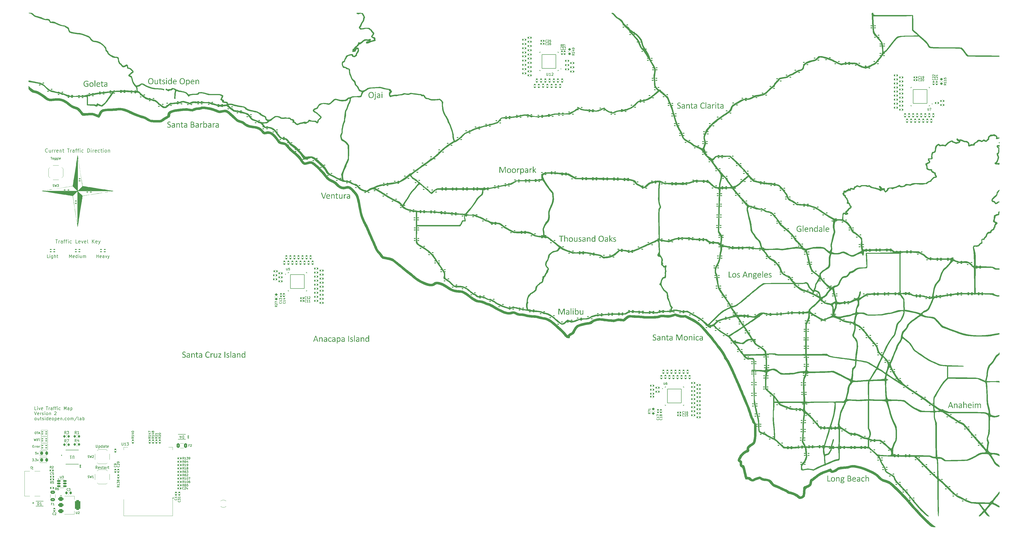
<source format=gbr>
%TF.GenerationSoftware,KiCad,Pcbnew,8.0.4*%
%TF.CreationDate,2025-01-31T11:16:02-08:00*%
%TF.ProjectId,traffic_paradise,74726166-6669-4635-9f70-617261646973,rev?*%
%TF.SameCoordinates,Original*%
%TF.FileFunction,Legend,Top*%
%TF.FilePolarity,Positive*%
%FSLAX46Y46*%
G04 Gerber Fmt 4.6, Leading zero omitted, Abs format (unit mm)*
G04 Created by KiCad (PCBNEW 8.0.4) date 2025-01-31 11:16:02*
%MOMM*%
%LPD*%
G01*
G04 APERTURE LIST*
G04 Aperture macros list*
%AMRoundRect*
0 Rectangle with rounded corners*
0 $1 Rounding radius*
0 $2 $3 $4 $5 $6 $7 $8 $9 X,Y pos of 4 corners*
0 Add a 4 corners polygon primitive as box body*
4,1,4,$2,$3,$4,$5,$6,$7,$8,$9,$2,$3,0*
0 Add four circle primitives for the rounded corners*
1,1,$1+$1,$2,$3*
1,1,$1+$1,$4,$5*
1,1,$1+$1,$6,$7*
1,1,$1+$1,$8,$9*
0 Add four rect primitives between the rounded corners*
20,1,$1+$1,$2,$3,$4,$5,0*
20,1,$1+$1,$4,$5,$6,$7,0*
20,1,$1+$1,$6,$7,$8,$9,0*
20,1,$1+$1,$8,$9,$2,$3,0*%
G04 Aperture macros list end*
%ADD10C,0.100000*%
%ADD11C,0.150000*%
%ADD12C,0.375000*%
%ADD13C,0.200000*%
%ADD14C,0.120000*%
%ADD15C,0.127000*%
%ADD16C,0.152400*%
%ADD17C,0.000000*%
%ADD18C,0.250000*%
%ADD19C,0.010000*%
%ADD20RoundRect,0.080000X-0.220000X-0.120000X0.220000X-0.120000X0.220000X0.120000X-0.220000X0.120000X0*%
%ADD21RoundRect,0.135000X0.135000X0.185000X-0.135000X0.185000X-0.135000X-0.185000X0.135000X-0.185000X0*%
%ADD22RoundRect,0.150000X-0.512500X-0.150000X0.512500X-0.150000X0.512500X0.150000X-0.512500X0.150000X0*%
%ADD23RoundRect,0.135000X-0.185000X0.135000X-0.185000X-0.135000X0.185000X-0.135000X0.185000X0.135000X0*%
%ADD24RoundRect,0.140000X-0.170000X0.140000X-0.170000X-0.140000X0.170000X-0.140000X0.170000X0.140000X0*%
%ADD25RoundRect,0.135000X0.185000X-0.135000X0.185000X0.135000X-0.185000X0.135000X-0.185000X-0.135000X0*%
%ADD26RoundRect,0.135000X-0.135000X-0.185000X0.135000X-0.185000X0.135000X0.185000X-0.135000X0.185000X0*%
%ADD27RoundRect,0.140000X-0.140000X-0.170000X0.140000X-0.170000X0.140000X0.170000X-0.140000X0.170000X0*%
%ADD28RoundRect,0.200000X0.275000X-0.200000X0.275000X0.200000X-0.275000X0.200000X-0.275000X-0.200000X0*%
%ADD29RoundRect,0.140000X0.140000X0.170000X-0.140000X0.170000X-0.140000X-0.170000X0.140000X-0.170000X0*%
%ADD30C,1.524000*%
%ADD31RoundRect,0.102000X2.625000X2.625000X-2.625000X2.625000X-2.625000X-2.625000X2.625000X-2.625000X0*%
%ADD32RoundRect,0.200000X0.200000X0.275000X-0.200000X0.275000X-0.200000X-0.275000X0.200000X-0.275000X0*%
%ADD33RoundRect,0.140000X0.170000X-0.140000X0.170000X0.140000X-0.170000X0.140000X-0.170000X-0.140000X0*%
%ADD34RoundRect,0.200000X-0.275000X0.200000X-0.275000X-0.200000X0.275000X-0.200000X0.275000X0.200000X0*%
%ADD35R,1.500000X0.900000*%
%ADD36R,0.900000X1.500000*%
%ADD37C,0.600000*%
%ADD38R,3.900000X3.900000*%
%ADD39RoundRect,0.200000X-0.200000X-0.275000X0.200000X-0.275000X0.200000X0.275000X-0.200000X0.275000X0*%
%ADD40R,1.100000X1.800000*%
%ADD41R,1.092200X0.990600*%
%ADD42RoundRect,0.243750X-0.243750X-0.456250X0.243750X-0.456250X0.243750X0.456250X-0.243750X0.456250X0*%
%ADD43C,0.650000*%
%ADD44R,1.450000X0.600000*%
%ADD45R,1.450000X0.300000*%
%ADD46O,2.100000X1.000000*%
%ADD47O,1.600000X1.000000*%
%ADD48RoundRect,0.225000X0.225000X0.250000X-0.225000X0.250000X-0.225000X-0.250000X0.225000X-0.250000X0*%
%ADD49RoundRect,0.102000X-2.625000X-2.625000X2.625000X-2.625000X2.625000X2.625000X-2.625000X2.625000X0*%
%ADD50R,1.800000X1.100000*%
%ADD51RoundRect,0.250000X0.375000X0.625000X-0.375000X0.625000X-0.375000X-0.625000X0.375000X-0.625000X0*%
%ADD52RoundRect,0.250000X-0.625000X0.375000X-0.625000X-0.375000X0.625000X-0.375000X0.625000X0.375000X0*%
%ADD53R,1.473200X0.355600*%
%ADD54RoundRect,0.375000X-0.625000X-0.375000X0.625000X-0.375000X0.625000X0.375000X-0.625000X0.375000X0*%
%ADD55RoundRect,0.500000X-0.500000X-1.400000X0.500000X-1.400000X0.500000X1.400000X-0.500000X1.400000X0*%
G04 APERTURE END LIST*
D10*
X4900000Y-157600000D02*
X7300000Y-157600000D01*
X7300000Y-159800000D01*
X4900000Y-159800000D01*
X4900000Y-157600000D01*
X4900000Y-160200000D02*
X7300000Y-160200000D01*
X7300000Y-162400000D01*
X4900000Y-162400000D01*
X4900000Y-160200000D01*
X4900000Y-162800000D02*
X7300000Y-162800000D01*
X7300000Y-165000000D01*
X4900000Y-165000000D01*
X4900000Y-162800000D01*
D11*
X25879714Y-92580342D02*
X25879714Y-91380342D01*
X25879714Y-91951771D02*
X26565428Y-91951771D01*
X26565428Y-92580342D02*
X26565428Y-91380342D01*
X27594000Y-92523200D02*
X27479714Y-92580342D01*
X27479714Y-92580342D02*
X27251143Y-92580342D01*
X27251143Y-92580342D02*
X27136857Y-92523200D01*
X27136857Y-92523200D02*
X27079714Y-92408914D01*
X27079714Y-92408914D02*
X27079714Y-91951771D01*
X27079714Y-91951771D02*
X27136857Y-91837485D01*
X27136857Y-91837485D02*
X27251143Y-91780342D01*
X27251143Y-91780342D02*
X27479714Y-91780342D01*
X27479714Y-91780342D02*
X27594000Y-91837485D01*
X27594000Y-91837485D02*
X27651143Y-91951771D01*
X27651143Y-91951771D02*
X27651143Y-92066057D01*
X27651143Y-92066057D02*
X27079714Y-92180342D01*
X28679714Y-92580342D02*
X28679714Y-91951771D01*
X28679714Y-91951771D02*
X28622571Y-91837485D01*
X28622571Y-91837485D02*
X28508285Y-91780342D01*
X28508285Y-91780342D02*
X28279714Y-91780342D01*
X28279714Y-91780342D02*
X28165428Y-91837485D01*
X28679714Y-92523200D02*
X28565428Y-92580342D01*
X28565428Y-92580342D02*
X28279714Y-92580342D01*
X28279714Y-92580342D02*
X28165428Y-92523200D01*
X28165428Y-92523200D02*
X28108285Y-92408914D01*
X28108285Y-92408914D02*
X28108285Y-92294628D01*
X28108285Y-92294628D02*
X28165428Y-92180342D01*
X28165428Y-92180342D02*
X28279714Y-92123200D01*
X28279714Y-92123200D02*
X28565428Y-92123200D01*
X28565428Y-92123200D02*
X28679714Y-92066057D01*
X29136856Y-91780342D02*
X29422570Y-92580342D01*
X29422570Y-92580342D02*
X29708285Y-91780342D01*
X30051142Y-91780342D02*
X30336856Y-92580342D01*
X30622571Y-91780342D02*
X30336856Y-92580342D01*
X30336856Y-92580342D02*
X30222571Y-92866057D01*
X30222571Y-92866057D02*
X30165428Y-92923200D01*
X30165428Y-92923200D02*
X30051142Y-92980342D01*
D12*
G36*
X246238660Y-35665291D02*
G01*
X246229187Y-35787646D01*
X246197798Y-35906791D01*
X246181263Y-35946170D01*
X246117525Y-36053047D01*
X246033930Y-36143556D01*
X246021284Y-36154387D01*
X245917770Y-36225272D01*
X245798424Y-36277642D01*
X245781315Y-36283225D01*
X245656360Y-36312861D01*
X245532795Y-36325520D01*
X245483339Y-36326578D01*
X245356458Y-36320336D01*
X245276343Y-36308871D01*
X245154892Y-36281610D01*
X245105983Y-36266739D01*
X244990521Y-36220360D01*
X244980809Y-36215448D01*
X244910589Y-36169652D01*
X244881280Y-36118361D01*
X244872121Y-36031045D01*
X244875174Y-35966320D01*
X244885554Y-35924799D01*
X244902651Y-35902817D01*
X244927076Y-35896711D01*
X244994853Y-35924188D01*
X245102954Y-35982010D01*
X245107205Y-35984028D01*
X245226159Y-36030167D01*
X245272679Y-36044478D01*
X245398517Y-36067930D01*
X245496772Y-36072566D01*
X245621634Y-36060444D01*
X245673237Y-36046920D01*
X245784432Y-35992851D01*
X245810624Y-35973037D01*
X245888355Y-35877451D01*
X245898551Y-35856411D01*
X245928202Y-35736093D01*
X245929692Y-35698264D01*
X245907612Y-35575845D01*
X245886950Y-35535842D01*
X245803021Y-35440375D01*
X245773377Y-35417384D01*
X245667301Y-35351188D01*
X245612787Y-35323961D01*
X245498680Y-35270056D01*
X245428384Y-35237255D01*
X245317932Y-35181094D01*
X245244591Y-35138948D01*
X245140311Y-35064387D01*
X245084612Y-35012552D01*
X245007094Y-34911945D01*
X244970429Y-34842192D01*
X244935374Y-34719918D01*
X244927076Y-34607719D01*
X244938211Y-34482765D01*
X244974638Y-34364270D01*
X244977756Y-34357370D01*
X245042633Y-34250759D01*
X245118196Y-34173578D01*
X245223864Y-34104423D01*
X245333129Y-34060005D01*
X245454201Y-34031955D01*
X245583860Y-34021079D01*
X245601796Y-34020926D01*
X245726909Y-34029185D01*
X245750174Y-34032527D01*
X245870393Y-34057160D01*
X245891224Y-34063058D01*
X246008461Y-34105800D01*
X246076238Y-34143658D01*
X246097609Y-34167472D01*
X246106769Y-34191896D01*
X246111653Y-34227922D01*
X246113485Y-34282266D01*
X246111043Y-34338442D01*
X246103105Y-34379352D01*
X246088450Y-34403777D01*
X246067079Y-34411714D01*
X246007850Y-34389733D01*
X245908932Y-34339663D01*
X245790589Y-34294249D01*
X245770935Y-34288372D01*
X245645856Y-34267004D01*
X245591416Y-34265169D01*
X245465593Y-34279594D01*
X245429605Y-34290814D01*
X245322308Y-34352781D01*
X245316643Y-34357981D01*
X245249476Y-34458121D01*
X245227494Y-34580242D01*
X245249575Y-34701289D01*
X245270237Y-34741442D01*
X245350722Y-34833606D01*
X245384420Y-34860511D01*
X245491887Y-34927835D01*
X245546842Y-34955765D01*
X245661760Y-35010434D01*
X245731856Y-35043693D01*
X245842954Y-35098913D01*
X245917480Y-35140169D01*
X246018926Y-35209415D01*
X246079902Y-35264733D01*
X246158231Y-35364815D01*
X246194696Y-35434481D01*
X246230245Y-35555596D01*
X246238660Y-35665291D01*
G37*
G36*
X247301897Y-34613357D02*
G01*
X247428103Y-34636093D01*
X247458042Y-34644966D01*
X247569377Y-34695185D01*
X247646720Y-34756097D01*
X247718289Y-34855594D01*
X247751133Y-34938058D01*
X247776861Y-35063230D01*
X247784106Y-35190849D01*
X247784106Y-36235598D01*
X247770062Y-36266739D01*
X247732205Y-36282615D01*
X247662595Y-36287500D01*
X247590544Y-36282615D01*
X247552076Y-36266739D01*
X247540474Y-36235598D01*
X247540474Y-36081114D01*
X247447342Y-36168503D01*
X247345328Y-36240464D01*
X247314549Y-36258190D01*
X247194551Y-36307277D01*
X247068112Y-36326311D01*
X247050767Y-36326578D01*
X246928038Y-36317445D01*
X246830338Y-36294216D01*
X246718139Y-36242315D01*
X246661810Y-36200183D01*
X246580817Y-36102397D01*
X246553733Y-36049363D01*
X246520674Y-35927623D01*
X246515265Y-35845420D01*
X246515850Y-35839924D01*
X246805303Y-35839924D01*
X246832211Y-35965038D01*
X246881629Y-36031045D01*
X246993792Y-36090185D01*
X247095341Y-36101875D01*
X247222222Y-36082071D01*
X247302337Y-36045699D01*
X247406303Y-35968475D01*
X247496062Y-35879517D01*
X247502616Y-35872287D01*
X247502616Y-35545001D01*
X247260205Y-35545001D01*
X247132475Y-35552105D01*
X247057484Y-35565151D01*
X246941430Y-35607235D01*
X246915212Y-35623159D01*
X246831559Y-35715971D01*
X246805329Y-35835552D01*
X246805303Y-35839924D01*
X246515850Y-35839924D01*
X246528545Y-35720551D01*
X246568387Y-35613389D01*
X246642834Y-35513419D01*
X246721039Y-35450357D01*
X246831712Y-35393265D01*
X246955709Y-35354715D01*
X246964672Y-35352660D01*
X247088096Y-35331707D01*
X247212403Y-35321846D01*
X247289515Y-35320298D01*
X247502616Y-35320298D01*
X247502616Y-35201229D01*
X247491063Y-35076141D01*
X247483688Y-35045525D01*
X247425237Y-34935371D01*
X247422627Y-34932562D01*
X247317502Y-34866219D01*
X247313328Y-34864785D01*
X247190327Y-34842692D01*
X247149075Y-34841582D01*
X247026142Y-34851123D01*
X246960397Y-34866006D01*
X246842942Y-34907151D01*
X246814462Y-34919740D01*
X246710048Y-34973473D01*
X246647156Y-34997897D01*
X246623342Y-34991181D01*
X246605024Y-34969809D01*
X246594033Y-34933784D01*
X246590980Y-34884935D01*
X246596475Y-34815326D01*
X246625785Y-34767088D01*
X246705774Y-34715186D01*
X246822741Y-34667182D01*
X246836444Y-34662674D01*
X246954825Y-34631190D01*
X246997644Y-34622984D01*
X247119122Y-34608659D01*
X247174720Y-34607109D01*
X247301897Y-34613357D01*
G37*
G36*
X249626308Y-36234377D02*
G01*
X249619591Y-36257580D01*
X249596999Y-36274066D01*
X249554256Y-36284446D01*
X249485258Y-36287500D01*
X249415038Y-36284446D01*
X249371685Y-36274066D01*
X249349703Y-36257580D01*
X249342986Y-36233766D01*
X249342986Y-35325183D01*
X249337127Y-35199048D01*
X249322226Y-35112081D01*
X249275994Y-34995028D01*
X249261775Y-34972252D01*
X249171387Y-34888573D01*
X249159804Y-34882493D01*
X249040358Y-34852112D01*
X249015090Y-34851352D01*
X248895070Y-34875308D01*
X248801988Y-34927067D01*
X248706920Y-35006875D01*
X248622083Y-35096863D01*
X248578506Y-35149328D01*
X248578506Y-36233766D01*
X248571789Y-36257580D01*
X248549197Y-36274066D01*
X248506454Y-36284446D01*
X248436235Y-36287500D01*
X248367236Y-36284446D01*
X248323272Y-36274066D01*
X248301290Y-36257580D01*
X248295184Y-36234377D01*
X248295184Y-34699310D01*
X248300069Y-34676107D01*
X248320830Y-34659010D01*
X248360519Y-34648630D01*
X248424023Y-34646188D01*
X248486915Y-34648630D01*
X248525383Y-34659010D01*
X248544923Y-34676107D01*
X248551029Y-34699310D01*
X248551029Y-34902032D01*
X248640720Y-34806752D01*
X248738236Y-34724864D01*
X248811147Y-34678550D01*
X248925300Y-34629713D01*
X249048384Y-34607737D01*
X249073098Y-34607109D01*
X249199222Y-34617160D01*
X249319893Y-34653262D01*
X249333217Y-34659621D01*
X249439305Y-34729903D01*
X249504187Y-34800061D01*
X249565903Y-34908446D01*
X249597609Y-35005835D01*
X249618208Y-35126782D01*
X249626056Y-35258549D01*
X249626308Y-35289157D01*
X249626308Y-36234377D01*
G37*
G36*
X250904309Y-36139733D02*
G01*
X250896981Y-36219112D01*
X250876221Y-36262465D01*
X250835310Y-36288110D01*
X250772418Y-36308260D01*
X250697923Y-36321083D01*
X250619155Y-36326578D01*
X250494649Y-36316339D01*
X250412770Y-36294216D01*
X250305657Y-36231224D01*
X250272330Y-36197130D01*
X250210909Y-36090843D01*
X250192341Y-36031655D01*
X250172098Y-35907793D01*
X250167306Y-35795961D01*
X250167306Y-34880661D01*
X249951151Y-34880661D01*
X249909630Y-34853183D01*
X249894364Y-34764035D01*
X249898639Y-34709691D01*
X249909630Y-34673054D01*
X249927337Y-34652294D01*
X249952372Y-34646188D01*
X250167306Y-34646188D01*
X250167306Y-34272496D01*
X250173412Y-34249904D01*
X250195394Y-34230975D01*
X250239357Y-34219984D01*
X250308356Y-34216320D01*
X250378576Y-34219984D01*
X250421318Y-34230975D01*
X250443911Y-34249904D01*
X250450628Y-34272496D01*
X250450628Y-34646188D01*
X250847522Y-34646188D01*
X250871336Y-34652294D01*
X250889043Y-34673054D01*
X250900645Y-34709691D01*
X250904309Y-34764035D01*
X250888433Y-34853183D01*
X250847522Y-34880661D01*
X250450628Y-34880661D01*
X250450628Y-35755050D01*
X250459627Y-35881558D01*
X250497644Y-35999904D01*
X250598053Y-36074286D01*
X250666782Y-36082336D01*
X250737002Y-36075008D01*
X250791957Y-36058522D01*
X250833478Y-36042035D01*
X250864619Y-36034098D01*
X250880495Y-36038982D01*
X250892707Y-36055469D01*
X250900645Y-36087831D01*
X250904309Y-36139733D01*
G37*
G36*
X251910760Y-34613357D02*
G01*
X252036966Y-34636093D01*
X252066905Y-34644966D01*
X252178240Y-34695185D01*
X252255582Y-34756097D01*
X252327151Y-34855594D01*
X252359996Y-34938058D01*
X252385724Y-35063230D01*
X252392969Y-35190849D01*
X252392969Y-36235598D01*
X252378925Y-36266739D01*
X252341067Y-36282615D01*
X252271458Y-36287500D01*
X252199406Y-36282615D01*
X252160938Y-36266739D01*
X252149337Y-36235598D01*
X252149337Y-36081114D01*
X252056205Y-36168503D01*
X251954190Y-36240464D01*
X251923412Y-36258190D01*
X251803413Y-36307277D01*
X251676975Y-36326311D01*
X251659630Y-36326578D01*
X251536901Y-36317445D01*
X251439200Y-36294216D01*
X251327001Y-36242315D01*
X251270673Y-36200183D01*
X251189679Y-36102397D01*
X251162595Y-36049363D01*
X251129537Y-35927623D01*
X251124127Y-35845420D01*
X251124712Y-35839924D01*
X251414166Y-35839924D01*
X251441073Y-35965038D01*
X251490491Y-36031045D01*
X251602655Y-36090185D01*
X251704204Y-36101875D01*
X251831084Y-36082071D01*
X251911200Y-36045699D01*
X252015165Y-35968475D01*
X252104924Y-35879517D01*
X252111479Y-35872287D01*
X252111479Y-35545001D01*
X251869068Y-35545001D01*
X251741338Y-35552105D01*
X251666346Y-35565151D01*
X251550292Y-35607235D01*
X251524075Y-35623159D01*
X251440422Y-35715971D01*
X251414191Y-35835552D01*
X251414166Y-35839924D01*
X251124712Y-35839924D01*
X251137408Y-35720551D01*
X251177250Y-35613389D01*
X251251696Y-35513419D01*
X251329902Y-35450357D01*
X251440574Y-35393265D01*
X251564571Y-35354715D01*
X251573534Y-35352660D01*
X251696959Y-35331707D01*
X251821265Y-35321846D01*
X251898377Y-35320298D01*
X252111479Y-35320298D01*
X252111479Y-35201229D01*
X252099926Y-35076141D01*
X252092550Y-35045525D01*
X252034100Y-34935371D01*
X252031489Y-34932562D01*
X251926364Y-34866219D01*
X251922191Y-34864785D01*
X251799190Y-34842692D01*
X251757937Y-34841582D01*
X251635005Y-34851123D01*
X251569260Y-34866006D01*
X251451804Y-34907151D01*
X251423325Y-34919740D01*
X251318911Y-34973473D01*
X251256018Y-34997897D01*
X251232205Y-34991181D01*
X251213886Y-34969809D01*
X251202896Y-34933784D01*
X251199842Y-34884935D01*
X251205338Y-34815326D01*
X251234647Y-34767088D01*
X251314637Y-34715186D01*
X251431604Y-34667182D01*
X251445307Y-34662674D01*
X251563688Y-34631190D01*
X251606507Y-34622984D01*
X251727984Y-34608659D01*
X251783583Y-34607109D01*
X251910760Y-34613357D01*
G37*
G36*
X255212142Y-35998072D02*
G01*
X255210310Y-36046310D01*
X255204204Y-36082336D01*
X255193213Y-36109813D01*
X255168789Y-36137901D01*
X255096737Y-36186749D01*
X254984874Y-36241521D01*
X254959961Y-36251474D01*
X254842853Y-36288677D01*
X254773115Y-36304596D01*
X254648094Y-36322371D01*
X254542306Y-36326578D01*
X254411264Y-36319482D01*
X254288331Y-36298195D01*
X254162472Y-36258387D01*
X254151517Y-36253916D01*
X254037865Y-36195388D01*
X253936190Y-36120553D01*
X253854152Y-36038372D01*
X253776483Y-35932276D01*
X253717522Y-35822176D01*
X253669651Y-35699076D01*
X253665474Y-35686051D01*
X253633596Y-35562924D01*
X253612151Y-35429847D01*
X253601847Y-35303203D01*
X253599528Y-35203061D01*
X253603955Y-35067010D01*
X253617236Y-34938516D01*
X253639371Y-34817577D01*
X253670359Y-34704195D01*
X253715085Y-34586204D01*
X253775430Y-34467565D01*
X253846985Y-34362044D01*
X253870638Y-34332946D01*
X253956111Y-34244957D01*
X254061564Y-34164422D01*
X254178995Y-34100915D01*
X254294950Y-34058733D01*
X254418419Y-34032174D01*
X254549402Y-34021238D01*
X254576500Y-34020926D01*
X254700758Y-34029341D01*
X254763956Y-34040465D01*
X254882416Y-34071687D01*
X254931873Y-34089314D01*
X255046197Y-34143391D01*
X255069260Y-34157702D01*
X255152913Y-34221205D01*
X255182833Y-34257841D01*
X255193824Y-34286540D01*
X255200540Y-34325008D01*
X255203593Y-34378131D01*
X255199930Y-34437360D01*
X255189549Y-34477660D01*
X255173063Y-34502084D01*
X255150471Y-34509412D01*
X255083304Y-34472775D01*
X254984771Y-34400354D01*
X254972173Y-34392175D01*
X254859602Y-34332762D01*
X254807309Y-34311575D01*
X254686216Y-34281951D01*
X254574668Y-34274938D01*
X254450514Y-34286509D01*
X254328906Y-34324585D01*
X254306001Y-34335389D01*
X254200304Y-34404100D01*
X254109903Y-34498034D01*
X254099005Y-34512465D01*
X254031452Y-34624447D01*
X253981701Y-34746220D01*
X253965893Y-34797618D01*
X253939124Y-34919181D01*
X253923467Y-35052144D01*
X253918876Y-35182911D01*
X253923289Y-35312355D01*
X253938336Y-35443448D01*
X253964061Y-35562709D01*
X254003903Y-35678801D01*
X254064277Y-35795140D01*
X254094731Y-35838703D01*
X254182753Y-35930509D01*
X254287680Y-35998701D01*
X254302948Y-36006010D01*
X254426265Y-36046769D01*
X254554192Y-36062297D01*
X254583217Y-36062796D01*
X254707170Y-36055316D01*
X254814026Y-36032876D01*
X254931234Y-35989913D01*
X254982554Y-35965099D01*
X255088159Y-35903607D01*
X255096737Y-35897932D01*
X255167568Y-35867402D01*
X255187718Y-35872897D01*
X255201151Y-35892437D01*
X255209089Y-35932737D01*
X255212142Y-35998072D01*
G37*
G36*
X255844731Y-36234377D02*
G01*
X255838014Y-36258190D01*
X255815422Y-36274066D01*
X255772679Y-36284446D01*
X255702459Y-36287500D01*
X255633461Y-36284446D01*
X255589497Y-36274066D01*
X255567515Y-36258190D01*
X255561409Y-36234377D01*
X255561409Y-33958033D01*
X255567515Y-33934220D01*
X255589497Y-33917123D01*
X255633461Y-33907353D01*
X255702459Y-33903689D01*
X255772679Y-33907353D01*
X255815422Y-33917123D01*
X255838014Y-33934220D01*
X255844731Y-33958033D01*
X255844731Y-36234377D01*
G37*
G36*
X257044744Y-34613357D02*
G01*
X257170950Y-34636093D01*
X257200889Y-34644966D01*
X257312224Y-34695185D01*
X257389567Y-34756097D01*
X257461136Y-34855594D01*
X257493981Y-34938058D01*
X257519708Y-35063230D01*
X257526953Y-35190849D01*
X257526953Y-36235598D01*
X257512909Y-36266739D01*
X257475052Y-36282615D01*
X257405443Y-36287500D01*
X257333391Y-36282615D01*
X257294923Y-36266739D01*
X257283321Y-36235598D01*
X257283321Y-36081114D01*
X257190189Y-36168503D01*
X257088175Y-36240464D01*
X257057397Y-36258190D01*
X256937398Y-36307277D01*
X256810959Y-36326311D01*
X256793614Y-36326578D01*
X256670885Y-36317445D01*
X256573185Y-36294216D01*
X256460986Y-36242315D01*
X256404658Y-36200183D01*
X256323664Y-36102397D01*
X256296580Y-36049363D01*
X256263521Y-35927623D01*
X256258112Y-35845420D01*
X256258697Y-35839924D01*
X256548150Y-35839924D01*
X256575058Y-35965038D01*
X256624476Y-36031045D01*
X256736639Y-36090185D01*
X256838189Y-36101875D01*
X256965069Y-36082071D01*
X257045184Y-36045699D01*
X257149150Y-35968475D01*
X257238909Y-35879517D01*
X257245464Y-35872287D01*
X257245464Y-35545001D01*
X257003053Y-35545001D01*
X256875322Y-35552105D01*
X256800331Y-35565151D01*
X256684277Y-35607235D01*
X256658060Y-35623159D01*
X256574406Y-35715971D01*
X256548176Y-35835552D01*
X256548150Y-35839924D01*
X256258697Y-35839924D01*
X256271393Y-35720551D01*
X256311235Y-35613389D01*
X256385681Y-35513419D01*
X256463886Y-35450357D01*
X256574559Y-35393265D01*
X256698556Y-35354715D01*
X256707519Y-35352660D01*
X256830944Y-35331707D01*
X256955250Y-35321846D01*
X257032362Y-35320298D01*
X257245464Y-35320298D01*
X257245464Y-35201229D01*
X257233910Y-35076141D01*
X257226535Y-35045525D01*
X257168085Y-34935371D01*
X257165474Y-34932562D01*
X257060349Y-34866219D01*
X257056175Y-34864785D01*
X256933174Y-34842692D01*
X256891922Y-34841582D01*
X256768990Y-34851123D01*
X256703244Y-34866006D01*
X256585789Y-34907151D01*
X256557309Y-34919740D01*
X256452896Y-34973473D01*
X256390003Y-34997897D01*
X256366189Y-34991181D01*
X256347871Y-34969809D01*
X256336880Y-34933784D01*
X256333827Y-34884935D01*
X256339323Y-34815326D01*
X256368632Y-34767088D01*
X256448621Y-34715186D01*
X256565588Y-34667182D01*
X256579291Y-34662674D01*
X256697673Y-34631190D01*
X256740491Y-34622984D01*
X256861969Y-34608659D01*
X256917568Y-34607109D01*
X257044744Y-34613357D01*
G37*
G36*
X258941730Y-34782964D02*
G01*
X258939898Y-34845856D01*
X258932571Y-34885546D01*
X258919748Y-34907527D01*
X258898377Y-34915465D01*
X258864794Y-34907527D01*
X258820219Y-34892262D01*
X258764654Y-34877608D01*
X258697487Y-34870891D01*
X258613224Y-34889209D01*
X258526517Y-34948438D01*
X258443704Y-35041069D01*
X258431263Y-35057737D01*
X258361614Y-35160106D01*
X258321353Y-35224433D01*
X258321353Y-36234377D01*
X258314637Y-36257580D01*
X258292044Y-36274066D01*
X258249302Y-36284446D01*
X258179082Y-36287500D01*
X258110083Y-36284446D01*
X258066120Y-36274066D01*
X258044138Y-36257580D01*
X258038032Y-36234377D01*
X258038032Y-34699310D01*
X258042916Y-34676107D01*
X258063677Y-34659010D01*
X258103367Y-34648630D01*
X258166870Y-34646188D01*
X258229762Y-34648630D01*
X258268230Y-34659010D01*
X258287770Y-34676107D01*
X258293876Y-34699310D01*
X258293876Y-34922793D01*
X258366488Y-34820418D01*
X258412944Y-34765256D01*
X258502959Y-34680908D01*
X258518579Y-34669391D01*
X258617498Y-34620542D01*
X258716416Y-34607109D01*
X258767096Y-34609551D01*
X258826325Y-34618710D01*
X258881891Y-34633975D01*
X258917306Y-34651072D01*
X258930739Y-34667559D01*
X258936845Y-34687098D01*
X258940509Y-34721292D01*
X258941730Y-34782964D01*
G37*
G36*
X259540125Y-36234377D02*
G01*
X259533408Y-36257580D01*
X259510816Y-36274066D01*
X259468073Y-36284446D01*
X259397854Y-36287500D01*
X259328855Y-36284446D01*
X259284891Y-36274066D01*
X259262909Y-36257580D01*
X259256803Y-36234377D01*
X259256803Y-34699310D01*
X259262909Y-34677329D01*
X259284891Y-34660232D01*
X259328855Y-34649851D01*
X259397854Y-34646188D01*
X259468073Y-34649851D01*
X259510816Y-34660232D01*
X259533408Y-34677329D01*
X259540125Y-34699310D01*
X259540125Y-36234377D01*
G37*
G36*
X259573098Y-34160755D02*
G01*
X259548106Y-34281560D01*
X259535240Y-34297531D01*
X259414469Y-34333240D01*
X259396022Y-34333557D01*
X259275403Y-34310177D01*
X259259246Y-34298142D01*
X259222753Y-34176461D01*
X259222609Y-34164419D01*
X259247601Y-34044017D01*
X259260467Y-34028253D01*
X259381238Y-33991939D01*
X259399685Y-33991617D01*
X259519901Y-34014996D01*
X259535851Y-34027032D01*
X259572952Y-34148712D01*
X259573098Y-34160755D01*
G37*
G36*
X260862090Y-36139733D02*
G01*
X260854762Y-36219112D01*
X260834002Y-36262465D01*
X260793091Y-36288110D01*
X260730198Y-36308260D01*
X260655704Y-36321083D01*
X260576936Y-36326578D01*
X260452429Y-36316339D01*
X260370551Y-36294216D01*
X260263438Y-36231224D01*
X260230111Y-36197130D01*
X260168690Y-36090843D01*
X260150122Y-36031655D01*
X260129879Y-35907793D01*
X260125087Y-35795961D01*
X260125087Y-34880661D01*
X259908932Y-34880661D01*
X259867411Y-34853183D01*
X259852145Y-34764035D01*
X259856420Y-34709691D01*
X259867411Y-34673054D01*
X259885118Y-34652294D01*
X259910153Y-34646188D01*
X260125087Y-34646188D01*
X260125087Y-34272496D01*
X260131193Y-34249904D01*
X260153175Y-34230975D01*
X260197138Y-34219984D01*
X260266137Y-34216320D01*
X260336357Y-34219984D01*
X260379099Y-34230975D01*
X260401692Y-34249904D01*
X260408408Y-34272496D01*
X260408408Y-34646188D01*
X260805303Y-34646188D01*
X260829117Y-34652294D01*
X260846824Y-34673054D01*
X260858426Y-34709691D01*
X260862090Y-34764035D01*
X260846214Y-34853183D01*
X260805303Y-34880661D01*
X260408408Y-34880661D01*
X260408408Y-35755050D01*
X260417408Y-35881558D01*
X260455425Y-35999904D01*
X260555834Y-36074286D01*
X260624563Y-36082336D01*
X260694783Y-36075008D01*
X260749738Y-36058522D01*
X260791259Y-36042035D01*
X260822400Y-36034098D01*
X260838276Y-36038982D01*
X260850488Y-36055469D01*
X260858426Y-36087831D01*
X260862090Y-36139733D01*
G37*
G36*
X261868541Y-34613357D02*
G01*
X261994747Y-34636093D01*
X262024685Y-34644966D01*
X262136020Y-34695185D01*
X262213363Y-34756097D01*
X262284932Y-34855594D01*
X262317777Y-34938058D01*
X262343505Y-35063230D01*
X262350750Y-35190849D01*
X262350750Y-36235598D01*
X262336706Y-36266739D01*
X262298848Y-36282615D01*
X262229239Y-36287500D01*
X262157187Y-36282615D01*
X262118719Y-36266739D01*
X262107117Y-36235598D01*
X262107117Y-36081114D01*
X262013986Y-36168503D01*
X261911971Y-36240464D01*
X261881193Y-36258190D01*
X261761194Y-36307277D01*
X261634756Y-36326311D01*
X261617411Y-36326578D01*
X261494681Y-36317445D01*
X261396981Y-36294216D01*
X261284782Y-36242315D01*
X261228454Y-36200183D01*
X261147460Y-36102397D01*
X261120376Y-36049363D01*
X261087318Y-35927623D01*
X261081908Y-35845420D01*
X261082493Y-35839924D01*
X261371946Y-35839924D01*
X261398854Y-35965038D01*
X261448272Y-36031045D01*
X261560436Y-36090185D01*
X261661985Y-36101875D01*
X261788865Y-36082071D01*
X261868981Y-36045699D01*
X261972946Y-35968475D01*
X262062705Y-35879517D01*
X262069260Y-35872287D01*
X262069260Y-35545001D01*
X261826849Y-35545001D01*
X261699119Y-35552105D01*
X261624127Y-35565151D01*
X261508073Y-35607235D01*
X261481856Y-35623159D01*
X261398203Y-35715971D01*
X261371972Y-35835552D01*
X261371946Y-35839924D01*
X261082493Y-35839924D01*
X261095189Y-35720551D01*
X261135031Y-35613389D01*
X261209477Y-35513419D01*
X261287683Y-35450357D01*
X261398355Y-35393265D01*
X261522352Y-35354715D01*
X261531315Y-35352660D01*
X261654740Y-35331707D01*
X261779046Y-35321846D01*
X261856158Y-35320298D01*
X262069260Y-35320298D01*
X262069260Y-35201229D01*
X262057707Y-35076141D01*
X262050331Y-35045525D01*
X261991881Y-34935371D01*
X261989270Y-34932562D01*
X261884145Y-34866219D01*
X261879972Y-34864785D01*
X261756971Y-34842692D01*
X261715718Y-34841582D01*
X261592786Y-34851123D01*
X261527041Y-34866006D01*
X261409585Y-34907151D01*
X261381106Y-34919740D01*
X261276692Y-34973473D01*
X261213799Y-34997897D01*
X261189986Y-34991181D01*
X261171667Y-34969809D01*
X261160676Y-34933784D01*
X261157623Y-34884935D01*
X261163119Y-34815326D01*
X261192428Y-34767088D01*
X261272418Y-34715186D01*
X261389385Y-34667182D01*
X261403087Y-34662674D01*
X261521469Y-34631190D01*
X261564288Y-34622984D01*
X261685765Y-34608659D01*
X261741364Y-34607109D01*
X261868541Y-34613357D01*
G37*
G36*
X111693736Y-70225828D02*
G01*
X111674197Y-70256969D01*
X111641224Y-70275898D01*
X111586270Y-70285057D01*
X111503227Y-70287500D01*
X111436671Y-70286889D01*
X111387822Y-70282615D01*
X111352407Y-70274677D01*
X111327983Y-70263686D01*
X111311496Y-70247810D01*
X111300505Y-70224607D01*
X110573883Y-68174188D01*
X110559228Y-68113738D01*
X110573883Y-68078934D01*
X110623342Y-68063668D01*
X110716154Y-68060005D01*
X110792480Y-68062447D01*
X110836444Y-68072217D01*
X110859647Y-68089924D01*
X110874302Y-68118012D01*
X111511775Y-69975479D01*
X111512997Y-69975479D01*
X112133374Y-68121676D01*
X112144975Y-68091146D01*
X112169399Y-68072217D01*
X112217027Y-68062447D01*
X112300069Y-68060005D01*
X112383722Y-68064279D01*
X112425854Y-68080765D01*
X112434403Y-68115570D01*
X112418527Y-68176020D01*
X111693736Y-70225828D01*
G37*
G36*
X113340534Y-68615266D02*
G01*
X113462851Y-68642514D01*
X113521284Y-68665116D01*
X113631434Y-68728219D01*
X113726746Y-68814754D01*
X113731943Y-68820821D01*
X113803384Y-68927067D01*
X113850396Y-69042200D01*
X113852843Y-69050409D01*
X113880455Y-69178082D01*
X113890973Y-69304507D01*
X113891311Y-69332510D01*
X113891311Y-69383190D01*
X113857728Y-69477834D01*
X113781402Y-69505922D01*
X112768405Y-69505922D01*
X112774816Y-69633539D01*
X112794050Y-69747723D01*
X112836559Y-69864792D01*
X112879535Y-69932737D01*
X112974128Y-70018464D01*
X113035851Y-70051195D01*
X113157910Y-70084275D01*
X113271545Y-70092105D01*
X113399391Y-70085188D01*
X113466939Y-70074398D01*
X113587302Y-70043167D01*
X113615928Y-70033487D01*
X113719120Y-69993187D01*
X113780181Y-69974869D01*
X113800942Y-69980975D01*
X113815596Y-69999293D01*
X113823534Y-70033487D01*
X113825976Y-70086610D01*
X113824145Y-70126299D01*
X113819870Y-70156219D01*
X113811322Y-70179422D01*
X113796057Y-70199572D01*
X113740491Y-70231324D01*
X113624793Y-70272157D01*
X113620202Y-70273456D01*
X113496325Y-70301620D01*
X113449232Y-70310092D01*
X113322865Y-70324260D01*
X113242236Y-70326578D01*
X113116817Y-70320229D01*
X112992668Y-70298820D01*
X112908234Y-70272845D01*
X112791443Y-70215476D01*
X112692184Y-70138473D01*
X112667044Y-70112866D01*
X112590675Y-70009616D01*
X112536087Y-69895323D01*
X112519277Y-69846641D01*
X112489138Y-69719358D01*
X112473730Y-69589859D01*
X112469818Y-69474781D01*
X112475879Y-69341084D01*
X112484655Y-69281219D01*
X112768405Y-69281219D01*
X113606158Y-69281219D01*
X113598919Y-69158764D01*
X113562053Y-69035116D01*
X113507850Y-68951491D01*
X113406882Y-68874004D01*
X113284165Y-68837539D01*
X113199494Y-68831812D01*
X113072957Y-68847853D01*
X113015701Y-68869059D01*
X112911630Y-68938668D01*
X112883199Y-68967978D01*
X112816910Y-69071246D01*
X112800767Y-69110860D01*
X112772446Y-69231701D01*
X112768405Y-69281219D01*
X112484655Y-69281219D01*
X112494061Y-69217055D01*
X112521109Y-69112691D01*
X112566017Y-68998661D01*
X112629203Y-68890631D01*
X112669487Y-68839139D01*
X112762151Y-68750883D01*
X112870243Y-68682729D01*
X112903960Y-68666948D01*
X113021028Y-68628204D01*
X113148980Y-68609212D01*
X113211706Y-68607109D01*
X113340534Y-68615266D01*
G37*
G36*
X115644975Y-70234377D02*
G01*
X115638258Y-70257580D01*
X115615666Y-70274066D01*
X115572923Y-70284446D01*
X115503925Y-70287500D01*
X115433705Y-70284446D01*
X115390352Y-70274066D01*
X115368370Y-70257580D01*
X115361653Y-70233766D01*
X115361653Y-69325183D01*
X115355794Y-69199048D01*
X115340893Y-69112081D01*
X115294661Y-68995028D01*
X115280443Y-68972252D01*
X115190054Y-68888573D01*
X115178471Y-68882493D01*
X115059025Y-68852112D01*
X115033757Y-68851352D01*
X114913737Y-68875308D01*
X114820655Y-68927067D01*
X114725587Y-69006875D01*
X114640751Y-69096863D01*
X114597173Y-69149328D01*
X114597173Y-70233766D01*
X114590457Y-70257580D01*
X114567864Y-70274066D01*
X114525122Y-70284446D01*
X114454902Y-70287500D01*
X114385903Y-70284446D01*
X114341939Y-70274066D01*
X114319958Y-70257580D01*
X114313852Y-70234377D01*
X114313852Y-68699310D01*
X114318736Y-68676107D01*
X114339497Y-68659010D01*
X114379187Y-68648630D01*
X114442690Y-68646188D01*
X114505582Y-68648630D01*
X114544050Y-68659010D01*
X114563590Y-68676107D01*
X114569696Y-68699310D01*
X114569696Y-68902032D01*
X114659387Y-68806752D01*
X114756903Y-68724864D01*
X114829815Y-68678550D01*
X114943967Y-68629713D01*
X115067052Y-68607737D01*
X115091765Y-68607109D01*
X115217889Y-68617160D01*
X115338560Y-68653262D01*
X115351884Y-68659621D01*
X115457972Y-68729903D01*
X115522854Y-68800061D01*
X115584570Y-68908446D01*
X115616277Y-69005835D01*
X115636876Y-69126782D01*
X115644723Y-69258549D01*
X115644975Y-69289157D01*
X115644975Y-70234377D01*
G37*
G36*
X116922976Y-70139733D02*
G01*
X116915648Y-70219112D01*
X116894888Y-70262465D01*
X116853977Y-70288110D01*
X116791085Y-70308260D01*
X116716591Y-70321083D01*
X116637822Y-70326578D01*
X116513316Y-70316339D01*
X116431437Y-70294216D01*
X116324324Y-70231224D01*
X116290997Y-70197130D01*
X116229577Y-70090843D01*
X116211008Y-70031655D01*
X116190765Y-69907793D01*
X116185973Y-69795961D01*
X116185973Y-68880661D01*
X115969818Y-68880661D01*
X115928297Y-68853183D01*
X115913032Y-68764035D01*
X115917306Y-68709691D01*
X115928297Y-68673054D01*
X115946004Y-68652294D01*
X115971039Y-68646188D01*
X116185973Y-68646188D01*
X116185973Y-68272496D01*
X116192079Y-68249904D01*
X116214061Y-68230975D01*
X116258025Y-68219984D01*
X116327023Y-68216320D01*
X116397243Y-68219984D01*
X116439986Y-68230975D01*
X116462578Y-68249904D01*
X116469295Y-68272496D01*
X116469295Y-68646188D01*
X116866189Y-68646188D01*
X116890003Y-68652294D01*
X116907711Y-68673054D01*
X116919312Y-68709691D01*
X116922976Y-68764035D01*
X116907100Y-68853183D01*
X116866189Y-68880661D01*
X116469295Y-68880661D01*
X116469295Y-69755050D01*
X116478294Y-69881558D01*
X116516311Y-69999904D01*
X116616721Y-70074286D01*
X116685450Y-70082336D01*
X116755669Y-70075008D01*
X116810624Y-70058522D01*
X116852145Y-70042035D01*
X116883286Y-70034098D01*
X116899162Y-70038982D01*
X116911374Y-70055469D01*
X116919312Y-70087831D01*
X116922976Y-70139733D01*
G37*
G36*
X118615579Y-70234377D02*
G01*
X118609473Y-70257580D01*
X118587491Y-70274066D01*
X118547191Y-70284446D01*
X118486741Y-70287500D01*
X118422016Y-70284446D01*
X118382937Y-70274066D01*
X118362787Y-70257580D01*
X118357903Y-70234377D01*
X118357903Y-70031655D01*
X118267240Y-70127630D01*
X118169324Y-70209948D01*
X118096563Y-70256359D01*
X117983245Y-70304360D01*
X117860536Y-70325961D01*
X117835833Y-70326578D01*
X117710010Y-70316761D01*
X117589110Y-70281498D01*
X117575715Y-70275287D01*
X117469627Y-70205306D01*
X117404745Y-70134848D01*
X117342835Y-70025475D01*
X117310711Y-69927852D01*
X117290551Y-69805796D01*
X117283062Y-69682216D01*
X117282623Y-69640867D01*
X117282623Y-68699310D01*
X117288729Y-68676718D01*
X117311933Y-68659010D01*
X117356507Y-68648630D01*
X117425505Y-68646188D01*
X117493893Y-68648630D01*
X117537857Y-68659010D01*
X117561060Y-68676718D01*
X117567777Y-68699921D01*
X117567777Y-69603009D01*
X117572662Y-69725588D01*
X117587316Y-69820996D01*
X117633362Y-69938235D01*
X117647766Y-69960825D01*
X117738362Y-70044400D01*
X117749738Y-70050584D01*
X117869184Y-70081560D01*
X117894452Y-70082336D01*
X118020403Y-70054567D01*
X118106332Y-70003567D01*
X118201217Y-69920503D01*
X118286454Y-69826794D01*
X118330425Y-69772147D01*
X118330425Y-68699310D01*
X118336531Y-68676107D01*
X118359734Y-68659010D01*
X118403087Y-68648630D01*
X118472697Y-68646188D01*
X118541695Y-68648630D01*
X118584438Y-68659010D01*
X118607641Y-68676107D01*
X118615579Y-68699310D01*
X118615579Y-70234377D01*
G37*
G36*
X120034019Y-68782964D02*
G01*
X120032187Y-68845856D01*
X120024860Y-68885546D01*
X120012037Y-68907527D01*
X119990666Y-68915465D01*
X119957083Y-68907527D01*
X119912508Y-68892262D01*
X119856943Y-68877608D01*
X119789776Y-68870891D01*
X119705512Y-68889209D01*
X119618806Y-68948438D01*
X119535993Y-69041069D01*
X119523551Y-69057737D01*
X119453903Y-69160106D01*
X119413642Y-69224433D01*
X119413642Y-70234377D01*
X119406926Y-70257580D01*
X119384333Y-70274066D01*
X119341591Y-70284446D01*
X119271371Y-70287500D01*
X119202372Y-70284446D01*
X119158408Y-70274066D01*
X119136427Y-70257580D01*
X119130321Y-70234377D01*
X119130321Y-68699310D01*
X119135205Y-68676107D01*
X119155966Y-68659010D01*
X119195655Y-68648630D01*
X119259159Y-68646188D01*
X119322051Y-68648630D01*
X119360519Y-68659010D01*
X119380059Y-68676107D01*
X119386165Y-68699310D01*
X119386165Y-68922793D01*
X119458776Y-68820418D01*
X119505233Y-68765256D01*
X119595248Y-68680908D01*
X119610868Y-68669391D01*
X119709787Y-68620542D01*
X119808705Y-68607109D01*
X119859385Y-68609551D01*
X119918614Y-68618710D01*
X119974180Y-68633975D01*
X120009595Y-68651072D01*
X120023028Y-68667559D01*
X120029134Y-68687098D01*
X120032798Y-68721292D01*
X120034019Y-68782964D01*
G37*
G36*
X120960481Y-68613357D02*
G01*
X121086687Y-68636093D01*
X121116625Y-68644966D01*
X121227960Y-68695185D01*
X121305303Y-68756097D01*
X121376872Y-68855594D01*
X121409717Y-68938058D01*
X121435445Y-69063230D01*
X121442690Y-69190849D01*
X121442690Y-70235598D01*
X121428646Y-70266739D01*
X121390788Y-70282615D01*
X121321179Y-70287500D01*
X121249127Y-70282615D01*
X121210659Y-70266739D01*
X121199057Y-70235598D01*
X121199057Y-70081114D01*
X121105926Y-70168503D01*
X121003911Y-70240464D01*
X120973133Y-70258190D01*
X120853134Y-70307277D01*
X120726696Y-70326311D01*
X120709351Y-70326578D01*
X120586621Y-70317445D01*
X120488921Y-70294216D01*
X120376722Y-70242315D01*
X120320394Y-70200183D01*
X120239400Y-70102397D01*
X120212316Y-70049363D01*
X120179258Y-69927623D01*
X120173848Y-69845420D01*
X120174433Y-69839924D01*
X120463886Y-69839924D01*
X120490794Y-69965038D01*
X120540212Y-70031045D01*
X120652376Y-70090185D01*
X120753925Y-70101875D01*
X120880805Y-70082071D01*
X120960921Y-70045699D01*
X121064886Y-69968475D01*
X121154645Y-69879517D01*
X121161200Y-69872287D01*
X121161200Y-69545001D01*
X120918789Y-69545001D01*
X120791059Y-69552105D01*
X120716067Y-69565151D01*
X120600013Y-69607235D01*
X120573796Y-69623159D01*
X120490143Y-69715971D01*
X120463912Y-69835552D01*
X120463886Y-69839924D01*
X120174433Y-69839924D01*
X120187129Y-69720551D01*
X120226971Y-69613389D01*
X120301417Y-69513419D01*
X120379623Y-69450357D01*
X120490295Y-69393265D01*
X120614292Y-69354715D01*
X120623255Y-69352660D01*
X120746680Y-69331707D01*
X120870986Y-69321846D01*
X120948098Y-69320298D01*
X121161200Y-69320298D01*
X121161200Y-69201229D01*
X121149647Y-69076141D01*
X121142271Y-69045525D01*
X121083821Y-68935371D01*
X121081210Y-68932562D01*
X120976085Y-68866219D01*
X120971912Y-68864785D01*
X120848911Y-68842692D01*
X120807658Y-68841582D01*
X120684726Y-68851123D01*
X120618981Y-68866006D01*
X120501525Y-68907151D01*
X120473046Y-68919740D01*
X120368632Y-68973473D01*
X120305739Y-68997897D01*
X120281926Y-68991181D01*
X120263607Y-68969809D01*
X120252616Y-68933784D01*
X120249563Y-68884935D01*
X120255059Y-68815326D01*
X120284368Y-68767088D01*
X120364357Y-68715186D01*
X120481325Y-68667182D01*
X120495027Y-68662674D01*
X120613409Y-68631190D01*
X120656228Y-68622984D01*
X120777705Y-68608659D01*
X120833304Y-68607109D01*
X120960481Y-68613357D01*
G37*
D11*
X1758458Y-163743247D02*
X2025124Y-163743247D01*
X2139410Y-164162295D02*
X1758458Y-164162295D01*
X1758458Y-164162295D02*
X1758458Y-163362295D01*
X1758458Y-163362295D02*
X2139410Y-163362295D01*
X2482268Y-164162295D02*
X2482268Y-163628961D01*
X2482268Y-163781342D02*
X2520363Y-163705152D01*
X2520363Y-163705152D02*
X2558458Y-163667057D01*
X2558458Y-163667057D02*
X2634649Y-163628961D01*
X2634649Y-163628961D02*
X2710839Y-163628961D01*
X2977506Y-164162295D02*
X2977506Y-163628961D01*
X2977506Y-163781342D02*
X3015601Y-163705152D01*
X3015601Y-163705152D02*
X3053696Y-163667057D01*
X3053696Y-163667057D02*
X3129887Y-163628961D01*
X3129887Y-163628961D02*
X3206077Y-163628961D01*
X3587029Y-164162295D02*
X3510839Y-164124200D01*
X3510839Y-164124200D02*
X3472744Y-164086104D01*
X3472744Y-164086104D02*
X3434648Y-164009914D01*
X3434648Y-164009914D02*
X3434648Y-163781342D01*
X3434648Y-163781342D02*
X3472744Y-163705152D01*
X3472744Y-163705152D02*
X3510839Y-163667057D01*
X3510839Y-163667057D02*
X3587029Y-163628961D01*
X3587029Y-163628961D02*
X3701315Y-163628961D01*
X3701315Y-163628961D02*
X3777506Y-163667057D01*
X3777506Y-163667057D02*
X3815601Y-163705152D01*
X3815601Y-163705152D02*
X3853696Y-163781342D01*
X3853696Y-163781342D02*
X3853696Y-164009914D01*
X3853696Y-164009914D02*
X3815601Y-164086104D01*
X3815601Y-164086104D02*
X3777506Y-164124200D01*
X3777506Y-164124200D02*
X3701315Y-164162295D01*
X3701315Y-164162295D02*
X3587029Y-164162295D01*
X4196554Y-164162295D02*
X4196554Y-163628961D01*
X4196554Y-163781342D02*
X4234649Y-163705152D01*
X4234649Y-163705152D02*
X4272744Y-163667057D01*
X4272744Y-163667057D02*
X4348935Y-163628961D01*
X4348935Y-163628961D02*
X4425125Y-163628961D01*
D12*
G36*
X348102756Y-147063058D02*
G01*
X348160764Y-147072827D01*
X348194958Y-147092367D01*
X348213886Y-147124729D01*
X348959438Y-149173927D01*
X348974092Y-149234377D01*
X348960659Y-149269181D01*
X348915474Y-149284446D01*
X348830600Y-149287500D01*
X348745725Y-149285057D01*
X348697487Y-149276509D01*
X348673063Y-149260633D01*
X348659019Y-149234987D01*
X348468510Y-148701317D01*
X347544661Y-148701317D01*
X347362090Y-149228271D01*
X347348656Y-149254527D01*
X347323621Y-149273456D01*
X347277215Y-149284446D01*
X347199057Y-149287500D01*
X347117847Y-149283225D01*
X347072662Y-149267349D01*
X347060450Y-149232545D01*
X347075715Y-149172095D01*
X347332170Y-148466844D01*
X347618545Y-148466844D01*
X348390963Y-148466844D01*
X348003227Y-147372636D01*
X348001395Y-147372636D01*
X347618545Y-148466844D01*
X347332170Y-148466844D01*
X347820655Y-147123508D01*
X347838974Y-147091756D01*
X347871336Y-147072827D01*
X347926290Y-147063058D01*
X348011775Y-147060005D01*
X348102756Y-147063058D01*
G37*
G36*
X350618457Y-149234377D02*
G01*
X350611741Y-149257580D01*
X350589148Y-149274066D01*
X350546406Y-149284446D01*
X350477407Y-149287500D01*
X350407187Y-149284446D01*
X350363834Y-149274066D01*
X350341852Y-149257580D01*
X350335136Y-149233766D01*
X350335136Y-148325183D01*
X350329276Y-148199048D01*
X350314375Y-148112081D01*
X350268143Y-147995028D01*
X350253925Y-147972252D01*
X350163536Y-147888573D01*
X350151953Y-147882493D01*
X350032508Y-147852112D01*
X350007240Y-147851352D01*
X349887219Y-147875308D01*
X349794138Y-147927067D01*
X349699069Y-148006875D01*
X349614233Y-148096863D01*
X349570655Y-148149328D01*
X349570655Y-149233766D01*
X349563939Y-149257580D01*
X349541346Y-149274066D01*
X349498604Y-149284446D01*
X349428384Y-149287500D01*
X349359385Y-149284446D01*
X349315422Y-149274066D01*
X349293440Y-149257580D01*
X349287334Y-149234377D01*
X349287334Y-147699310D01*
X349292219Y-147676107D01*
X349312979Y-147659010D01*
X349352669Y-147648630D01*
X349416172Y-147646188D01*
X349479064Y-147648630D01*
X349517533Y-147659010D01*
X349537072Y-147676107D01*
X349543178Y-147699310D01*
X349543178Y-147902032D01*
X349632869Y-147806752D01*
X349730385Y-147724864D01*
X349803297Y-147678550D01*
X349917449Y-147629713D01*
X350040534Y-147607737D01*
X350065247Y-147607109D01*
X350191371Y-147617160D01*
X350312042Y-147653262D01*
X350325366Y-147659621D01*
X350431454Y-147729903D01*
X350496336Y-147800061D01*
X350558052Y-147908446D01*
X350589759Y-148005835D01*
X350610358Y-148126782D01*
X350618205Y-148258549D01*
X350618457Y-148289157D01*
X350618457Y-149234377D01*
G37*
G36*
X351808701Y-147613357D02*
G01*
X351934907Y-147636093D01*
X351964846Y-147644966D01*
X352076181Y-147695185D01*
X352153524Y-147756097D01*
X352225093Y-147855594D01*
X352257937Y-147938058D01*
X352283665Y-148063230D01*
X352290910Y-148190849D01*
X352290910Y-149235598D01*
X352276866Y-149266739D01*
X352239009Y-149282615D01*
X352169399Y-149287500D01*
X352097348Y-149282615D01*
X352058879Y-149266739D01*
X352047278Y-149235598D01*
X352047278Y-149081114D01*
X351954146Y-149168503D01*
X351852132Y-149240464D01*
X351821353Y-149258190D01*
X351701355Y-149307277D01*
X351574916Y-149326311D01*
X351557571Y-149326578D01*
X351434842Y-149317445D01*
X351337142Y-149294216D01*
X351224943Y-149242315D01*
X351168614Y-149200183D01*
X351087621Y-149102397D01*
X351060537Y-149049363D01*
X351027478Y-148927623D01*
X351022069Y-148845420D01*
X351022654Y-148839924D01*
X351312107Y-148839924D01*
X351339015Y-148965038D01*
X351388433Y-149031045D01*
X351500596Y-149090185D01*
X351602145Y-149101875D01*
X351729026Y-149082071D01*
X351809141Y-149045699D01*
X351913107Y-148968475D01*
X352002866Y-148879517D01*
X352009420Y-148872287D01*
X352009420Y-148545001D01*
X351767009Y-148545001D01*
X351639279Y-148552105D01*
X351564288Y-148565151D01*
X351448234Y-148607235D01*
X351422016Y-148623159D01*
X351338363Y-148715971D01*
X351312133Y-148835552D01*
X351312107Y-148839924D01*
X351022654Y-148839924D01*
X351035349Y-148720551D01*
X351075191Y-148613389D01*
X351149638Y-148513419D01*
X351227843Y-148450357D01*
X351338516Y-148393265D01*
X351462512Y-148354715D01*
X351471475Y-148352660D01*
X351594900Y-148331707D01*
X351719207Y-148321846D01*
X351796318Y-148320298D01*
X352009420Y-148320298D01*
X352009420Y-148201229D01*
X351997867Y-148076141D01*
X351990491Y-148045525D01*
X351932041Y-147935371D01*
X351929431Y-147932562D01*
X351824306Y-147866219D01*
X351820132Y-147864785D01*
X351697131Y-147842692D01*
X351655879Y-147841582D01*
X351532946Y-147851123D01*
X351467201Y-147866006D01*
X351349746Y-147907151D01*
X351321266Y-147919740D01*
X351216852Y-147973473D01*
X351153960Y-147997897D01*
X351130146Y-147991181D01*
X351111828Y-147969809D01*
X351100837Y-147933784D01*
X351097784Y-147884935D01*
X351103279Y-147815326D01*
X351132588Y-147767088D01*
X351212578Y-147715186D01*
X351329545Y-147667182D01*
X351343248Y-147662674D01*
X351461629Y-147631190D01*
X351504448Y-147622984D01*
X351625926Y-147608659D01*
X351681524Y-147607109D01*
X351808701Y-147613357D01*
G37*
G36*
X354133112Y-149234377D02*
G01*
X354126395Y-149257580D01*
X354103803Y-149274066D01*
X354061060Y-149284446D01*
X353992062Y-149287500D01*
X353921842Y-149284446D01*
X353878489Y-149274066D01*
X353856507Y-149257580D01*
X353849790Y-149233766D01*
X353849790Y-148325183D01*
X353843931Y-148199048D01*
X353829030Y-148112081D01*
X353782797Y-147995028D01*
X353768579Y-147972252D01*
X353678191Y-147888573D01*
X353666608Y-147882493D01*
X353547162Y-147852112D01*
X353521894Y-147851352D01*
X353401874Y-147875308D01*
X353308792Y-147927067D01*
X353213724Y-148006875D01*
X353128887Y-148096863D01*
X353085310Y-148149328D01*
X353085310Y-149233766D01*
X353078593Y-149257580D01*
X353056001Y-149274066D01*
X353013258Y-149284446D01*
X352943039Y-149287500D01*
X352874040Y-149284446D01*
X352830076Y-149274066D01*
X352808094Y-149258190D01*
X352801988Y-149234377D01*
X352801988Y-146958033D01*
X352808094Y-146934220D01*
X352830076Y-146917123D01*
X352874040Y-146907353D01*
X352943039Y-146903689D01*
X353013258Y-146907353D01*
X353056001Y-146917123D01*
X353078593Y-146934220D01*
X353085310Y-146957423D01*
X353085310Y-147861732D01*
X353177073Y-147774377D01*
X353276870Y-147700672D01*
X353330774Y-147670001D01*
X353447249Y-147624859D01*
X353572080Y-147607170D01*
X353579902Y-147607109D01*
X353706026Y-147617160D01*
X353826697Y-147653262D01*
X353840020Y-147659621D01*
X353946109Y-147729903D01*
X354010990Y-147800061D01*
X354072707Y-147908446D01*
X354104413Y-148005835D01*
X354125012Y-148127050D01*
X354132663Y-148249467D01*
X354133112Y-148290378D01*
X354133112Y-149234377D01*
G37*
G36*
X355409271Y-147615266D02*
G01*
X355531588Y-147642514D01*
X355590020Y-147665116D01*
X355700171Y-147728219D01*
X355795483Y-147814754D01*
X355800680Y-147820821D01*
X355872121Y-147927067D01*
X355919133Y-148042200D01*
X355921580Y-148050409D01*
X355949192Y-148178082D01*
X355959710Y-148304507D01*
X355960048Y-148332510D01*
X355960048Y-148383190D01*
X355926465Y-148477834D01*
X355850139Y-148505922D01*
X354837142Y-148505922D01*
X354843553Y-148633539D01*
X354862787Y-148747723D01*
X354905296Y-148864792D01*
X354948272Y-148932737D01*
X355042865Y-149018464D01*
X355104588Y-149051195D01*
X355226647Y-149084275D01*
X355340282Y-149092105D01*
X355468128Y-149085188D01*
X355535676Y-149074398D01*
X355656039Y-149043167D01*
X355684665Y-149033487D01*
X355787857Y-148993187D01*
X355848918Y-148974869D01*
X355869678Y-148980975D01*
X355884333Y-148999293D01*
X355892271Y-149033487D01*
X355894713Y-149086610D01*
X355892882Y-149126299D01*
X355888607Y-149156219D01*
X355880059Y-149179422D01*
X355864794Y-149199572D01*
X355809228Y-149231324D01*
X355693530Y-149272157D01*
X355688939Y-149273456D01*
X355565062Y-149301620D01*
X355517969Y-149310092D01*
X355391602Y-149324260D01*
X355310973Y-149326578D01*
X355185553Y-149320229D01*
X355061405Y-149298820D01*
X354976971Y-149272845D01*
X354860180Y-149215476D01*
X354760921Y-149138473D01*
X354735781Y-149112866D01*
X354659412Y-149009616D01*
X354604824Y-148895323D01*
X354588014Y-148846641D01*
X354557875Y-148719358D01*
X354542467Y-148589859D01*
X354538555Y-148474781D01*
X354544616Y-148341084D01*
X354553392Y-148281219D01*
X354837142Y-148281219D01*
X355674895Y-148281219D01*
X355667656Y-148158764D01*
X355630790Y-148035116D01*
X355576587Y-147951491D01*
X355475619Y-147874004D01*
X355352902Y-147837539D01*
X355268230Y-147831812D01*
X355141693Y-147847853D01*
X355084438Y-147869059D01*
X354980367Y-147938668D01*
X354951936Y-147967978D01*
X354885647Y-148071246D01*
X354869504Y-148110860D01*
X354841183Y-148231701D01*
X354837142Y-148281219D01*
X354553392Y-148281219D01*
X354562798Y-148217055D01*
X354589846Y-148112691D01*
X354634754Y-147998661D01*
X354697940Y-147890631D01*
X354738224Y-147839139D01*
X354830888Y-147750883D01*
X354938980Y-147682729D01*
X354972697Y-147666948D01*
X355089765Y-147628204D01*
X355217717Y-147609212D01*
X355280443Y-147607109D01*
X355409271Y-147615266D01*
G37*
G36*
X356665910Y-149234377D02*
G01*
X356659193Y-149257580D01*
X356636601Y-149274066D01*
X356593859Y-149284446D01*
X356523639Y-149287500D01*
X356454640Y-149284446D01*
X356410676Y-149274066D01*
X356388695Y-149257580D01*
X356382588Y-149234377D01*
X356382588Y-147699310D01*
X356388695Y-147677329D01*
X356410676Y-147660232D01*
X356454640Y-147649851D01*
X356523639Y-147646188D01*
X356593859Y-147649851D01*
X356636601Y-147660232D01*
X356659193Y-147677329D01*
X356665910Y-147699310D01*
X356665910Y-149234377D01*
G37*
G36*
X356698883Y-147160755D02*
G01*
X356673891Y-147281560D01*
X356661025Y-147297531D01*
X356540254Y-147333240D01*
X356521807Y-147333557D01*
X356401188Y-147310177D01*
X356385031Y-147298142D01*
X356348538Y-147176461D01*
X356348394Y-147164419D01*
X356373386Y-147044017D01*
X356386252Y-147028253D01*
X356507024Y-146991939D01*
X356525471Y-146991617D01*
X356645686Y-147014996D01*
X356661636Y-147027032D01*
X356698737Y-147148712D01*
X356698883Y-147160755D01*
G37*
G36*
X359476535Y-149234377D02*
G01*
X359469818Y-149257580D01*
X359447226Y-149274066D01*
X359404483Y-149284446D01*
X359335484Y-149287500D01*
X359265265Y-149284446D01*
X359221301Y-149274066D01*
X359198098Y-149257580D01*
X359191381Y-149233766D01*
X359191381Y-148290989D01*
X359183300Y-148164185D01*
X359174284Y-148112081D01*
X359132796Y-147995028D01*
X359119330Y-147972252D01*
X359030100Y-147886492D01*
X359022854Y-147882493D01*
X358900664Y-147851625D01*
X358886078Y-147851352D01*
X358762954Y-147880928D01*
X358688852Y-147927067D01*
X358592261Y-148013613D01*
X358508612Y-148105262D01*
X358472086Y-148149328D01*
X358472086Y-149233766D01*
X358464759Y-149257580D01*
X358441556Y-149274066D01*
X358398203Y-149284446D01*
X358329204Y-149287500D01*
X358261427Y-149284446D01*
X358216852Y-149274066D01*
X358194260Y-149257580D01*
X358188764Y-149233766D01*
X358188764Y-148290989D01*
X358179818Y-148164185D01*
X358169836Y-148112081D01*
X358126580Y-147995028D01*
X358113049Y-147972252D01*
X358024893Y-147886492D01*
X358017794Y-147882493D01*
X357895709Y-147851625D01*
X357881018Y-147851352D01*
X357758181Y-147880928D01*
X357683792Y-147927067D01*
X357586593Y-148013613D01*
X357503231Y-148105262D01*
X357467027Y-148149328D01*
X357467027Y-149233766D01*
X357460310Y-149257580D01*
X357437718Y-149274066D01*
X357394975Y-149284446D01*
X357324755Y-149287500D01*
X357255757Y-149284446D01*
X357211793Y-149274066D01*
X357189811Y-149257580D01*
X357183705Y-149234377D01*
X357183705Y-147699310D01*
X357188590Y-147676107D01*
X357209351Y-147659010D01*
X357249040Y-147648630D01*
X357312543Y-147646188D01*
X357375436Y-147648630D01*
X357413904Y-147659010D01*
X357433443Y-147676107D01*
X357439549Y-147699310D01*
X357439549Y-147902032D01*
X357528447Y-147806752D01*
X357623287Y-147724864D01*
X357692951Y-147678550D01*
X357808683Y-147627271D01*
X357933610Y-147607178D01*
X357941468Y-147607109D01*
X358064048Y-147618076D01*
X358113660Y-147630312D01*
X358225999Y-147680513D01*
X358248604Y-147695647D01*
X358337628Y-147782000D01*
X358348133Y-147796397D01*
X358408202Y-147903848D01*
X358417131Y-147925846D01*
X358501367Y-147835621D01*
X358563677Y-147777468D01*
X358660901Y-147701996D01*
X358697400Y-147679160D01*
X358811704Y-147627594D01*
X358823185Y-147624206D01*
X358945917Y-147607109D01*
X359075567Y-147618647D01*
X359196877Y-147659621D01*
X359298543Y-147729903D01*
X359360519Y-147800061D01*
X359419681Y-147908446D01*
X359449668Y-148005835D01*
X359469818Y-148126888D01*
X359476535Y-148254352D01*
X359476535Y-149234377D01*
G37*
G36*
X53842006Y-42833291D02*
G01*
X53832534Y-42955646D01*
X53801145Y-43074791D01*
X53784609Y-43114170D01*
X53720871Y-43221047D01*
X53637277Y-43311556D01*
X53624630Y-43322387D01*
X53521116Y-43393272D01*
X53401771Y-43445642D01*
X53384662Y-43451225D01*
X53259707Y-43480861D01*
X53136142Y-43493520D01*
X53086685Y-43494578D01*
X52959805Y-43488336D01*
X52879690Y-43476871D01*
X52758238Y-43449610D01*
X52709330Y-43434739D01*
X52593868Y-43388360D01*
X52584156Y-43383448D01*
X52513936Y-43337652D01*
X52484627Y-43286361D01*
X52475468Y-43199045D01*
X52478521Y-43134320D01*
X52488901Y-43092799D01*
X52505998Y-43070817D01*
X52530422Y-43064711D01*
X52598200Y-43092188D01*
X52706301Y-43150010D01*
X52710551Y-43152028D01*
X52829505Y-43198167D01*
X52876026Y-43212478D01*
X53001864Y-43235930D01*
X53100119Y-43240566D01*
X53224981Y-43228444D01*
X53276584Y-43214920D01*
X53387779Y-43160851D01*
X53413971Y-43141037D01*
X53491702Y-43045451D01*
X53501898Y-43024411D01*
X53531549Y-42904093D01*
X53533039Y-42866264D01*
X53510958Y-42743845D01*
X53490297Y-42703842D01*
X53406368Y-42608375D01*
X53376724Y-42585384D01*
X53270648Y-42519188D01*
X53216134Y-42491961D01*
X53102027Y-42438056D01*
X53031731Y-42405255D01*
X52921278Y-42349094D01*
X52847938Y-42306948D01*
X52743658Y-42232387D01*
X52687959Y-42180552D01*
X52610441Y-42079945D01*
X52573775Y-42010192D01*
X52538720Y-41887918D01*
X52530422Y-41775719D01*
X52541558Y-41650765D01*
X52577985Y-41532270D01*
X52581103Y-41525370D01*
X52645980Y-41418759D01*
X52721542Y-41341578D01*
X52827211Y-41272423D01*
X52936476Y-41228005D01*
X53057548Y-41199955D01*
X53187207Y-41189079D01*
X53205143Y-41188926D01*
X53330256Y-41197185D01*
X53353521Y-41200527D01*
X53473739Y-41225160D01*
X53494571Y-41231058D01*
X53611808Y-41273800D01*
X53679585Y-41311658D01*
X53700956Y-41335472D01*
X53710115Y-41359896D01*
X53715000Y-41395922D01*
X53716832Y-41450266D01*
X53714390Y-41506442D01*
X53706452Y-41547352D01*
X53691797Y-41571777D01*
X53670426Y-41579714D01*
X53611197Y-41557733D01*
X53512279Y-41507663D01*
X53393935Y-41462249D01*
X53374281Y-41456372D01*
X53249202Y-41435004D01*
X53194763Y-41433169D01*
X53068940Y-41447594D01*
X53032952Y-41458814D01*
X52925655Y-41520781D01*
X52919990Y-41525981D01*
X52852823Y-41626121D01*
X52830841Y-41748242D01*
X52852922Y-41869289D01*
X52873584Y-41909442D01*
X52954069Y-42001606D01*
X52987767Y-42028511D01*
X53095234Y-42095835D01*
X53150189Y-42123765D01*
X53265107Y-42178434D01*
X53335203Y-42211693D01*
X53446301Y-42266913D01*
X53520827Y-42308169D01*
X53622273Y-42377415D01*
X53683249Y-42432733D01*
X53761578Y-42532815D01*
X53798043Y-42602481D01*
X53833592Y-42723596D01*
X53842006Y-42833291D01*
G37*
G36*
X54905244Y-41781357D02*
G01*
X55031450Y-41804093D01*
X55061389Y-41812966D01*
X55172724Y-41863185D01*
X55250066Y-41924097D01*
X55321636Y-42023594D01*
X55354480Y-42106058D01*
X55380208Y-42231230D01*
X55387453Y-42358849D01*
X55387453Y-43403598D01*
X55373409Y-43434739D01*
X55335551Y-43450615D01*
X55265942Y-43455500D01*
X55193891Y-43450615D01*
X55155422Y-43434739D01*
X55143821Y-43403598D01*
X55143821Y-43249114D01*
X55050689Y-43336503D01*
X54948675Y-43408464D01*
X54917896Y-43426190D01*
X54797898Y-43475277D01*
X54671459Y-43494311D01*
X54654114Y-43494578D01*
X54531385Y-43485445D01*
X54433685Y-43462216D01*
X54321486Y-43410315D01*
X54265157Y-43368183D01*
X54184164Y-43270397D01*
X54157080Y-43217363D01*
X54124021Y-43095623D01*
X54118612Y-43013420D01*
X54119197Y-43007924D01*
X54408650Y-43007924D01*
X54435558Y-43133038D01*
X54484976Y-43199045D01*
X54597139Y-43258185D01*
X54698688Y-43269875D01*
X54825569Y-43250071D01*
X54905684Y-43213699D01*
X55009649Y-43136475D01*
X55099409Y-43047517D01*
X55105963Y-43040287D01*
X55105963Y-42713001D01*
X54863552Y-42713001D01*
X54735822Y-42720105D01*
X54660831Y-42733151D01*
X54544777Y-42775235D01*
X54518559Y-42791159D01*
X54434906Y-42883971D01*
X54408676Y-43003552D01*
X54408650Y-43007924D01*
X54119197Y-43007924D01*
X54131892Y-42888551D01*
X54171734Y-42781389D01*
X54246181Y-42681419D01*
X54324386Y-42618357D01*
X54435059Y-42561265D01*
X54559055Y-42522715D01*
X54568018Y-42520660D01*
X54691443Y-42499707D01*
X54815750Y-42489846D01*
X54892861Y-42488298D01*
X55105963Y-42488298D01*
X55105963Y-42369229D01*
X55094410Y-42244141D01*
X55087034Y-42213525D01*
X55028584Y-42103371D01*
X55025974Y-42100562D01*
X54920848Y-42034219D01*
X54916675Y-42032785D01*
X54793674Y-42010692D01*
X54752422Y-42009582D01*
X54629489Y-42019123D01*
X54563744Y-42034006D01*
X54446289Y-42075151D01*
X54417809Y-42087740D01*
X54313395Y-42141473D01*
X54250503Y-42165897D01*
X54226689Y-42159181D01*
X54208371Y-42137809D01*
X54197380Y-42101784D01*
X54194327Y-42052935D01*
X54199822Y-41983326D01*
X54229131Y-41935088D01*
X54309121Y-41883186D01*
X54426088Y-41835182D01*
X54439791Y-41830674D01*
X54558172Y-41799190D01*
X54600991Y-41790984D01*
X54722469Y-41776659D01*
X54778067Y-41775109D01*
X54905244Y-41781357D01*
G37*
G36*
X57229655Y-43402377D02*
G01*
X57222938Y-43425580D01*
X57200346Y-43442066D01*
X57157603Y-43452446D01*
X57088605Y-43455500D01*
X57018385Y-43452446D01*
X56975032Y-43442066D01*
X56953050Y-43425580D01*
X56946333Y-43401766D01*
X56946333Y-42493183D01*
X56940474Y-42367048D01*
X56925572Y-42280081D01*
X56879340Y-42163028D01*
X56865122Y-42140252D01*
X56774734Y-42056573D01*
X56763151Y-42050493D01*
X56643705Y-42020112D01*
X56618437Y-42019352D01*
X56498417Y-42043308D01*
X56405335Y-42095067D01*
X56310266Y-42174875D01*
X56225430Y-42264863D01*
X56181853Y-42317328D01*
X56181853Y-43401766D01*
X56175136Y-43425580D01*
X56152544Y-43442066D01*
X56109801Y-43452446D01*
X56039581Y-43455500D01*
X55970583Y-43452446D01*
X55926619Y-43442066D01*
X55904637Y-43425580D01*
X55898531Y-43402377D01*
X55898531Y-41867310D01*
X55903416Y-41844107D01*
X55924177Y-41827010D01*
X55963866Y-41816630D01*
X56027369Y-41814188D01*
X56090262Y-41816630D01*
X56128730Y-41827010D01*
X56148270Y-41844107D01*
X56154376Y-41867310D01*
X56154376Y-42070032D01*
X56244067Y-41974752D01*
X56341583Y-41892864D01*
X56414494Y-41846550D01*
X56528647Y-41797713D01*
X56651731Y-41775737D01*
X56676445Y-41775109D01*
X56802568Y-41785160D01*
X56923240Y-41821262D01*
X56936563Y-41827621D01*
X57042652Y-41897903D01*
X57107533Y-41968061D01*
X57169250Y-42076446D01*
X57200956Y-42173835D01*
X57221555Y-42294782D01*
X57229403Y-42426549D01*
X57229655Y-42457157D01*
X57229655Y-43402377D01*
G37*
G36*
X58507655Y-43307733D02*
G01*
X58500328Y-43387112D01*
X58479568Y-43430465D01*
X58438657Y-43456110D01*
X58375764Y-43476260D01*
X58301270Y-43489083D01*
X58222502Y-43494578D01*
X58097995Y-43484339D01*
X58016117Y-43462216D01*
X57909004Y-43399224D01*
X57875677Y-43365130D01*
X57814256Y-43258843D01*
X57795688Y-43199655D01*
X57775445Y-43075793D01*
X57770653Y-42963961D01*
X57770653Y-42048661D01*
X57554498Y-42048661D01*
X57512976Y-42021183D01*
X57497711Y-41932035D01*
X57501986Y-41877691D01*
X57512976Y-41841054D01*
X57530684Y-41820294D01*
X57555719Y-41814188D01*
X57770653Y-41814188D01*
X57770653Y-41440496D01*
X57776759Y-41417904D01*
X57798741Y-41398975D01*
X57842704Y-41387984D01*
X57911703Y-41384320D01*
X57981923Y-41387984D01*
X58024665Y-41398975D01*
X58047258Y-41417904D01*
X58053974Y-41440496D01*
X58053974Y-41814188D01*
X58450869Y-41814188D01*
X58474683Y-41820294D01*
X58492390Y-41841054D01*
X58503992Y-41877691D01*
X58507655Y-41932035D01*
X58491780Y-42021183D01*
X58450869Y-42048661D01*
X58053974Y-42048661D01*
X58053974Y-42923050D01*
X58062974Y-43049558D01*
X58100991Y-43167904D01*
X58201400Y-43242286D01*
X58270129Y-43250336D01*
X58340349Y-43243008D01*
X58395304Y-43226522D01*
X58436825Y-43210035D01*
X58467966Y-43202098D01*
X58483842Y-43206982D01*
X58496054Y-43223469D01*
X58503992Y-43255831D01*
X58507655Y-43307733D01*
G37*
G36*
X59514107Y-41781357D02*
G01*
X59640313Y-41804093D01*
X59670251Y-41812966D01*
X59781586Y-41863185D01*
X59858929Y-41924097D01*
X59930498Y-42023594D01*
X59963343Y-42106058D01*
X59989071Y-42231230D01*
X59996316Y-42358849D01*
X59996316Y-43403598D01*
X59982272Y-43434739D01*
X59944414Y-43450615D01*
X59874805Y-43455500D01*
X59802753Y-43450615D01*
X59764285Y-43434739D01*
X59752683Y-43403598D01*
X59752683Y-43249114D01*
X59659551Y-43336503D01*
X59557537Y-43408464D01*
X59526759Y-43426190D01*
X59406760Y-43475277D01*
X59280322Y-43494311D01*
X59262976Y-43494578D01*
X59140247Y-43485445D01*
X59042547Y-43462216D01*
X58930348Y-43410315D01*
X58874020Y-43368183D01*
X58793026Y-43270397D01*
X58765942Y-43217363D01*
X58732884Y-43095623D01*
X58727474Y-43013420D01*
X58728059Y-43007924D01*
X59017512Y-43007924D01*
X59044420Y-43133038D01*
X59093838Y-43199045D01*
X59206002Y-43258185D01*
X59307551Y-43269875D01*
X59434431Y-43250071D01*
X59514547Y-43213699D01*
X59618512Y-43136475D01*
X59708271Y-43047517D01*
X59714826Y-43040287D01*
X59714826Y-42713001D01*
X59472415Y-42713001D01*
X59344685Y-42720105D01*
X59269693Y-42733151D01*
X59153639Y-42775235D01*
X59127422Y-42791159D01*
X59043769Y-42883971D01*
X59017538Y-43003552D01*
X59017512Y-43007924D01*
X58728059Y-43007924D01*
X58740755Y-42888551D01*
X58780597Y-42781389D01*
X58855043Y-42681419D01*
X58933249Y-42618357D01*
X59043921Y-42561265D01*
X59167918Y-42522715D01*
X59176881Y-42520660D01*
X59300306Y-42499707D01*
X59424612Y-42489846D01*
X59501724Y-42488298D01*
X59714826Y-42488298D01*
X59714826Y-42369229D01*
X59703273Y-42244141D01*
X59695897Y-42213525D01*
X59637447Y-42103371D01*
X59634836Y-42100562D01*
X59529711Y-42034219D01*
X59525538Y-42032785D01*
X59402537Y-42010692D01*
X59361284Y-42009582D01*
X59238352Y-42019123D01*
X59172607Y-42034006D01*
X59055151Y-42075151D01*
X59026672Y-42087740D01*
X58922258Y-42141473D01*
X58859365Y-42165897D01*
X58835551Y-42159181D01*
X58817233Y-42137809D01*
X58806242Y-42101784D01*
X58803189Y-42052935D01*
X58808685Y-41983326D01*
X58837994Y-41935088D01*
X58917983Y-41883186D01*
X59034950Y-41835182D01*
X59048653Y-41830674D01*
X59167035Y-41799190D01*
X59209854Y-41790984D01*
X59331331Y-41776659D01*
X59386930Y-41775109D01*
X59514107Y-41781357D01*
G37*
G36*
X62074933Y-41232550D02*
G01*
X62204653Y-41249643D01*
X62272659Y-41266473D01*
X62389132Y-41313642D01*
X62484540Y-41378214D01*
X62567186Y-41471272D01*
X62612767Y-41558343D01*
X62646118Y-41679156D01*
X62655510Y-41798922D01*
X62643014Y-41924471D01*
X62636581Y-41952185D01*
X62591597Y-42068008D01*
X62580405Y-42087740D01*
X62501799Y-42186314D01*
X62488203Y-42198870D01*
X62382265Y-42268696D01*
X62359976Y-42278860D01*
X62479853Y-42315644D01*
X62530335Y-42341142D01*
X62629406Y-42414553D01*
X62668332Y-42455936D01*
X62737939Y-42562904D01*
X62761755Y-42618968D01*
X62791665Y-42743140D01*
X62796560Y-42824742D01*
X62786065Y-42948295D01*
X62769693Y-43016473D01*
X62720594Y-43132843D01*
X62695199Y-43173399D01*
X62611851Y-43268539D01*
X62579184Y-43296131D01*
X62472921Y-43363100D01*
X62426532Y-43384669D01*
X62309875Y-43423526D01*
X62244571Y-43437792D01*
X62119163Y-43452577D01*
X62021699Y-43455500D01*
X61441623Y-43455500D01*
X61366518Y-43429243D01*
X61331713Y-43335210D01*
X61331713Y-43211257D01*
X61623584Y-43211257D01*
X62052840Y-43211257D01*
X62174569Y-43201001D01*
X62229306Y-43187443D01*
X62340250Y-43133831D01*
X62362418Y-43117223D01*
X62442049Y-43022829D01*
X62452788Y-43001818D01*
X62484183Y-42879637D01*
X62485761Y-42840618D01*
X62470753Y-42716701D01*
X62454009Y-42667816D01*
X62386509Y-42565954D01*
X62361197Y-42542642D01*
X62252089Y-42480360D01*
X62207935Y-42465705D01*
X62082380Y-42443783D01*
X61977125Y-42439449D01*
X61623584Y-42439449D01*
X61623584Y-43211257D01*
X61331713Y-43211257D01*
X61331713Y-42204976D01*
X61623584Y-42204976D01*
X61960028Y-42204976D01*
X62086634Y-42193050D01*
X62145653Y-42174446D01*
X62250305Y-42105123D01*
X62262279Y-42092624D01*
X62325829Y-41984511D01*
X62330056Y-41971724D01*
X62351093Y-41847237D01*
X62351427Y-41828842D01*
X62336513Y-41705960D01*
X62328835Y-41680465D01*
X62264542Y-41573382D01*
X62258615Y-41567502D01*
X62152360Y-41503121D01*
X62133441Y-41496672D01*
X62010898Y-41475134D01*
X61929498Y-41472248D01*
X61623584Y-41472248D01*
X61623584Y-42204976D01*
X61331713Y-42204976D01*
X61331713Y-41348294D01*
X61366518Y-41254871D01*
X61441623Y-41228005D01*
X61946595Y-41228005D01*
X62074933Y-41232550D01*
G37*
G36*
X63883611Y-41781357D02*
G01*
X64009817Y-41804093D01*
X64039756Y-41812966D01*
X64151091Y-41863185D01*
X64228434Y-41924097D01*
X64300003Y-42023594D01*
X64332847Y-42106058D01*
X64358575Y-42231230D01*
X64365820Y-42358849D01*
X64365820Y-43403598D01*
X64351776Y-43434739D01*
X64313919Y-43450615D01*
X64244309Y-43455500D01*
X64172258Y-43450615D01*
X64133789Y-43434739D01*
X64122188Y-43403598D01*
X64122188Y-43249114D01*
X64029056Y-43336503D01*
X63927042Y-43408464D01*
X63896263Y-43426190D01*
X63776265Y-43475277D01*
X63649826Y-43494311D01*
X63632481Y-43494578D01*
X63509752Y-43485445D01*
X63412052Y-43462216D01*
X63299853Y-43410315D01*
X63243524Y-43368183D01*
X63162531Y-43270397D01*
X63135447Y-43217363D01*
X63102388Y-43095623D01*
X63096979Y-43013420D01*
X63097564Y-43007924D01*
X63387017Y-43007924D01*
X63413925Y-43133038D01*
X63463343Y-43199045D01*
X63575506Y-43258185D01*
X63677055Y-43269875D01*
X63803936Y-43250071D01*
X63884051Y-43213699D01*
X63988017Y-43136475D01*
X64077776Y-43047517D01*
X64084330Y-43040287D01*
X64084330Y-42713001D01*
X63841919Y-42713001D01*
X63714189Y-42720105D01*
X63639198Y-42733151D01*
X63523144Y-42775235D01*
X63496926Y-42791159D01*
X63413273Y-42883971D01*
X63387043Y-43003552D01*
X63387017Y-43007924D01*
X63097564Y-43007924D01*
X63110259Y-42888551D01*
X63150101Y-42781389D01*
X63224548Y-42681419D01*
X63302753Y-42618357D01*
X63413426Y-42561265D01*
X63537422Y-42522715D01*
X63546385Y-42520660D01*
X63669810Y-42499707D01*
X63794117Y-42489846D01*
X63871228Y-42488298D01*
X64084330Y-42488298D01*
X64084330Y-42369229D01*
X64072777Y-42244141D01*
X64065401Y-42213525D01*
X64006951Y-42103371D01*
X64004341Y-42100562D01*
X63899216Y-42034219D01*
X63895042Y-42032785D01*
X63772041Y-42010692D01*
X63730789Y-42009582D01*
X63607856Y-42019123D01*
X63542111Y-42034006D01*
X63424656Y-42075151D01*
X63396176Y-42087740D01*
X63291762Y-42141473D01*
X63228870Y-42165897D01*
X63205056Y-42159181D01*
X63186738Y-42137809D01*
X63175747Y-42101784D01*
X63172694Y-42052935D01*
X63178189Y-41983326D01*
X63207498Y-41935088D01*
X63287488Y-41883186D01*
X63404455Y-41835182D01*
X63418158Y-41830674D01*
X63536539Y-41799190D01*
X63579358Y-41790984D01*
X63700836Y-41776659D01*
X63756434Y-41775109D01*
X63883611Y-41781357D01*
G37*
G36*
X65780597Y-41950964D02*
G01*
X65778765Y-42013856D01*
X65771438Y-42053546D01*
X65758615Y-42075527D01*
X65737244Y-42083465D01*
X65703660Y-42075527D01*
X65659086Y-42060262D01*
X65603521Y-42045608D01*
X65536354Y-42038891D01*
X65452090Y-42057209D01*
X65365384Y-42116438D01*
X65282570Y-42209069D01*
X65270129Y-42225737D01*
X65200481Y-42328106D01*
X65160220Y-42392433D01*
X65160220Y-43402377D01*
X65153503Y-43425580D01*
X65130911Y-43442066D01*
X65088168Y-43452446D01*
X65017949Y-43455500D01*
X64948950Y-43452446D01*
X64904986Y-43442066D01*
X64883004Y-43425580D01*
X64876898Y-43402377D01*
X64876898Y-41867310D01*
X64881783Y-41844107D01*
X64902544Y-41827010D01*
X64942233Y-41816630D01*
X65005736Y-41814188D01*
X65068629Y-41816630D01*
X65107097Y-41827010D01*
X65126637Y-41844107D01*
X65132743Y-41867310D01*
X65132743Y-42090793D01*
X65205354Y-41988418D01*
X65251811Y-41933256D01*
X65341826Y-41848908D01*
X65357446Y-41837391D01*
X65456364Y-41788542D01*
X65555283Y-41775109D01*
X65605963Y-41777551D01*
X65665192Y-41786710D01*
X65720757Y-41801975D01*
X65756173Y-41819072D01*
X65769606Y-41835559D01*
X65775712Y-41855098D01*
X65779376Y-41889292D01*
X65780597Y-41950964D01*
G37*
G36*
X66306940Y-41075353D02*
G01*
X66349683Y-41085123D01*
X66372275Y-41102220D01*
X66378992Y-41125423D01*
X66378992Y-42032174D01*
X66471556Y-41944910D01*
X66512104Y-41912495D01*
X66615266Y-41845612D01*
X66638500Y-41833727D01*
X66754134Y-41790973D01*
X66761842Y-41789153D01*
X66883988Y-41775164D01*
X66892512Y-41775109D01*
X67021278Y-41786295D01*
X67141692Y-41823360D01*
X67180108Y-41842886D01*
X67282379Y-41916624D01*
X67364793Y-42010755D01*
X67374281Y-42024847D01*
X67435703Y-42140042D01*
X67476809Y-42263294D01*
X67483580Y-42291682D01*
X67505719Y-42418634D01*
X67516138Y-42541009D01*
X67517774Y-42614693D01*
X67513481Y-42737841D01*
X67498841Y-42864211D01*
X67473810Y-42981058D01*
X67431633Y-43105165D01*
X67370658Y-43221237D01*
X67344972Y-43258273D01*
X67256816Y-43354086D01*
X67151486Y-43426286D01*
X67136145Y-43434128D01*
X67012595Y-43477518D01*
X66882999Y-43494047D01*
X66853434Y-43494578D01*
X66728547Y-43482543D01*
X66716658Y-43479924D01*
X66601417Y-43436346D01*
X66593926Y-43432296D01*
X66488739Y-43361504D01*
X66473636Y-43349254D01*
X66383831Y-43265676D01*
X66346630Y-43227132D01*
X66346630Y-43405430D01*
X66339302Y-43428022D01*
X66317321Y-43443287D01*
X66278852Y-43452446D01*
X66219623Y-43455500D01*
X66161005Y-43452446D01*
X66121316Y-43442677D01*
X66100555Y-43426801D01*
X66095670Y-43402377D01*
X66095670Y-42327708D01*
X66378992Y-42327708D01*
X66378992Y-42952359D01*
X66465374Y-43051650D01*
X66555466Y-43137315D01*
X66602474Y-43174010D01*
X66711009Y-43231254D01*
X66824124Y-43250336D01*
X66945006Y-43229823D01*
X67006085Y-43197823D01*
X67096629Y-43109746D01*
X67128817Y-43059215D01*
X67177571Y-42942962D01*
X67197205Y-42865653D01*
X67214980Y-42743787D01*
X67219187Y-42647666D01*
X67214017Y-42521754D01*
X67200869Y-42413804D01*
X67172254Y-42294342D01*
X67137976Y-42212914D01*
X67066850Y-42113037D01*
X67019519Y-42072474D01*
X66901452Y-42024539D01*
X66836337Y-42019352D01*
X66727648Y-42035227D01*
X66619571Y-42087740D01*
X66523792Y-42164778D01*
X66505387Y-42182384D01*
X66420196Y-42275997D01*
X66378992Y-42327708D01*
X66095670Y-42327708D01*
X66095670Y-41126033D01*
X66101776Y-41102220D01*
X66123758Y-41085123D01*
X66167722Y-41075353D01*
X66236720Y-41071689D01*
X66306940Y-41075353D01*
G37*
G36*
X68617037Y-41781357D02*
G01*
X68743244Y-41804093D01*
X68773182Y-41812966D01*
X68884517Y-41863185D01*
X68961860Y-41924097D01*
X69033429Y-42023594D01*
X69066274Y-42106058D01*
X69092002Y-42231230D01*
X69099247Y-42358849D01*
X69099247Y-43403598D01*
X69085203Y-43434739D01*
X69047345Y-43450615D01*
X68977736Y-43455500D01*
X68905684Y-43450615D01*
X68867216Y-43434739D01*
X68855614Y-43403598D01*
X68855614Y-43249114D01*
X68762482Y-43336503D01*
X68660468Y-43408464D01*
X68629690Y-43426190D01*
X68509691Y-43475277D01*
X68383252Y-43494311D01*
X68365907Y-43494578D01*
X68243178Y-43485445D01*
X68145478Y-43462216D01*
X68033279Y-43410315D01*
X67976951Y-43368183D01*
X67895957Y-43270397D01*
X67868873Y-43217363D01*
X67835815Y-43095623D01*
X67830405Y-43013420D01*
X67830990Y-43007924D01*
X68120443Y-43007924D01*
X68147351Y-43133038D01*
X68196769Y-43199045D01*
X68308932Y-43258185D01*
X68410482Y-43269875D01*
X68537362Y-43250071D01*
X68617478Y-43213699D01*
X68721443Y-43136475D01*
X68811202Y-43047517D01*
X68817757Y-43040287D01*
X68817757Y-42713001D01*
X68575346Y-42713001D01*
X68447615Y-42720105D01*
X68372624Y-42733151D01*
X68256570Y-42775235D01*
X68230353Y-42791159D01*
X68146699Y-42883971D01*
X68120469Y-43003552D01*
X68120443Y-43007924D01*
X67830990Y-43007924D01*
X67843686Y-42888551D01*
X67883528Y-42781389D01*
X67957974Y-42681419D01*
X68036180Y-42618357D01*
X68146852Y-42561265D01*
X68270849Y-42522715D01*
X68279812Y-42520660D01*
X68403237Y-42499707D01*
X68527543Y-42489846D01*
X68604655Y-42488298D01*
X68817757Y-42488298D01*
X68817757Y-42369229D01*
X68806203Y-42244141D01*
X68798828Y-42213525D01*
X68740378Y-42103371D01*
X68737767Y-42100562D01*
X68632642Y-42034219D01*
X68628468Y-42032785D01*
X68505467Y-42010692D01*
X68464215Y-42009582D01*
X68341283Y-42019123D01*
X68275538Y-42034006D01*
X68158082Y-42075151D01*
X68129602Y-42087740D01*
X68025189Y-42141473D01*
X67962296Y-42165897D01*
X67938482Y-42159181D01*
X67920164Y-42137809D01*
X67909173Y-42101784D01*
X67906120Y-42052935D01*
X67911616Y-41983326D01*
X67940925Y-41935088D01*
X68020914Y-41883186D01*
X68137881Y-41835182D01*
X68151584Y-41830674D01*
X68269966Y-41799190D01*
X68312785Y-41790984D01*
X68434262Y-41776659D01*
X68489861Y-41775109D01*
X68617037Y-41781357D01*
G37*
G36*
X70514023Y-41950964D02*
G01*
X70512191Y-42013856D01*
X70504864Y-42053546D01*
X70492041Y-42075527D01*
X70470670Y-42083465D01*
X70437087Y-42075527D01*
X70392512Y-42060262D01*
X70336947Y-42045608D01*
X70269780Y-42038891D01*
X70185517Y-42057209D01*
X70098810Y-42116438D01*
X70015997Y-42209069D01*
X70003556Y-42225737D01*
X69933907Y-42328106D01*
X69893646Y-42392433D01*
X69893646Y-43402377D01*
X69886930Y-43425580D01*
X69864337Y-43442066D01*
X69821595Y-43452446D01*
X69751375Y-43455500D01*
X69682376Y-43452446D01*
X69638413Y-43442066D01*
X69616431Y-43425580D01*
X69610325Y-43402377D01*
X69610325Y-41867310D01*
X69615210Y-41844107D01*
X69635970Y-41827010D01*
X69675660Y-41816630D01*
X69739163Y-41814188D01*
X69802055Y-41816630D01*
X69840524Y-41827010D01*
X69860063Y-41844107D01*
X69866169Y-41867310D01*
X69866169Y-42090793D01*
X69938781Y-41988418D01*
X69985237Y-41933256D01*
X70075253Y-41848908D01*
X70090872Y-41837391D01*
X70189791Y-41788542D01*
X70288709Y-41775109D01*
X70339390Y-41777551D01*
X70398618Y-41786710D01*
X70454184Y-41801975D01*
X70489599Y-41819072D01*
X70503032Y-41835559D01*
X70509138Y-41855098D01*
X70512802Y-41889292D01*
X70514023Y-41950964D01*
G37*
G36*
X71440485Y-41781357D02*
G01*
X71566691Y-41804093D01*
X71596630Y-41812966D01*
X71707965Y-41863185D01*
X71785307Y-41924097D01*
X71856876Y-42023594D01*
X71889721Y-42106058D01*
X71915449Y-42231230D01*
X71922694Y-42358849D01*
X71922694Y-43403598D01*
X71908650Y-43434739D01*
X71870792Y-43450615D01*
X71801183Y-43455500D01*
X71729131Y-43450615D01*
X71690663Y-43434739D01*
X71679062Y-43403598D01*
X71679062Y-43249114D01*
X71585930Y-43336503D01*
X71483915Y-43408464D01*
X71453137Y-43426190D01*
X71333138Y-43475277D01*
X71206700Y-43494311D01*
X71189355Y-43494578D01*
X71066626Y-43485445D01*
X70968926Y-43462216D01*
X70856726Y-43410315D01*
X70800398Y-43368183D01*
X70719404Y-43270397D01*
X70692321Y-43217363D01*
X70659262Y-43095623D01*
X70653852Y-43013420D01*
X70654437Y-43007924D01*
X70943891Y-43007924D01*
X70970798Y-43133038D01*
X71020217Y-43199045D01*
X71132380Y-43258185D01*
X71233929Y-43269875D01*
X71360809Y-43250071D01*
X71440925Y-43213699D01*
X71544890Y-43136475D01*
X71634649Y-43047517D01*
X71641204Y-43040287D01*
X71641204Y-42713001D01*
X71398793Y-42713001D01*
X71271063Y-42720105D01*
X71196071Y-42733151D01*
X71080017Y-42775235D01*
X71053800Y-42791159D01*
X70970147Y-42883971D01*
X70943916Y-43003552D01*
X70943891Y-43007924D01*
X70654437Y-43007924D01*
X70667133Y-42888551D01*
X70706975Y-42781389D01*
X70781421Y-42681419D01*
X70859627Y-42618357D01*
X70970299Y-42561265D01*
X71094296Y-42522715D01*
X71103259Y-42520660D01*
X71226684Y-42499707D01*
X71350990Y-42489846D01*
X71428102Y-42488298D01*
X71641204Y-42488298D01*
X71641204Y-42369229D01*
X71629651Y-42244141D01*
X71622275Y-42213525D01*
X71563825Y-42103371D01*
X71561214Y-42100562D01*
X71456089Y-42034219D01*
X71451916Y-42032785D01*
X71328915Y-42010692D01*
X71287662Y-42009582D01*
X71164730Y-42019123D01*
X71098985Y-42034006D01*
X70981529Y-42075151D01*
X70953050Y-42087740D01*
X70848636Y-42141473D01*
X70785743Y-42165897D01*
X70761930Y-42159181D01*
X70743612Y-42137809D01*
X70732621Y-42101784D01*
X70729568Y-42052935D01*
X70735063Y-41983326D01*
X70764372Y-41935088D01*
X70844362Y-41883186D01*
X70961329Y-41835182D01*
X70975032Y-41830674D01*
X71093413Y-41799190D01*
X71136232Y-41790984D01*
X71257709Y-41776659D01*
X71313308Y-41775109D01*
X71440485Y-41781357D01*
G37*
D13*
X10342429Y-85709135D02*
X11113858Y-85709135D01*
X10728143Y-87059135D02*
X10728143Y-85709135D01*
X11563857Y-87059135D02*
X11563857Y-86159135D01*
X11563857Y-86416278D02*
X11628143Y-86287707D01*
X11628143Y-86287707D02*
X11692429Y-86223421D01*
X11692429Y-86223421D02*
X11821000Y-86159135D01*
X11821000Y-86159135D02*
X11949571Y-86159135D01*
X12978143Y-87059135D02*
X12978143Y-86351992D01*
X12978143Y-86351992D02*
X12913857Y-86223421D01*
X12913857Y-86223421D02*
X12785285Y-86159135D01*
X12785285Y-86159135D02*
X12528143Y-86159135D01*
X12528143Y-86159135D02*
X12399571Y-86223421D01*
X12978143Y-86994850D02*
X12849571Y-87059135D01*
X12849571Y-87059135D02*
X12528143Y-87059135D01*
X12528143Y-87059135D02*
X12399571Y-86994850D01*
X12399571Y-86994850D02*
X12335285Y-86866278D01*
X12335285Y-86866278D02*
X12335285Y-86737707D01*
X12335285Y-86737707D02*
X12399571Y-86609135D01*
X12399571Y-86609135D02*
X12528143Y-86544850D01*
X12528143Y-86544850D02*
X12849571Y-86544850D01*
X12849571Y-86544850D02*
X12978143Y-86480564D01*
X13428143Y-86159135D02*
X13942429Y-86159135D01*
X13621000Y-87059135D02*
X13621000Y-85901992D01*
X13621000Y-85901992D02*
X13685286Y-85773421D01*
X13685286Y-85773421D02*
X13813857Y-85709135D01*
X13813857Y-85709135D02*
X13942429Y-85709135D01*
X14199572Y-86159135D02*
X14713858Y-86159135D01*
X14392429Y-87059135D02*
X14392429Y-85901992D01*
X14392429Y-85901992D02*
X14456715Y-85773421D01*
X14456715Y-85773421D02*
X14585286Y-85709135D01*
X14585286Y-85709135D02*
X14713858Y-85709135D01*
X15163858Y-87059135D02*
X15163858Y-86159135D01*
X15163858Y-85709135D02*
X15099572Y-85773421D01*
X15099572Y-85773421D02*
X15163858Y-85837707D01*
X15163858Y-85837707D02*
X15228144Y-85773421D01*
X15228144Y-85773421D02*
X15163858Y-85709135D01*
X15163858Y-85709135D02*
X15163858Y-85837707D01*
X16385287Y-86994850D02*
X16256715Y-87059135D01*
X16256715Y-87059135D02*
X15999572Y-87059135D01*
X15999572Y-87059135D02*
X15871001Y-86994850D01*
X15871001Y-86994850D02*
X15806715Y-86930564D01*
X15806715Y-86930564D02*
X15742429Y-86801992D01*
X15742429Y-86801992D02*
X15742429Y-86416278D01*
X15742429Y-86416278D02*
X15806715Y-86287707D01*
X15806715Y-86287707D02*
X15871001Y-86223421D01*
X15871001Y-86223421D02*
X15999572Y-86159135D01*
X15999572Y-86159135D02*
X16256715Y-86159135D01*
X16256715Y-86159135D02*
X16385287Y-86223421D01*
X18635286Y-87059135D02*
X17992429Y-87059135D01*
X17992429Y-87059135D02*
X17992429Y-85709135D01*
X19599572Y-86994850D02*
X19471000Y-87059135D01*
X19471000Y-87059135D02*
X19213858Y-87059135D01*
X19213858Y-87059135D02*
X19085286Y-86994850D01*
X19085286Y-86994850D02*
X19021000Y-86866278D01*
X19021000Y-86866278D02*
X19021000Y-86351992D01*
X19021000Y-86351992D02*
X19085286Y-86223421D01*
X19085286Y-86223421D02*
X19213858Y-86159135D01*
X19213858Y-86159135D02*
X19471000Y-86159135D01*
X19471000Y-86159135D02*
X19599572Y-86223421D01*
X19599572Y-86223421D02*
X19663858Y-86351992D01*
X19663858Y-86351992D02*
X19663858Y-86480564D01*
X19663858Y-86480564D02*
X19021000Y-86609135D01*
X20113858Y-86159135D02*
X20435286Y-87059135D01*
X20435286Y-87059135D02*
X20756715Y-86159135D01*
X21785286Y-86994850D02*
X21656714Y-87059135D01*
X21656714Y-87059135D02*
X21399572Y-87059135D01*
X21399572Y-87059135D02*
X21271000Y-86994850D01*
X21271000Y-86994850D02*
X21206714Y-86866278D01*
X21206714Y-86866278D02*
X21206714Y-86351992D01*
X21206714Y-86351992D02*
X21271000Y-86223421D01*
X21271000Y-86223421D02*
X21399572Y-86159135D01*
X21399572Y-86159135D02*
X21656714Y-86159135D01*
X21656714Y-86159135D02*
X21785286Y-86223421D01*
X21785286Y-86223421D02*
X21849572Y-86351992D01*
X21849572Y-86351992D02*
X21849572Y-86480564D01*
X21849572Y-86480564D02*
X21206714Y-86609135D01*
X22621000Y-87059135D02*
X22492429Y-86994850D01*
X22492429Y-86994850D02*
X22428143Y-86866278D01*
X22428143Y-86866278D02*
X22428143Y-85709135D01*
X24163857Y-87059135D02*
X24163857Y-85709135D01*
X24935286Y-87059135D02*
X24356714Y-86287707D01*
X24935286Y-85709135D02*
X24163857Y-86480564D01*
X26028143Y-86994850D02*
X25899571Y-87059135D01*
X25899571Y-87059135D02*
X25642429Y-87059135D01*
X25642429Y-87059135D02*
X25513857Y-86994850D01*
X25513857Y-86994850D02*
X25449571Y-86866278D01*
X25449571Y-86866278D02*
X25449571Y-86351992D01*
X25449571Y-86351992D02*
X25513857Y-86223421D01*
X25513857Y-86223421D02*
X25642429Y-86159135D01*
X25642429Y-86159135D02*
X25899571Y-86159135D01*
X25899571Y-86159135D02*
X26028143Y-86223421D01*
X26028143Y-86223421D02*
X26092429Y-86351992D01*
X26092429Y-86351992D02*
X26092429Y-86480564D01*
X26092429Y-86480564D02*
X25449571Y-86609135D01*
X26542429Y-86159135D02*
X26863857Y-87059135D01*
X27185286Y-86159135D02*
X26863857Y-87059135D01*
X26863857Y-87059135D02*
X26735286Y-87380564D01*
X26735286Y-87380564D02*
X26671000Y-87444850D01*
X26671000Y-87444850D02*
X26542429Y-87509135D01*
D12*
G36*
X302697749Y-176909883D02*
G01*
X302694085Y-176966669D01*
X302683094Y-177006359D01*
X302664166Y-177030172D01*
X302637909Y-177037500D01*
X301655443Y-177037500D01*
X301580338Y-177011243D01*
X301545533Y-176917821D01*
X301545533Y-174864959D01*
X301552250Y-174841146D01*
X301576064Y-174824659D01*
X301622470Y-174814279D01*
X301693300Y-174810005D01*
X301764131Y-174814279D01*
X301809926Y-174824659D01*
X301833740Y-174841146D01*
X301841067Y-174864959D01*
X301841067Y-176783487D01*
X302637909Y-176783487D01*
X302664166Y-176791425D01*
X302683094Y-176813407D01*
X302694085Y-176851875D01*
X302697749Y-176909883D01*
G37*
G36*
X303788322Y-175363891D02*
G01*
X303911741Y-175386760D01*
X303995289Y-175414506D01*
X304110243Y-175474779D01*
X304207198Y-175555155D01*
X304231594Y-175581812D01*
X304305291Y-175686448D01*
X304357399Y-175799726D01*
X304373255Y-175847426D01*
X304401906Y-175970330D01*
X304416553Y-176092949D01*
X304420272Y-176200357D01*
X304414355Y-176328217D01*
X304394406Y-176459636D01*
X304370202Y-176552677D01*
X304326152Y-176666937D01*
X304262734Y-176776765D01*
X304221824Y-176829893D01*
X304133585Y-176915791D01*
X304028617Y-176984961D01*
X303974528Y-177011243D01*
X303856634Y-177051057D01*
X303725515Y-177072495D01*
X303630757Y-177076578D01*
X303505206Y-177069796D01*
X303381572Y-177046927D01*
X303297976Y-177019181D01*
X303183022Y-176959025D01*
X303086066Y-176878999D01*
X303061671Y-176852486D01*
X302988508Y-176747432D01*
X302936896Y-176633976D01*
X302921231Y-176586261D01*
X302892952Y-176463099D01*
X302878496Y-176339792D01*
X302874825Y-176231498D01*
X302875652Y-176213180D01*
X303172191Y-176213180D01*
X303177991Y-176337438D01*
X303195394Y-176453759D01*
X303231157Y-176571268D01*
X303272330Y-176650375D01*
X303354571Y-176741584D01*
X303417655Y-176783487D01*
X303534111Y-176822986D01*
X303644190Y-176832336D01*
X303766585Y-176819755D01*
X303859124Y-176787761D01*
X303959969Y-176717207D01*
X304008112Y-176661366D01*
X304066743Y-176553949D01*
X304094207Y-176467803D01*
X304115647Y-176342053D01*
X304121685Y-176220507D01*
X304115884Y-176097622D01*
X304098482Y-175981760D01*
X304062911Y-175864058D01*
X304022156Y-175784534D01*
X303940964Y-175692513D01*
X303878053Y-175650811D01*
X303761403Y-175610818D01*
X303650907Y-175601352D01*
X303527732Y-175614104D01*
X303435362Y-175646536D01*
X303335328Y-175717043D01*
X303286985Y-175773543D01*
X303228433Y-175881469D01*
X303200279Y-175967716D01*
X303178362Y-176092949D01*
X303172191Y-176213180D01*
X302875652Y-176213180D01*
X302880597Y-176103711D01*
X302900060Y-175972535D01*
X302923674Y-175879788D01*
X302967351Y-175765242D01*
X303030560Y-175655492D01*
X303071441Y-175602573D01*
X303159874Y-175516481D01*
X303264431Y-175447722D01*
X303318126Y-175421833D01*
X303435906Y-175382392D01*
X303567597Y-175361154D01*
X303663119Y-175357109D01*
X303788322Y-175363891D01*
G37*
G36*
X306158060Y-176984377D02*
G01*
X306151343Y-177007580D01*
X306128750Y-177024066D01*
X306086008Y-177034446D01*
X306017009Y-177037500D01*
X305946789Y-177034446D01*
X305903436Y-177024066D01*
X305881454Y-177007580D01*
X305874738Y-176983766D01*
X305874738Y-176075183D01*
X305868879Y-175949048D01*
X305853977Y-175862081D01*
X305807745Y-175745028D01*
X305793527Y-175722252D01*
X305703139Y-175638573D01*
X305691556Y-175632493D01*
X305572110Y-175602112D01*
X305546842Y-175601352D01*
X305426822Y-175625308D01*
X305333740Y-175677067D01*
X305238671Y-175756875D01*
X305153835Y-175846863D01*
X305110258Y-175899328D01*
X305110258Y-176983766D01*
X305103541Y-177007580D01*
X305080949Y-177024066D01*
X305038206Y-177034446D01*
X304967986Y-177037500D01*
X304898988Y-177034446D01*
X304855024Y-177024066D01*
X304833042Y-177007580D01*
X304826936Y-176984377D01*
X304826936Y-175449310D01*
X304831821Y-175426107D01*
X304852581Y-175409010D01*
X304892271Y-175398630D01*
X304955774Y-175396188D01*
X305018667Y-175398630D01*
X305057135Y-175409010D01*
X305076674Y-175426107D01*
X305082780Y-175449310D01*
X305082780Y-175652032D01*
X305172472Y-175556752D01*
X305269988Y-175474864D01*
X305342899Y-175428550D01*
X305457052Y-175379713D01*
X305580136Y-175357737D01*
X305604849Y-175357109D01*
X305730973Y-175367160D01*
X305851644Y-175403262D01*
X305864968Y-175409621D01*
X305971056Y-175479903D01*
X306035938Y-175550061D01*
X306097655Y-175658446D01*
X306129361Y-175755835D01*
X306149960Y-175876782D01*
X306157807Y-176008549D01*
X306158060Y-176039157D01*
X306158060Y-176984377D01*
G37*
G36*
X307310545Y-175366232D02*
G01*
X307318213Y-175367489D01*
X307432397Y-175396188D01*
X307899511Y-175396188D01*
X307942864Y-175425497D01*
X307957519Y-175514035D01*
X307941032Y-175603183D01*
X307899511Y-175630661D01*
X307677861Y-175630661D01*
X307751317Y-175731001D01*
X307761514Y-175756446D01*
X307785342Y-175876793D01*
X307785938Y-175899938D01*
X307775100Y-176024808D01*
X307742585Y-176134412D01*
X307678697Y-176244014D01*
X307619853Y-176306603D01*
X307514827Y-176378365D01*
X307430565Y-176414070D01*
X307307065Y-176443133D01*
X307186933Y-176451317D01*
X307061126Y-176439772D01*
X307006803Y-176426892D01*
X306894278Y-176378149D01*
X306875523Y-176364610D01*
X306824842Y-176439105D01*
X306805303Y-176534970D01*
X306860868Y-176640605D01*
X306976340Y-176683085D01*
X307009856Y-176685790D01*
X307413468Y-176702887D01*
X307536622Y-176714930D01*
X307624127Y-176735249D01*
X307739444Y-176783434D01*
X307790823Y-176817070D01*
X307876239Y-176906052D01*
X307900732Y-176947740D01*
X307936546Y-177065649D01*
X307940422Y-177127259D01*
X307924708Y-177251726D01*
X307895847Y-177332423D01*
X307826125Y-177439828D01*
X307759071Y-177503393D01*
X307654658Y-177569491D01*
X307533478Y-177617317D01*
X307524598Y-177620019D01*
X307400437Y-177647693D01*
X307270621Y-177660716D01*
X307188154Y-177662761D01*
X307055747Y-177658210D01*
X306929749Y-177643009D01*
X306869417Y-177630399D01*
X306749890Y-177592694D01*
X306653872Y-177543082D01*
X306560495Y-177457130D01*
X306532362Y-177411191D01*
X306497499Y-177293655D01*
X306494504Y-177243885D01*
X306498215Y-177213354D01*
X306772941Y-177213354D01*
X306817067Y-177330515D01*
X306885903Y-177380661D01*
X307002343Y-177419897D01*
X307129311Y-177436040D01*
X307202198Y-177438058D01*
X307327197Y-177430992D01*
X307417742Y-177413023D01*
X307532723Y-177364797D01*
X307557571Y-177347688D01*
X307633897Y-177253654D01*
X307657100Y-177143135D01*
X307614831Y-177024844D01*
X307575279Y-176991093D01*
X307458391Y-176944936D01*
X307354849Y-176933696D01*
X306954902Y-176920263D01*
X306864532Y-177001474D01*
X306808967Y-177074136D01*
X306780268Y-177143135D01*
X306772941Y-177213354D01*
X306498215Y-177213354D01*
X306507937Y-177133365D01*
X306550069Y-177031393D01*
X306620900Y-176938581D01*
X306714564Y-176853974D01*
X306717986Y-176851264D01*
X306619569Y-176775517D01*
X306593422Y-176739523D01*
X306554539Y-176622129D01*
X306553122Y-176592978D01*
X306569819Y-176466706D01*
X306595865Y-176399415D01*
X306660905Y-176294842D01*
X306702110Y-176246153D01*
X306634791Y-176142884D01*
X306617847Y-176104492D01*
X306590298Y-175980312D01*
X306587316Y-175913372D01*
X306587426Y-175912151D01*
X306857205Y-175912151D01*
X306876256Y-176035852D01*
X306943911Y-176142960D01*
X307055682Y-176208232D01*
X307177231Y-176226532D01*
X307186933Y-176226613D01*
X307308357Y-176209683D01*
X307332257Y-176200968D01*
X307434839Y-176130137D01*
X307494678Y-176025724D01*
X307514829Y-175902381D01*
X307495777Y-175775173D01*
X307428122Y-175666687D01*
X307323098Y-175603031D01*
X307201148Y-175582144D01*
X307181437Y-175581812D01*
X307057548Y-175600504D01*
X307037944Y-175608068D01*
X306936584Y-175680730D01*
X306876744Y-175786976D01*
X306857224Y-175908073D01*
X306857205Y-175912151D01*
X306587426Y-175912151D01*
X306598460Y-175789571D01*
X306631891Y-175679509D01*
X306692856Y-175573163D01*
X306755233Y-175504876D01*
X306860474Y-175431879D01*
X306945132Y-175395577D01*
X307068723Y-175365561D01*
X307186933Y-175357109D01*
X307310545Y-175366232D01*
G37*
G36*
X309879821Y-174814550D02*
G01*
X310009540Y-174831643D01*
X310077547Y-174848473D01*
X310194020Y-174895642D01*
X310289427Y-174960214D01*
X310372074Y-175053272D01*
X310417655Y-175140343D01*
X310451006Y-175261156D01*
X310460397Y-175380922D01*
X310447901Y-175506471D01*
X310441468Y-175534185D01*
X310396485Y-175650008D01*
X310385293Y-175669740D01*
X310306686Y-175768314D01*
X310293091Y-175780870D01*
X310187153Y-175850696D01*
X310164863Y-175860860D01*
X310284740Y-175897644D01*
X310335223Y-175923142D01*
X310434294Y-175996553D01*
X310473220Y-176037936D01*
X310542827Y-176144904D01*
X310566643Y-176200968D01*
X310596553Y-176325140D01*
X310601448Y-176406742D01*
X310590953Y-176530295D01*
X310574581Y-176598473D01*
X310525482Y-176714843D01*
X310500087Y-176755399D01*
X310416739Y-176850539D01*
X310384071Y-176878131D01*
X310277809Y-176945100D01*
X310231420Y-176966669D01*
X310114763Y-177005526D01*
X310049459Y-177019792D01*
X309924051Y-177034577D01*
X309826587Y-177037500D01*
X309246510Y-177037500D01*
X309171406Y-177011243D01*
X309136601Y-176917210D01*
X309136601Y-176793257D01*
X309428471Y-176793257D01*
X309857728Y-176793257D01*
X309979457Y-176783001D01*
X310034193Y-176769443D01*
X310145138Y-176715831D01*
X310167306Y-176699223D01*
X310246936Y-176604829D01*
X310257676Y-176583818D01*
X310289071Y-176461637D01*
X310290648Y-176422618D01*
X310275641Y-176298701D01*
X310258897Y-176249816D01*
X310191396Y-176147954D01*
X310166085Y-176124642D01*
X310056977Y-176062360D01*
X310012822Y-176047705D01*
X309887267Y-176025783D01*
X309782013Y-176021449D01*
X309428471Y-176021449D01*
X309428471Y-176793257D01*
X309136601Y-176793257D01*
X309136601Y-175786976D01*
X309428471Y-175786976D01*
X309764916Y-175786976D01*
X309891521Y-175775050D01*
X309950540Y-175756446D01*
X310055193Y-175687123D01*
X310067166Y-175674624D01*
X310130717Y-175566511D01*
X310134944Y-175553724D01*
X310155981Y-175429237D01*
X310156315Y-175410842D01*
X310141400Y-175287960D01*
X310133722Y-175262465D01*
X310069430Y-175155382D01*
X310063503Y-175149502D01*
X309957247Y-175085121D01*
X309938328Y-175078672D01*
X309815786Y-175057134D01*
X309734385Y-175054248D01*
X309428471Y-175054248D01*
X309428471Y-175786976D01*
X309136601Y-175786976D01*
X309136601Y-174930294D01*
X309171406Y-174836871D01*
X309246510Y-174810005D01*
X309751482Y-174810005D01*
X309879821Y-174814550D01*
G37*
G36*
X311774414Y-175365266D02*
G01*
X311896731Y-175392514D01*
X311955163Y-175415116D01*
X312065314Y-175478219D01*
X312160626Y-175564754D01*
X312165823Y-175570821D01*
X312237264Y-175677067D01*
X312284276Y-175792200D01*
X312286723Y-175800409D01*
X312314335Y-175928082D01*
X312324853Y-176054507D01*
X312325191Y-176082510D01*
X312325191Y-176133190D01*
X312291608Y-176227834D01*
X312215282Y-176255922D01*
X311202285Y-176255922D01*
X311208696Y-176383539D01*
X311227930Y-176497723D01*
X311270439Y-176614792D01*
X311313415Y-176682737D01*
X311408008Y-176768464D01*
X311469731Y-176801195D01*
X311591790Y-176834275D01*
X311705425Y-176842105D01*
X311833271Y-176835188D01*
X311900819Y-176824398D01*
X312021182Y-176793167D01*
X312049808Y-176783487D01*
X312153000Y-176743187D01*
X312214061Y-176724869D01*
X312234822Y-176730975D01*
X312249476Y-176749293D01*
X312257414Y-176783487D01*
X312259856Y-176836610D01*
X312258025Y-176876299D01*
X312253750Y-176906219D01*
X312245202Y-176929422D01*
X312229937Y-176949572D01*
X312174371Y-176981324D01*
X312058673Y-177022157D01*
X312054082Y-177023456D01*
X311930205Y-177051620D01*
X311883112Y-177060092D01*
X311756745Y-177074260D01*
X311676116Y-177076578D01*
X311550697Y-177070229D01*
X311426548Y-177048820D01*
X311342114Y-177022845D01*
X311225323Y-176965476D01*
X311126064Y-176888473D01*
X311100924Y-176862866D01*
X311024555Y-176759616D01*
X310969967Y-176645323D01*
X310953157Y-176596641D01*
X310923018Y-176469358D01*
X310907610Y-176339859D01*
X310903698Y-176224781D01*
X310909759Y-176091084D01*
X310918535Y-176031219D01*
X311202285Y-176031219D01*
X312040038Y-176031219D01*
X312032799Y-175908764D01*
X311995933Y-175785116D01*
X311941730Y-175701491D01*
X311840762Y-175624004D01*
X311718045Y-175587539D01*
X311633374Y-175581812D01*
X311506837Y-175597853D01*
X311449581Y-175619059D01*
X311345510Y-175688668D01*
X311317079Y-175717978D01*
X311250790Y-175821246D01*
X311234647Y-175860860D01*
X311206326Y-175981701D01*
X311202285Y-176031219D01*
X310918535Y-176031219D01*
X310927941Y-175967055D01*
X310954989Y-175862691D01*
X310999897Y-175748661D01*
X311063083Y-175640631D01*
X311103367Y-175589139D01*
X311196031Y-175500883D01*
X311304123Y-175432729D01*
X311337840Y-175416948D01*
X311454908Y-175378204D01*
X311582860Y-175359212D01*
X311645586Y-175357109D01*
X311774414Y-175365266D01*
G37*
G36*
X313429950Y-175363357D02*
G01*
X313556156Y-175386093D01*
X313586095Y-175394966D01*
X313697430Y-175445185D01*
X313774773Y-175506097D01*
X313846342Y-175605594D01*
X313879187Y-175688058D01*
X313904914Y-175813230D01*
X313912159Y-175940849D01*
X313912159Y-176985598D01*
X313898115Y-177016739D01*
X313860258Y-177032615D01*
X313790648Y-177037500D01*
X313718597Y-177032615D01*
X313680129Y-177016739D01*
X313668527Y-176985598D01*
X313668527Y-176831114D01*
X313575395Y-176918503D01*
X313473381Y-176990464D01*
X313442602Y-177008190D01*
X313322604Y-177057277D01*
X313196165Y-177076311D01*
X313178820Y-177076578D01*
X313056091Y-177067445D01*
X312958391Y-177044216D01*
X312846192Y-176992315D01*
X312789863Y-176950183D01*
X312708870Y-176852397D01*
X312681786Y-176799363D01*
X312648727Y-176677623D01*
X312643318Y-176595420D01*
X312643903Y-176589924D01*
X312933356Y-176589924D01*
X312960264Y-176715038D01*
X313009682Y-176781045D01*
X313121845Y-176840185D01*
X313223394Y-176851875D01*
X313350275Y-176832071D01*
X313430390Y-176795699D01*
X313534356Y-176718475D01*
X313624115Y-176629517D01*
X313630669Y-176622287D01*
X313630669Y-176295001D01*
X313388258Y-176295001D01*
X313260528Y-176302105D01*
X313185537Y-176315151D01*
X313069483Y-176357235D01*
X313043265Y-176373159D01*
X312959612Y-176465971D01*
X312933382Y-176585552D01*
X312933356Y-176589924D01*
X312643903Y-176589924D01*
X312656598Y-176470551D01*
X312696441Y-176363389D01*
X312770887Y-176263419D01*
X312849092Y-176200357D01*
X312959765Y-176143265D01*
X313083762Y-176104715D01*
X313092725Y-176102660D01*
X313216149Y-176081707D01*
X313340456Y-176071846D01*
X313417568Y-176070298D01*
X313630669Y-176070298D01*
X313630669Y-175951229D01*
X313619116Y-175826141D01*
X313611741Y-175795525D01*
X313553290Y-175685371D01*
X313550680Y-175682562D01*
X313445555Y-175616219D01*
X313441381Y-175614785D01*
X313318380Y-175592692D01*
X313277128Y-175591582D01*
X313154196Y-175601123D01*
X313088450Y-175616006D01*
X312970995Y-175657151D01*
X312942515Y-175669740D01*
X312838101Y-175723473D01*
X312775209Y-175747897D01*
X312751395Y-175741181D01*
X312733077Y-175719809D01*
X312722086Y-175683784D01*
X312719033Y-175634935D01*
X312724528Y-175565326D01*
X312753838Y-175517088D01*
X312833827Y-175465186D01*
X312950794Y-175417182D01*
X312964497Y-175412674D01*
X313082879Y-175381190D01*
X313125697Y-175372984D01*
X313247175Y-175358659D01*
X313302773Y-175357109D01*
X313429950Y-175363357D01*
G37*
G36*
X315534542Y-176768832D02*
G01*
X315532711Y-176820734D01*
X315526605Y-176856760D01*
X315516224Y-176882405D01*
X315488747Y-176914767D01*
X315416085Y-176966669D01*
X315304101Y-177020701D01*
X315300069Y-177022234D01*
X315178988Y-177057363D01*
X315160240Y-177061313D01*
X315038954Y-177075848D01*
X315003925Y-177076578D01*
X314874733Y-177067408D01*
X314749577Y-177037021D01*
X314708391Y-177021013D01*
X314596863Y-176957651D01*
X314503850Y-176871748D01*
X314492847Y-176858592D01*
X314424809Y-176755325D01*
X314375655Y-176642900D01*
X314360345Y-176595420D01*
X314332810Y-176471858D01*
X314318734Y-176346674D01*
X314315160Y-176235772D01*
X314319555Y-176110767D01*
X314334749Y-175983994D01*
X314363997Y-175859283D01*
X314370725Y-175838267D01*
X314418610Y-175722118D01*
X314483470Y-175615282D01*
X314523988Y-175565936D01*
X314615483Y-175483490D01*
X314728040Y-175418500D01*
X314752355Y-175408400D01*
X314871316Y-175373338D01*
X314998458Y-175357910D01*
X315036287Y-175357109D01*
X315162311Y-175368329D01*
X315179780Y-175371763D01*
X315300100Y-175406682D01*
X315307397Y-175409621D01*
X315411200Y-175463354D01*
X315477756Y-175515867D01*
X315505844Y-175550061D01*
X315518667Y-175579370D01*
X315525994Y-175617838D01*
X315527826Y-175671571D01*
X315511950Y-175769269D01*
X315474703Y-175796746D01*
X315414863Y-175766215D01*
X315329989Y-175699049D01*
X315218971Y-175637660D01*
X315205425Y-175631882D01*
X315081319Y-175603260D01*
X315033234Y-175601352D01*
X314903859Y-175620255D01*
X314788397Y-175683997D01*
X314719382Y-175761331D01*
X314662066Y-175874949D01*
X314628632Y-176001167D01*
X314613347Y-176132419D01*
X314610694Y-176223560D01*
X314616070Y-176349350D01*
X314635381Y-176475364D01*
X314638782Y-176489785D01*
X314679375Y-176606456D01*
X314722435Y-176680905D01*
X314809542Y-176767671D01*
X314856769Y-176795088D01*
X314977721Y-176828698D01*
X315039951Y-176832336D01*
X315163029Y-176817905D01*
X315211531Y-176801805D01*
X315321864Y-176745342D01*
X315339148Y-176734028D01*
X315430129Y-176666861D01*
X315488136Y-176636941D01*
X315508897Y-176644269D01*
X315523551Y-176667472D01*
X315532100Y-176708993D01*
X315534542Y-176768832D01*
G37*
G36*
X317234473Y-176984377D02*
G01*
X317227756Y-177007580D01*
X317205163Y-177024066D01*
X317162421Y-177034446D01*
X317093422Y-177037500D01*
X317023203Y-177034446D01*
X316979849Y-177024066D01*
X316957868Y-177007580D01*
X316951151Y-176983766D01*
X316951151Y-176075183D01*
X316945292Y-175949048D01*
X316930390Y-175862081D01*
X316884158Y-175745028D01*
X316869940Y-175722252D01*
X316779552Y-175638573D01*
X316767969Y-175632493D01*
X316648523Y-175602112D01*
X316623255Y-175601352D01*
X316503235Y-175625308D01*
X316410153Y-175677067D01*
X316315084Y-175756875D01*
X316230248Y-175846863D01*
X316186671Y-175899328D01*
X316186671Y-176983766D01*
X316179954Y-177007580D01*
X316157362Y-177024066D01*
X316114619Y-177034446D01*
X316044399Y-177037500D01*
X315975401Y-177034446D01*
X315931437Y-177024066D01*
X315909455Y-177008190D01*
X315903349Y-176984377D01*
X315903349Y-174708033D01*
X315909455Y-174684220D01*
X315931437Y-174667123D01*
X315975401Y-174657353D01*
X316044399Y-174653689D01*
X316114619Y-174657353D01*
X316157362Y-174667123D01*
X316179954Y-174684220D01*
X316186671Y-174707423D01*
X316186671Y-175611732D01*
X316278434Y-175524377D01*
X316378231Y-175450672D01*
X316432135Y-175420001D01*
X316548609Y-175374859D01*
X316673440Y-175357170D01*
X316681263Y-175357109D01*
X316807386Y-175367160D01*
X316928058Y-175403262D01*
X316941381Y-175409621D01*
X317047469Y-175479903D01*
X317112351Y-175550061D01*
X317174068Y-175658446D01*
X317205774Y-175755835D01*
X317226373Y-175877050D01*
X317234024Y-175999467D01*
X317234473Y-176040378D01*
X317234473Y-176984377D01*
G37*
D11*
X25582857Y-163207819D02*
X25582857Y-164017342D01*
X25582857Y-164017342D02*
X25630476Y-164112580D01*
X25630476Y-164112580D02*
X25678095Y-164160200D01*
X25678095Y-164160200D02*
X25773333Y-164207819D01*
X25773333Y-164207819D02*
X25963809Y-164207819D01*
X25963809Y-164207819D02*
X26059047Y-164160200D01*
X26059047Y-164160200D02*
X26106666Y-164112580D01*
X26106666Y-164112580D02*
X26154285Y-164017342D01*
X26154285Y-164017342D02*
X26154285Y-163207819D01*
X26630476Y-163541152D02*
X26630476Y-164541152D01*
X26630476Y-163588771D02*
X26725714Y-163541152D01*
X26725714Y-163541152D02*
X26916190Y-163541152D01*
X26916190Y-163541152D02*
X27011428Y-163588771D01*
X27011428Y-163588771D02*
X27059047Y-163636390D01*
X27059047Y-163636390D02*
X27106666Y-163731628D01*
X27106666Y-163731628D02*
X27106666Y-164017342D01*
X27106666Y-164017342D02*
X27059047Y-164112580D01*
X27059047Y-164112580D02*
X27011428Y-164160200D01*
X27011428Y-164160200D02*
X26916190Y-164207819D01*
X26916190Y-164207819D02*
X26725714Y-164207819D01*
X26725714Y-164207819D02*
X26630476Y-164160200D01*
X27963809Y-164207819D02*
X27963809Y-163207819D01*
X27963809Y-164160200D02*
X27868571Y-164207819D01*
X27868571Y-164207819D02*
X27678095Y-164207819D01*
X27678095Y-164207819D02*
X27582857Y-164160200D01*
X27582857Y-164160200D02*
X27535238Y-164112580D01*
X27535238Y-164112580D02*
X27487619Y-164017342D01*
X27487619Y-164017342D02*
X27487619Y-163731628D01*
X27487619Y-163731628D02*
X27535238Y-163636390D01*
X27535238Y-163636390D02*
X27582857Y-163588771D01*
X27582857Y-163588771D02*
X27678095Y-163541152D01*
X27678095Y-163541152D02*
X27868571Y-163541152D01*
X27868571Y-163541152D02*
X27963809Y-163588771D01*
X28868571Y-164207819D02*
X28868571Y-163684009D01*
X28868571Y-163684009D02*
X28820952Y-163588771D01*
X28820952Y-163588771D02*
X28725714Y-163541152D01*
X28725714Y-163541152D02*
X28535238Y-163541152D01*
X28535238Y-163541152D02*
X28440000Y-163588771D01*
X28868571Y-164160200D02*
X28773333Y-164207819D01*
X28773333Y-164207819D02*
X28535238Y-164207819D01*
X28535238Y-164207819D02*
X28440000Y-164160200D01*
X28440000Y-164160200D02*
X28392381Y-164064961D01*
X28392381Y-164064961D02*
X28392381Y-163969723D01*
X28392381Y-163969723D02*
X28440000Y-163874485D01*
X28440000Y-163874485D02*
X28535238Y-163826866D01*
X28535238Y-163826866D02*
X28773333Y-163826866D01*
X28773333Y-163826866D02*
X28868571Y-163779247D01*
X29201905Y-163541152D02*
X29582857Y-163541152D01*
X29344762Y-163207819D02*
X29344762Y-164064961D01*
X29344762Y-164064961D02*
X29392381Y-164160200D01*
X29392381Y-164160200D02*
X29487619Y-164207819D01*
X29487619Y-164207819D02*
X29582857Y-164207819D01*
X30297143Y-164160200D02*
X30201905Y-164207819D01*
X30201905Y-164207819D02*
X30011429Y-164207819D01*
X30011429Y-164207819D02*
X29916191Y-164160200D01*
X29916191Y-164160200D02*
X29868572Y-164064961D01*
X29868572Y-164064961D02*
X29868572Y-163684009D01*
X29868572Y-163684009D02*
X29916191Y-163588771D01*
X29916191Y-163588771D02*
X30011429Y-163541152D01*
X30011429Y-163541152D02*
X30201905Y-163541152D01*
X30201905Y-163541152D02*
X30297143Y-163588771D01*
X30297143Y-163588771D02*
X30344762Y-163684009D01*
X30344762Y-163684009D02*
X30344762Y-163779247D01*
X30344762Y-163779247D02*
X29868572Y-163874485D01*
X15583286Y-92580342D02*
X15583286Y-91380342D01*
X15583286Y-91380342D02*
X15983286Y-92237485D01*
X15983286Y-92237485D02*
X16383286Y-91380342D01*
X16383286Y-91380342D02*
X16383286Y-92580342D01*
X17411858Y-92523200D02*
X17297572Y-92580342D01*
X17297572Y-92580342D02*
X17069001Y-92580342D01*
X17069001Y-92580342D02*
X16954715Y-92523200D01*
X16954715Y-92523200D02*
X16897572Y-92408914D01*
X16897572Y-92408914D02*
X16897572Y-91951771D01*
X16897572Y-91951771D02*
X16954715Y-91837485D01*
X16954715Y-91837485D02*
X17069001Y-91780342D01*
X17069001Y-91780342D02*
X17297572Y-91780342D01*
X17297572Y-91780342D02*
X17411858Y-91837485D01*
X17411858Y-91837485D02*
X17469001Y-91951771D01*
X17469001Y-91951771D02*
X17469001Y-92066057D01*
X17469001Y-92066057D02*
X16897572Y-92180342D01*
X18497572Y-92580342D02*
X18497572Y-91380342D01*
X18497572Y-92523200D02*
X18383286Y-92580342D01*
X18383286Y-92580342D02*
X18154714Y-92580342D01*
X18154714Y-92580342D02*
X18040429Y-92523200D01*
X18040429Y-92523200D02*
X17983286Y-92466057D01*
X17983286Y-92466057D02*
X17926143Y-92351771D01*
X17926143Y-92351771D02*
X17926143Y-92008914D01*
X17926143Y-92008914D02*
X17983286Y-91894628D01*
X17983286Y-91894628D02*
X18040429Y-91837485D01*
X18040429Y-91837485D02*
X18154714Y-91780342D01*
X18154714Y-91780342D02*
X18383286Y-91780342D01*
X18383286Y-91780342D02*
X18497572Y-91837485D01*
X19069000Y-92580342D02*
X19069000Y-91780342D01*
X19069000Y-91380342D02*
X19011857Y-91437485D01*
X19011857Y-91437485D02*
X19069000Y-91494628D01*
X19069000Y-91494628D02*
X19126143Y-91437485D01*
X19126143Y-91437485D02*
X19069000Y-91380342D01*
X19069000Y-91380342D02*
X19069000Y-91494628D01*
X20154715Y-91780342D02*
X20154715Y-92580342D01*
X19640429Y-91780342D02*
X19640429Y-92408914D01*
X19640429Y-92408914D02*
X19697572Y-92523200D01*
X19697572Y-92523200D02*
X19811857Y-92580342D01*
X19811857Y-92580342D02*
X19983286Y-92580342D01*
X19983286Y-92580342D02*
X20097572Y-92523200D01*
X20097572Y-92523200D02*
X20154715Y-92466057D01*
X20726143Y-92580342D02*
X20726143Y-91780342D01*
X20726143Y-91894628D02*
X20783286Y-91837485D01*
X20783286Y-91837485D02*
X20897571Y-91780342D01*
X20897571Y-91780342D02*
X21069000Y-91780342D01*
X21069000Y-91780342D02*
X21183286Y-91837485D01*
X21183286Y-91837485D02*
X21240429Y-91951771D01*
X21240429Y-91951771D02*
X21240429Y-92580342D01*
X21240429Y-91951771D02*
X21297571Y-91837485D01*
X21297571Y-91837485D02*
X21411857Y-91780342D01*
X21411857Y-91780342D02*
X21583286Y-91780342D01*
X21583286Y-91780342D02*
X21697571Y-91837485D01*
X21697571Y-91837485D02*
X21754714Y-91951771D01*
X21754714Y-91951771D02*
X21754714Y-92580342D01*
X3114826Y-149966342D02*
X2543398Y-149966342D01*
X2543398Y-149966342D02*
X2543398Y-148766342D01*
X3514827Y-149966342D02*
X3514827Y-149166342D01*
X3514827Y-148766342D02*
X3457684Y-148823485D01*
X3457684Y-148823485D02*
X3514827Y-148880628D01*
X3514827Y-148880628D02*
X3571970Y-148823485D01*
X3571970Y-148823485D02*
X3514827Y-148766342D01*
X3514827Y-148766342D02*
X3514827Y-148880628D01*
X3971970Y-149166342D02*
X4257684Y-149966342D01*
X4257684Y-149966342D02*
X4543399Y-149166342D01*
X5457685Y-149909200D02*
X5343399Y-149966342D01*
X5343399Y-149966342D02*
X5114828Y-149966342D01*
X5114828Y-149966342D02*
X5000542Y-149909200D01*
X5000542Y-149909200D02*
X4943399Y-149794914D01*
X4943399Y-149794914D02*
X4943399Y-149337771D01*
X4943399Y-149337771D02*
X5000542Y-149223485D01*
X5000542Y-149223485D02*
X5114828Y-149166342D01*
X5114828Y-149166342D02*
X5343399Y-149166342D01*
X5343399Y-149166342D02*
X5457685Y-149223485D01*
X5457685Y-149223485D02*
X5514828Y-149337771D01*
X5514828Y-149337771D02*
X5514828Y-149452057D01*
X5514828Y-149452057D02*
X4943399Y-149566342D01*
X6771970Y-148766342D02*
X7457685Y-148766342D01*
X7114827Y-149966342D02*
X7114827Y-148766342D01*
X7857685Y-149966342D02*
X7857685Y-149166342D01*
X7857685Y-149394914D02*
X7914828Y-149280628D01*
X7914828Y-149280628D02*
X7971971Y-149223485D01*
X7971971Y-149223485D02*
X8086256Y-149166342D01*
X8086256Y-149166342D02*
X8200542Y-149166342D01*
X9114828Y-149966342D02*
X9114828Y-149337771D01*
X9114828Y-149337771D02*
X9057685Y-149223485D01*
X9057685Y-149223485D02*
X8943399Y-149166342D01*
X8943399Y-149166342D02*
X8714828Y-149166342D01*
X8714828Y-149166342D02*
X8600542Y-149223485D01*
X9114828Y-149909200D02*
X9000542Y-149966342D01*
X9000542Y-149966342D02*
X8714828Y-149966342D01*
X8714828Y-149966342D02*
X8600542Y-149909200D01*
X8600542Y-149909200D02*
X8543399Y-149794914D01*
X8543399Y-149794914D02*
X8543399Y-149680628D01*
X8543399Y-149680628D02*
X8600542Y-149566342D01*
X8600542Y-149566342D02*
X8714828Y-149509200D01*
X8714828Y-149509200D02*
X9000542Y-149509200D01*
X9000542Y-149509200D02*
X9114828Y-149452057D01*
X9514827Y-149166342D02*
X9971970Y-149166342D01*
X9686256Y-149966342D02*
X9686256Y-148937771D01*
X9686256Y-148937771D02*
X9743399Y-148823485D01*
X9743399Y-148823485D02*
X9857684Y-148766342D01*
X9857684Y-148766342D02*
X9971970Y-148766342D01*
X10200541Y-149166342D02*
X10657684Y-149166342D01*
X10371970Y-149966342D02*
X10371970Y-148937771D01*
X10371970Y-148937771D02*
X10429113Y-148823485D01*
X10429113Y-148823485D02*
X10543398Y-148766342D01*
X10543398Y-148766342D02*
X10657684Y-148766342D01*
X11057684Y-149966342D02*
X11057684Y-149166342D01*
X11057684Y-148766342D02*
X11000541Y-148823485D01*
X11000541Y-148823485D02*
X11057684Y-148880628D01*
X11057684Y-148880628D02*
X11114827Y-148823485D01*
X11114827Y-148823485D02*
X11057684Y-148766342D01*
X11057684Y-148766342D02*
X11057684Y-148880628D01*
X12143399Y-149909200D02*
X12029113Y-149966342D01*
X12029113Y-149966342D02*
X11800541Y-149966342D01*
X11800541Y-149966342D02*
X11686256Y-149909200D01*
X11686256Y-149909200D02*
X11629113Y-149852057D01*
X11629113Y-149852057D02*
X11571970Y-149737771D01*
X11571970Y-149737771D02*
X11571970Y-149394914D01*
X11571970Y-149394914D02*
X11629113Y-149280628D01*
X11629113Y-149280628D02*
X11686256Y-149223485D01*
X11686256Y-149223485D02*
X11800541Y-149166342D01*
X11800541Y-149166342D02*
X12029113Y-149166342D01*
X12029113Y-149166342D02*
X12143399Y-149223485D01*
X13571970Y-149966342D02*
X13571970Y-148766342D01*
X13571970Y-148766342D02*
X13971970Y-149623485D01*
X13971970Y-149623485D02*
X14371970Y-148766342D01*
X14371970Y-148766342D02*
X14371970Y-149966342D01*
X15457685Y-149966342D02*
X15457685Y-149337771D01*
X15457685Y-149337771D02*
X15400542Y-149223485D01*
X15400542Y-149223485D02*
X15286256Y-149166342D01*
X15286256Y-149166342D02*
X15057685Y-149166342D01*
X15057685Y-149166342D02*
X14943399Y-149223485D01*
X15457685Y-149909200D02*
X15343399Y-149966342D01*
X15343399Y-149966342D02*
X15057685Y-149966342D01*
X15057685Y-149966342D02*
X14943399Y-149909200D01*
X14943399Y-149909200D02*
X14886256Y-149794914D01*
X14886256Y-149794914D02*
X14886256Y-149680628D01*
X14886256Y-149680628D02*
X14943399Y-149566342D01*
X14943399Y-149566342D02*
X15057685Y-149509200D01*
X15057685Y-149509200D02*
X15343399Y-149509200D01*
X15343399Y-149509200D02*
X15457685Y-149452057D01*
X16029113Y-149166342D02*
X16029113Y-150366342D01*
X16029113Y-149223485D02*
X16143399Y-149166342D01*
X16143399Y-149166342D02*
X16371970Y-149166342D01*
X16371970Y-149166342D02*
X16486256Y-149223485D01*
X16486256Y-149223485D02*
X16543399Y-149280628D01*
X16543399Y-149280628D02*
X16600541Y-149394914D01*
X16600541Y-149394914D02*
X16600541Y-149737771D01*
X16600541Y-149737771D02*
X16543399Y-149852057D01*
X16543399Y-149852057D02*
X16486256Y-149909200D01*
X16486256Y-149909200D02*
X16371970Y-149966342D01*
X16371970Y-149966342D02*
X16143399Y-149966342D01*
X16143399Y-149966342D02*
X16029113Y-149909200D01*
X2371969Y-150698275D02*
X2771969Y-151898275D01*
X2771969Y-151898275D02*
X3171969Y-150698275D01*
X4029112Y-151841133D02*
X3914826Y-151898275D01*
X3914826Y-151898275D02*
X3686255Y-151898275D01*
X3686255Y-151898275D02*
X3571969Y-151841133D01*
X3571969Y-151841133D02*
X3514826Y-151726847D01*
X3514826Y-151726847D02*
X3514826Y-151269704D01*
X3514826Y-151269704D02*
X3571969Y-151155418D01*
X3571969Y-151155418D02*
X3686255Y-151098275D01*
X3686255Y-151098275D02*
X3914826Y-151098275D01*
X3914826Y-151098275D02*
X4029112Y-151155418D01*
X4029112Y-151155418D02*
X4086255Y-151269704D01*
X4086255Y-151269704D02*
X4086255Y-151383990D01*
X4086255Y-151383990D02*
X3514826Y-151498275D01*
X4600540Y-151898275D02*
X4600540Y-151098275D01*
X4600540Y-151326847D02*
X4657683Y-151212561D01*
X4657683Y-151212561D02*
X4714826Y-151155418D01*
X4714826Y-151155418D02*
X4829111Y-151098275D01*
X4829111Y-151098275D02*
X4943397Y-151098275D01*
X5286254Y-151841133D02*
X5400540Y-151898275D01*
X5400540Y-151898275D02*
X5629111Y-151898275D01*
X5629111Y-151898275D02*
X5743397Y-151841133D01*
X5743397Y-151841133D02*
X5800540Y-151726847D01*
X5800540Y-151726847D02*
X5800540Y-151669704D01*
X5800540Y-151669704D02*
X5743397Y-151555418D01*
X5743397Y-151555418D02*
X5629111Y-151498275D01*
X5629111Y-151498275D02*
X5457683Y-151498275D01*
X5457683Y-151498275D02*
X5343397Y-151441133D01*
X5343397Y-151441133D02*
X5286254Y-151326847D01*
X5286254Y-151326847D02*
X5286254Y-151269704D01*
X5286254Y-151269704D02*
X5343397Y-151155418D01*
X5343397Y-151155418D02*
X5457683Y-151098275D01*
X5457683Y-151098275D02*
X5629111Y-151098275D01*
X5629111Y-151098275D02*
X5743397Y-151155418D01*
X6314826Y-151898275D02*
X6314826Y-151098275D01*
X6314826Y-150698275D02*
X6257683Y-150755418D01*
X6257683Y-150755418D02*
X6314826Y-150812561D01*
X6314826Y-150812561D02*
X6371969Y-150755418D01*
X6371969Y-150755418D02*
X6314826Y-150698275D01*
X6314826Y-150698275D02*
X6314826Y-150812561D01*
X7057683Y-151898275D02*
X6943398Y-151841133D01*
X6943398Y-151841133D02*
X6886255Y-151783990D01*
X6886255Y-151783990D02*
X6829112Y-151669704D01*
X6829112Y-151669704D02*
X6829112Y-151326847D01*
X6829112Y-151326847D02*
X6886255Y-151212561D01*
X6886255Y-151212561D02*
X6943398Y-151155418D01*
X6943398Y-151155418D02*
X7057683Y-151098275D01*
X7057683Y-151098275D02*
X7229112Y-151098275D01*
X7229112Y-151098275D02*
X7343398Y-151155418D01*
X7343398Y-151155418D02*
X7400541Y-151212561D01*
X7400541Y-151212561D02*
X7457683Y-151326847D01*
X7457683Y-151326847D02*
X7457683Y-151669704D01*
X7457683Y-151669704D02*
X7400541Y-151783990D01*
X7400541Y-151783990D02*
X7343398Y-151841133D01*
X7343398Y-151841133D02*
X7229112Y-151898275D01*
X7229112Y-151898275D02*
X7057683Y-151898275D01*
X7971969Y-151098275D02*
X7971969Y-151898275D01*
X7971969Y-151212561D02*
X8029112Y-151155418D01*
X8029112Y-151155418D02*
X8143397Y-151098275D01*
X8143397Y-151098275D02*
X8314826Y-151098275D01*
X8314826Y-151098275D02*
X8429112Y-151155418D01*
X8429112Y-151155418D02*
X8486255Y-151269704D01*
X8486255Y-151269704D02*
X8486255Y-151898275D01*
X9914826Y-150812561D02*
X9971969Y-150755418D01*
X9971969Y-150755418D02*
X10086255Y-150698275D01*
X10086255Y-150698275D02*
X10371969Y-150698275D01*
X10371969Y-150698275D02*
X10486255Y-150755418D01*
X10486255Y-150755418D02*
X10543397Y-150812561D01*
X10543397Y-150812561D02*
X10600540Y-150926847D01*
X10600540Y-150926847D02*
X10600540Y-151041133D01*
X10600540Y-151041133D02*
X10543397Y-151212561D01*
X10543397Y-151212561D02*
X9857683Y-151898275D01*
X9857683Y-151898275D02*
X10600540Y-151898275D01*
X2714826Y-153830208D02*
X2600541Y-153773066D01*
X2600541Y-153773066D02*
X2543398Y-153715923D01*
X2543398Y-153715923D02*
X2486255Y-153601637D01*
X2486255Y-153601637D02*
X2486255Y-153258780D01*
X2486255Y-153258780D02*
X2543398Y-153144494D01*
X2543398Y-153144494D02*
X2600541Y-153087351D01*
X2600541Y-153087351D02*
X2714826Y-153030208D01*
X2714826Y-153030208D02*
X2886255Y-153030208D01*
X2886255Y-153030208D02*
X3000541Y-153087351D01*
X3000541Y-153087351D02*
X3057684Y-153144494D01*
X3057684Y-153144494D02*
X3114826Y-153258780D01*
X3114826Y-153258780D02*
X3114826Y-153601637D01*
X3114826Y-153601637D02*
X3057684Y-153715923D01*
X3057684Y-153715923D02*
X3000541Y-153773066D01*
X3000541Y-153773066D02*
X2886255Y-153830208D01*
X2886255Y-153830208D02*
X2714826Y-153830208D01*
X4143398Y-153030208D02*
X4143398Y-153830208D01*
X3629112Y-153030208D02*
X3629112Y-153658780D01*
X3629112Y-153658780D02*
X3686255Y-153773066D01*
X3686255Y-153773066D02*
X3800540Y-153830208D01*
X3800540Y-153830208D02*
X3971969Y-153830208D01*
X3971969Y-153830208D02*
X4086255Y-153773066D01*
X4086255Y-153773066D02*
X4143398Y-153715923D01*
X4543397Y-153030208D02*
X5000540Y-153030208D01*
X4714826Y-152630208D02*
X4714826Y-153658780D01*
X4714826Y-153658780D02*
X4771969Y-153773066D01*
X4771969Y-153773066D02*
X4886254Y-153830208D01*
X4886254Y-153830208D02*
X5000540Y-153830208D01*
X5343397Y-153773066D02*
X5457683Y-153830208D01*
X5457683Y-153830208D02*
X5686254Y-153830208D01*
X5686254Y-153830208D02*
X5800540Y-153773066D01*
X5800540Y-153773066D02*
X5857683Y-153658780D01*
X5857683Y-153658780D02*
X5857683Y-153601637D01*
X5857683Y-153601637D02*
X5800540Y-153487351D01*
X5800540Y-153487351D02*
X5686254Y-153430208D01*
X5686254Y-153430208D02*
X5514826Y-153430208D01*
X5514826Y-153430208D02*
X5400540Y-153373066D01*
X5400540Y-153373066D02*
X5343397Y-153258780D01*
X5343397Y-153258780D02*
X5343397Y-153201637D01*
X5343397Y-153201637D02*
X5400540Y-153087351D01*
X5400540Y-153087351D02*
X5514826Y-153030208D01*
X5514826Y-153030208D02*
X5686254Y-153030208D01*
X5686254Y-153030208D02*
X5800540Y-153087351D01*
X6371969Y-153830208D02*
X6371969Y-153030208D01*
X6371969Y-152630208D02*
X6314826Y-152687351D01*
X6314826Y-152687351D02*
X6371969Y-152744494D01*
X6371969Y-152744494D02*
X6429112Y-152687351D01*
X6429112Y-152687351D02*
X6371969Y-152630208D01*
X6371969Y-152630208D02*
X6371969Y-152744494D01*
X7457684Y-153830208D02*
X7457684Y-152630208D01*
X7457684Y-153773066D02*
X7343398Y-153830208D01*
X7343398Y-153830208D02*
X7114826Y-153830208D01*
X7114826Y-153830208D02*
X7000541Y-153773066D01*
X7000541Y-153773066D02*
X6943398Y-153715923D01*
X6943398Y-153715923D02*
X6886255Y-153601637D01*
X6886255Y-153601637D02*
X6886255Y-153258780D01*
X6886255Y-153258780D02*
X6943398Y-153144494D01*
X6943398Y-153144494D02*
X7000541Y-153087351D01*
X7000541Y-153087351D02*
X7114826Y-153030208D01*
X7114826Y-153030208D02*
X7343398Y-153030208D01*
X7343398Y-153030208D02*
X7457684Y-153087351D01*
X8486255Y-153773066D02*
X8371969Y-153830208D01*
X8371969Y-153830208D02*
X8143398Y-153830208D01*
X8143398Y-153830208D02*
X8029112Y-153773066D01*
X8029112Y-153773066D02*
X7971969Y-153658780D01*
X7971969Y-153658780D02*
X7971969Y-153201637D01*
X7971969Y-153201637D02*
X8029112Y-153087351D01*
X8029112Y-153087351D02*
X8143398Y-153030208D01*
X8143398Y-153030208D02*
X8371969Y-153030208D01*
X8371969Y-153030208D02*
X8486255Y-153087351D01*
X8486255Y-153087351D02*
X8543398Y-153201637D01*
X8543398Y-153201637D02*
X8543398Y-153315923D01*
X8543398Y-153315923D02*
X7971969Y-153430208D01*
X9229111Y-153830208D02*
X9114826Y-153773066D01*
X9114826Y-153773066D02*
X9057683Y-153715923D01*
X9057683Y-153715923D02*
X9000540Y-153601637D01*
X9000540Y-153601637D02*
X9000540Y-153258780D01*
X9000540Y-153258780D02*
X9057683Y-153144494D01*
X9057683Y-153144494D02*
X9114826Y-153087351D01*
X9114826Y-153087351D02*
X9229111Y-153030208D01*
X9229111Y-153030208D02*
X9400540Y-153030208D01*
X9400540Y-153030208D02*
X9514826Y-153087351D01*
X9514826Y-153087351D02*
X9571969Y-153144494D01*
X9571969Y-153144494D02*
X9629111Y-153258780D01*
X9629111Y-153258780D02*
X9629111Y-153601637D01*
X9629111Y-153601637D02*
X9571969Y-153715923D01*
X9571969Y-153715923D02*
X9514826Y-153773066D01*
X9514826Y-153773066D02*
X9400540Y-153830208D01*
X9400540Y-153830208D02*
X9229111Y-153830208D01*
X10143397Y-153030208D02*
X10143397Y-154230208D01*
X10143397Y-153087351D02*
X10257683Y-153030208D01*
X10257683Y-153030208D02*
X10486254Y-153030208D01*
X10486254Y-153030208D02*
X10600540Y-153087351D01*
X10600540Y-153087351D02*
X10657683Y-153144494D01*
X10657683Y-153144494D02*
X10714825Y-153258780D01*
X10714825Y-153258780D02*
X10714825Y-153601637D01*
X10714825Y-153601637D02*
X10657683Y-153715923D01*
X10657683Y-153715923D02*
X10600540Y-153773066D01*
X10600540Y-153773066D02*
X10486254Y-153830208D01*
X10486254Y-153830208D02*
X10257683Y-153830208D01*
X10257683Y-153830208D02*
X10143397Y-153773066D01*
X11686254Y-153773066D02*
X11571968Y-153830208D01*
X11571968Y-153830208D02*
X11343397Y-153830208D01*
X11343397Y-153830208D02*
X11229111Y-153773066D01*
X11229111Y-153773066D02*
X11171968Y-153658780D01*
X11171968Y-153658780D02*
X11171968Y-153201637D01*
X11171968Y-153201637D02*
X11229111Y-153087351D01*
X11229111Y-153087351D02*
X11343397Y-153030208D01*
X11343397Y-153030208D02*
X11571968Y-153030208D01*
X11571968Y-153030208D02*
X11686254Y-153087351D01*
X11686254Y-153087351D02*
X11743397Y-153201637D01*
X11743397Y-153201637D02*
X11743397Y-153315923D01*
X11743397Y-153315923D02*
X11171968Y-153430208D01*
X12257682Y-153030208D02*
X12257682Y-153830208D01*
X12257682Y-153144494D02*
X12314825Y-153087351D01*
X12314825Y-153087351D02*
X12429110Y-153030208D01*
X12429110Y-153030208D02*
X12600539Y-153030208D01*
X12600539Y-153030208D02*
X12714825Y-153087351D01*
X12714825Y-153087351D02*
X12771968Y-153201637D01*
X12771968Y-153201637D02*
X12771968Y-153830208D01*
X13343396Y-153715923D02*
X13400539Y-153773066D01*
X13400539Y-153773066D02*
X13343396Y-153830208D01*
X13343396Y-153830208D02*
X13286253Y-153773066D01*
X13286253Y-153773066D02*
X13343396Y-153715923D01*
X13343396Y-153715923D02*
X13343396Y-153830208D01*
X14429111Y-153773066D02*
X14314825Y-153830208D01*
X14314825Y-153830208D02*
X14086253Y-153830208D01*
X14086253Y-153830208D02*
X13971968Y-153773066D01*
X13971968Y-153773066D02*
X13914825Y-153715923D01*
X13914825Y-153715923D02*
X13857682Y-153601637D01*
X13857682Y-153601637D02*
X13857682Y-153258780D01*
X13857682Y-153258780D02*
X13914825Y-153144494D01*
X13914825Y-153144494D02*
X13971968Y-153087351D01*
X13971968Y-153087351D02*
X14086253Y-153030208D01*
X14086253Y-153030208D02*
X14314825Y-153030208D01*
X14314825Y-153030208D02*
X14429111Y-153087351D01*
X15114824Y-153830208D02*
X15000539Y-153773066D01*
X15000539Y-153773066D02*
X14943396Y-153715923D01*
X14943396Y-153715923D02*
X14886253Y-153601637D01*
X14886253Y-153601637D02*
X14886253Y-153258780D01*
X14886253Y-153258780D02*
X14943396Y-153144494D01*
X14943396Y-153144494D02*
X15000539Y-153087351D01*
X15000539Y-153087351D02*
X15114824Y-153030208D01*
X15114824Y-153030208D02*
X15286253Y-153030208D01*
X15286253Y-153030208D02*
X15400539Y-153087351D01*
X15400539Y-153087351D02*
X15457682Y-153144494D01*
X15457682Y-153144494D02*
X15514824Y-153258780D01*
X15514824Y-153258780D02*
X15514824Y-153601637D01*
X15514824Y-153601637D02*
X15457682Y-153715923D01*
X15457682Y-153715923D02*
X15400539Y-153773066D01*
X15400539Y-153773066D02*
X15286253Y-153830208D01*
X15286253Y-153830208D02*
X15114824Y-153830208D01*
X16029110Y-153830208D02*
X16029110Y-153030208D01*
X16029110Y-153144494D02*
X16086253Y-153087351D01*
X16086253Y-153087351D02*
X16200538Y-153030208D01*
X16200538Y-153030208D02*
X16371967Y-153030208D01*
X16371967Y-153030208D02*
X16486253Y-153087351D01*
X16486253Y-153087351D02*
X16543396Y-153201637D01*
X16543396Y-153201637D02*
X16543396Y-153830208D01*
X16543396Y-153201637D02*
X16600538Y-153087351D01*
X16600538Y-153087351D02*
X16714824Y-153030208D01*
X16714824Y-153030208D02*
X16886253Y-153030208D01*
X16886253Y-153030208D02*
X17000538Y-153087351D01*
X17000538Y-153087351D02*
X17057681Y-153201637D01*
X17057681Y-153201637D02*
X17057681Y-153830208D01*
X18486253Y-152573066D02*
X17457681Y-154115923D01*
X19057681Y-153830208D02*
X18943396Y-153773066D01*
X18943396Y-153773066D02*
X18886253Y-153658780D01*
X18886253Y-153658780D02*
X18886253Y-152630208D01*
X20029110Y-153830208D02*
X20029110Y-153201637D01*
X20029110Y-153201637D02*
X19971967Y-153087351D01*
X19971967Y-153087351D02*
X19857681Y-153030208D01*
X19857681Y-153030208D02*
X19629110Y-153030208D01*
X19629110Y-153030208D02*
X19514824Y-153087351D01*
X20029110Y-153773066D02*
X19914824Y-153830208D01*
X19914824Y-153830208D02*
X19629110Y-153830208D01*
X19629110Y-153830208D02*
X19514824Y-153773066D01*
X19514824Y-153773066D02*
X19457681Y-153658780D01*
X19457681Y-153658780D02*
X19457681Y-153544494D01*
X19457681Y-153544494D02*
X19514824Y-153430208D01*
X19514824Y-153430208D02*
X19629110Y-153373066D01*
X19629110Y-153373066D02*
X19914824Y-153373066D01*
X19914824Y-153373066D02*
X20029110Y-153315923D01*
X20600538Y-153830208D02*
X20600538Y-152630208D01*
X20600538Y-153087351D02*
X20714824Y-153030208D01*
X20714824Y-153030208D02*
X20943395Y-153030208D01*
X20943395Y-153030208D02*
X21057681Y-153087351D01*
X21057681Y-153087351D02*
X21114824Y-153144494D01*
X21114824Y-153144494D02*
X21171966Y-153258780D01*
X21171966Y-153258780D02*
X21171966Y-153601637D01*
X21171966Y-153601637D02*
X21114824Y-153715923D01*
X21114824Y-153715923D02*
X21057681Y-153773066D01*
X21057681Y-153773066D02*
X20943395Y-153830208D01*
X20943395Y-153830208D02*
X20714824Y-153830208D01*
X20714824Y-153830208D02*
X20600538Y-153773066D01*
D12*
G36*
X129569755Y-30026818D02*
G01*
X129692957Y-30044496D01*
X129817953Y-30077960D01*
X129864445Y-30095420D01*
X129982328Y-30154716D01*
X130085780Y-30230173D01*
X130167306Y-30312796D01*
X130243137Y-30418964D01*
X130299428Y-30529255D01*
X130343673Y-30652665D01*
X130347435Y-30665727D01*
X130376361Y-30788758D01*
X130395821Y-30921545D01*
X130405171Y-31047769D01*
X130407274Y-31147496D01*
X130403267Y-31280265D01*
X130391246Y-31406241D01*
X130368143Y-31539844D01*
X130343161Y-31637814D01*
X130302465Y-31755311D01*
X130245579Y-31873855D01*
X130176408Y-31979757D01*
X130153262Y-32009063D01*
X130068325Y-32097935D01*
X129970748Y-32172973D01*
X129860528Y-32234176D01*
X129836967Y-32244757D01*
X129711638Y-32287905D01*
X129588135Y-32313075D01*
X129454489Y-32325300D01*
X129391835Y-32326578D01*
X129256327Y-32320637D01*
X129131444Y-32302815D01*
X129005149Y-32269076D01*
X128958304Y-32251474D01*
X128840217Y-32191411D01*
X128736994Y-32115330D01*
X128656053Y-32032266D01*
X128581337Y-31925389D01*
X128525810Y-31813953D01*
X128482089Y-31688922D01*
X128478367Y-31675671D01*
X128450031Y-31550778D01*
X128430968Y-31415839D01*
X128421809Y-31287459D01*
X128419748Y-31185964D01*
X128420328Y-31167035D01*
X128732379Y-31167035D01*
X128736203Y-31299368D01*
X128747675Y-31424342D01*
X128764741Y-31531568D01*
X128795653Y-31649778D01*
X128843095Y-31763497D01*
X128874651Y-31818553D01*
X128952439Y-31913639D01*
X129050095Y-31988388D01*
X129081646Y-32006010D01*
X129198203Y-32049102D01*
X129325114Y-32069381D01*
X129407711Y-32072566D01*
X129533570Y-32063980D01*
X129654413Y-32035028D01*
X129733775Y-31999904D01*
X129839780Y-31926089D01*
X129925916Y-31832874D01*
X129946877Y-31802677D01*
X130008519Y-31686738D01*
X130049852Y-31565686D01*
X130061671Y-31515692D01*
X130082508Y-31390670D01*
X130093728Y-31260153D01*
X130095865Y-31170088D01*
X130091896Y-31042288D01*
X130078516Y-30910111D01*
X130062281Y-30815936D01*
X130028034Y-30689736D01*
X129974472Y-30570057D01*
X129951151Y-30531393D01*
X129872712Y-30435774D01*
X129774170Y-30360490D01*
X129742323Y-30342716D01*
X129625976Y-30298833D01*
X129500510Y-30278182D01*
X129419312Y-30274938D01*
X129294365Y-30283597D01*
X129174681Y-30312791D01*
X129096301Y-30348211D01*
X128991732Y-30421141D01*
X128905629Y-30512770D01*
X128884420Y-30542384D01*
X128822126Y-30656537D01*
X128779980Y-30776559D01*
X128767794Y-30826317D01*
X128746213Y-30950079D01*
X128734593Y-31078650D01*
X128732379Y-31167035D01*
X128420328Y-31167035D01*
X128423717Y-31056516D01*
X128435624Y-30933173D01*
X128458508Y-30801711D01*
X128483251Y-30704806D01*
X128524290Y-30588043D01*
X128581559Y-30470430D01*
X128651111Y-30365577D01*
X128674371Y-30336610D01*
X128759952Y-30248763D01*
X128857935Y-30174513D01*
X128968322Y-30113857D01*
X128991887Y-30103358D01*
X129117157Y-30059888D01*
X129240504Y-30034530D01*
X129373898Y-30022214D01*
X129436409Y-30020926D01*
X129569755Y-30026818D01*
G37*
G36*
X131144277Y-32313145D02*
G01*
X131139944Y-32441570D01*
X131122713Y-32569473D01*
X131118021Y-32589750D01*
X131074515Y-32708437D01*
X131037421Y-32766826D01*
X130947139Y-32849158D01*
X130896371Y-32875514D01*
X130775442Y-32907523D01*
X130689375Y-32912761D01*
X130595341Y-32905434D01*
X130536113Y-32890169D01*
X130508025Y-32870019D01*
X130497034Y-32844373D01*
X130492759Y-32813843D01*
X130491538Y-32775985D01*
X130493981Y-32722252D01*
X130502529Y-32685615D01*
X130516573Y-32666076D01*
X130536113Y-32659970D01*
X130576413Y-32664244D01*
X130646022Y-32668518D01*
X130743108Y-32651421D01*
X130809054Y-32595856D01*
X130846912Y-32496327D01*
X130858360Y-32369359D01*
X130859124Y-32311313D01*
X130859124Y-30699310D01*
X130865840Y-30677329D01*
X130889043Y-30660232D01*
X130933007Y-30649851D01*
X131001395Y-30646188D01*
X131070394Y-30649851D01*
X131113747Y-30660232D01*
X131136950Y-30677329D01*
X131144277Y-30699310D01*
X131144277Y-32313145D01*
G37*
G36*
X131176639Y-30160755D02*
G01*
X131151647Y-30281560D01*
X131138782Y-30297531D01*
X131018616Y-30333240D01*
X131000174Y-30333557D01*
X130879772Y-30310177D01*
X130864009Y-30298142D01*
X130828123Y-30176461D01*
X130827983Y-30164419D01*
X130852169Y-30044017D01*
X130864619Y-30028253D01*
X130984785Y-29991939D01*
X131003227Y-29991617D01*
X131124807Y-30014996D01*
X131140614Y-30027032D01*
X131176499Y-30148712D01*
X131176639Y-30160755D01*
G37*
G36*
X132345512Y-30613357D02*
G01*
X132471718Y-30636093D01*
X132501657Y-30644966D01*
X132612992Y-30695185D01*
X132690334Y-30756097D01*
X132761904Y-30855594D01*
X132794748Y-30938058D01*
X132820476Y-31063230D01*
X132827721Y-31190849D01*
X132827721Y-32235598D01*
X132813677Y-32266739D01*
X132775819Y-32282615D01*
X132706210Y-32287500D01*
X132634159Y-32282615D01*
X132595690Y-32266739D01*
X132584089Y-32235598D01*
X132584089Y-32081114D01*
X132490957Y-32168503D01*
X132388943Y-32240464D01*
X132358164Y-32258190D01*
X132238166Y-32307277D01*
X132111727Y-32326311D01*
X132094382Y-32326578D01*
X131971653Y-32317445D01*
X131873953Y-32294216D01*
X131761754Y-32242315D01*
X131705425Y-32200183D01*
X131624431Y-32102397D01*
X131597348Y-32049363D01*
X131564289Y-31927623D01*
X131558879Y-31845420D01*
X131559464Y-31839924D01*
X131848918Y-31839924D01*
X131875826Y-31965038D01*
X131925244Y-32031045D01*
X132037407Y-32090185D01*
X132138956Y-32101875D01*
X132265837Y-32082071D01*
X132345952Y-32045699D01*
X132449917Y-31968475D01*
X132539677Y-31879517D01*
X132546231Y-31872287D01*
X132546231Y-31545001D01*
X132303820Y-31545001D01*
X132176090Y-31552105D01*
X132101099Y-31565151D01*
X131985044Y-31607235D01*
X131958827Y-31623159D01*
X131875174Y-31715971D01*
X131848943Y-31835552D01*
X131848918Y-31839924D01*
X131559464Y-31839924D01*
X131572160Y-31720551D01*
X131612002Y-31613389D01*
X131686449Y-31513419D01*
X131764654Y-31450357D01*
X131875327Y-31393265D01*
X131999323Y-31354715D01*
X132008286Y-31352660D01*
X132131711Y-31331707D01*
X132256017Y-31321846D01*
X132333129Y-31320298D01*
X132546231Y-31320298D01*
X132546231Y-31201229D01*
X132534678Y-31076141D01*
X132527302Y-31045525D01*
X132468852Y-30935371D01*
X132466242Y-30932562D01*
X132361116Y-30866219D01*
X132356943Y-30864785D01*
X132233942Y-30842692D01*
X132192690Y-30841582D01*
X132069757Y-30851123D01*
X132004012Y-30866006D01*
X131886557Y-30907151D01*
X131858077Y-30919740D01*
X131753663Y-30973473D01*
X131690771Y-30997897D01*
X131666957Y-30991181D01*
X131648639Y-30969809D01*
X131637648Y-30933784D01*
X131634595Y-30884935D01*
X131640090Y-30815326D01*
X131669399Y-30767088D01*
X131749389Y-30715186D01*
X131866356Y-30667182D01*
X131880059Y-30662674D01*
X131998440Y-30631190D01*
X132041259Y-30622984D01*
X132162737Y-30608659D01*
X132218335Y-30607109D01*
X132345512Y-30613357D01*
G37*
G36*
X133622121Y-32234377D02*
G01*
X133615404Y-32257580D01*
X133592812Y-32274066D01*
X133550069Y-32284446D01*
X133479849Y-32287500D01*
X133410851Y-32284446D01*
X133366887Y-32274066D01*
X133344905Y-32257580D01*
X133338799Y-32234377D01*
X133338799Y-30699310D01*
X133344905Y-30677329D01*
X133366887Y-30660232D01*
X133410851Y-30649851D01*
X133479849Y-30646188D01*
X133550069Y-30649851D01*
X133592812Y-30660232D01*
X133615404Y-30677329D01*
X133622121Y-30699310D01*
X133622121Y-32234377D01*
G37*
G36*
X133655094Y-30160755D02*
G01*
X133630102Y-30281560D01*
X133617236Y-30297531D01*
X133496465Y-30333240D01*
X133478018Y-30333557D01*
X133357399Y-30310177D01*
X133341242Y-30298142D01*
X133304748Y-30176461D01*
X133304605Y-30164419D01*
X133329597Y-30044017D01*
X133342463Y-30028253D01*
X133463234Y-29991939D01*
X133481681Y-29991617D01*
X133601897Y-30014996D01*
X133617847Y-30027032D01*
X133654948Y-30148712D01*
X133655094Y-30160755D01*
G37*
D11*
X26082856Y-172208819D02*
X25749523Y-171732628D01*
X25511428Y-172208819D02*
X25511428Y-171208819D01*
X25511428Y-171208819D02*
X25892380Y-171208819D01*
X25892380Y-171208819D02*
X25987618Y-171256438D01*
X25987618Y-171256438D02*
X26035237Y-171304057D01*
X26035237Y-171304057D02*
X26082856Y-171399295D01*
X26082856Y-171399295D02*
X26082856Y-171542152D01*
X26082856Y-171542152D02*
X26035237Y-171637390D01*
X26035237Y-171637390D02*
X25987618Y-171685009D01*
X25987618Y-171685009D02*
X25892380Y-171732628D01*
X25892380Y-171732628D02*
X25511428Y-171732628D01*
X26892380Y-172161200D02*
X26797142Y-172208819D01*
X26797142Y-172208819D02*
X26606666Y-172208819D01*
X26606666Y-172208819D02*
X26511428Y-172161200D01*
X26511428Y-172161200D02*
X26463809Y-172065961D01*
X26463809Y-172065961D02*
X26463809Y-171685009D01*
X26463809Y-171685009D02*
X26511428Y-171589771D01*
X26511428Y-171589771D02*
X26606666Y-171542152D01*
X26606666Y-171542152D02*
X26797142Y-171542152D01*
X26797142Y-171542152D02*
X26892380Y-171589771D01*
X26892380Y-171589771D02*
X26939999Y-171685009D01*
X26939999Y-171685009D02*
X26939999Y-171780247D01*
X26939999Y-171780247D02*
X26463809Y-171875485D01*
X27320952Y-172161200D02*
X27416190Y-172208819D01*
X27416190Y-172208819D02*
X27606666Y-172208819D01*
X27606666Y-172208819D02*
X27701904Y-172161200D01*
X27701904Y-172161200D02*
X27749523Y-172065961D01*
X27749523Y-172065961D02*
X27749523Y-172018342D01*
X27749523Y-172018342D02*
X27701904Y-171923104D01*
X27701904Y-171923104D02*
X27606666Y-171875485D01*
X27606666Y-171875485D02*
X27463809Y-171875485D01*
X27463809Y-171875485D02*
X27368571Y-171827866D01*
X27368571Y-171827866D02*
X27320952Y-171732628D01*
X27320952Y-171732628D02*
X27320952Y-171685009D01*
X27320952Y-171685009D02*
X27368571Y-171589771D01*
X27368571Y-171589771D02*
X27463809Y-171542152D01*
X27463809Y-171542152D02*
X27606666Y-171542152D01*
X27606666Y-171542152D02*
X27701904Y-171589771D01*
X28035238Y-171542152D02*
X28416190Y-171542152D01*
X28178095Y-171208819D02*
X28178095Y-172065961D01*
X28178095Y-172065961D02*
X28225714Y-172161200D01*
X28225714Y-172161200D02*
X28320952Y-172208819D01*
X28320952Y-172208819D02*
X28416190Y-172208819D01*
X29178095Y-172208819D02*
X29178095Y-171685009D01*
X29178095Y-171685009D02*
X29130476Y-171589771D01*
X29130476Y-171589771D02*
X29035238Y-171542152D01*
X29035238Y-171542152D02*
X28844762Y-171542152D01*
X28844762Y-171542152D02*
X28749524Y-171589771D01*
X29178095Y-172161200D02*
X29082857Y-172208819D01*
X29082857Y-172208819D02*
X28844762Y-172208819D01*
X28844762Y-172208819D02*
X28749524Y-172161200D01*
X28749524Y-172161200D02*
X28701905Y-172065961D01*
X28701905Y-172065961D02*
X28701905Y-171970723D01*
X28701905Y-171970723D02*
X28749524Y-171875485D01*
X28749524Y-171875485D02*
X28844762Y-171827866D01*
X28844762Y-171827866D02*
X29082857Y-171827866D01*
X29082857Y-171827866D02*
X29178095Y-171780247D01*
X29654286Y-172208819D02*
X29654286Y-171542152D01*
X29654286Y-171732628D02*
X29701905Y-171637390D01*
X29701905Y-171637390D02*
X29749524Y-171589771D01*
X29749524Y-171589771D02*
X29844762Y-171542152D01*
X29844762Y-171542152D02*
X29940000Y-171542152D01*
X30130477Y-171542152D02*
X30511429Y-171542152D01*
X30273334Y-171208819D02*
X30273334Y-172065961D01*
X30273334Y-172065961D02*
X30320953Y-172161200D01*
X30320953Y-172161200D02*
X30416191Y-172208819D01*
X30416191Y-172208819D02*
X30511429Y-172208819D01*
X1565315Y-168472295D02*
X2060553Y-168472295D01*
X2060553Y-168472295D02*
X1793887Y-168777057D01*
X1793887Y-168777057D02*
X1908172Y-168777057D01*
X1908172Y-168777057D02*
X1984363Y-168815152D01*
X1984363Y-168815152D02*
X2022458Y-168853247D01*
X2022458Y-168853247D02*
X2060553Y-168929438D01*
X2060553Y-168929438D02*
X2060553Y-169119914D01*
X2060553Y-169119914D02*
X2022458Y-169196104D01*
X2022458Y-169196104D02*
X1984363Y-169234200D01*
X1984363Y-169234200D02*
X1908172Y-169272295D01*
X1908172Y-169272295D02*
X1679601Y-169272295D01*
X1679601Y-169272295D02*
X1603410Y-169234200D01*
X1603410Y-169234200D02*
X1565315Y-169196104D01*
X2403411Y-169196104D02*
X2441506Y-169234200D01*
X2441506Y-169234200D02*
X2403411Y-169272295D01*
X2403411Y-169272295D02*
X2365315Y-169234200D01*
X2365315Y-169234200D02*
X2403411Y-169196104D01*
X2403411Y-169196104D02*
X2403411Y-169272295D01*
X2708172Y-168472295D02*
X3203410Y-168472295D01*
X3203410Y-168472295D02*
X2936744Y-168777057D01*
X2936744Y-168777057D02*
X3051029Y-168777057D01*
X3051029Y-168777057D02*
X3127220Y-168815152D01*
X3127220Y-168815152D02*
X3165315Y-168853247D01*
X3165315Y-168853247D02*
X3203410Y-168929438D01*
X3203410Y-168929438D02*
X3203410Y-169119914D01*
X3203410Y-169119914D02*
X3165315Y-169196104D01*
X3165315Y-169196104D02*
X3127220Y-169234200D01*
X3127220Y-169234200D02*
X3051029Y-169272295D01*
X3051029Y-169272295D02*
X2822458Y-169272295D01*
X2822458Y-169272295D02*
X2746267Y-169234200D01*
X2746267Y-169234200D02*
X2708172Y-169196104D01*
X3470077Y-168738961D02*
X3660553Y-169272295D01*
X3660553Y-169272295D02*
X3851030Y-168738961D01*
D12*
G36*
X46434101Y-24811818D02*
G01*
X46557304Y-24829496D01*
X46682300Y-24862960D01*
X46728792Y-24880420D01*
X46846674Y-24939716D01*
X46950127Y-25015173D01*
X47031653Y-25097796D01*
X47107484Y-25203964D01*
X47163775Y-25314255D01*
X47208020Y-25437665D01*
X47211782Y-25450727D01*
X47240708Y-25573758D01*
X47260168Y-25706545D01*
X47269518Y-25832769D01*
X47271621Y-25932496D01*
X47267614Y-26065265D01*
X47255593Y-26191241D01*
X47232489Y-26324844D01*
X47207508Y-26422814D01*
X47166812Y-26540311D01*
X47109925Y-26658855D01*
X47040755Y-26764757D01*
X47017609Y-26794063D01*
X46932672Y-26882935D01*
X46835094Y-26957973D01*
X46724875Y-27019176D01*
X46701314Y-27029757D01*
X46575985Y-27072905D01*
X46452482Y-27098075D01*
X46318836Y-27110300D01*
X46256182Y-27111578D01*
X46120673Y-27105637D01*
X45995791Y-27087815D01*
X45869496Y-27054076D01*
X45822651Y-27036474D01*
X45704564Y-26976411D01*
X45601341Y-26900330D01*
X45520400Y-26817266D01*
X45445684Y-26710389D01*
X45390156Y-26598953D01*
X45346436Y-26473922D01*
X45342713Y-26460671D01*
X45314377Y-26335778D01*
X45295315Y-26200839D01*
X45286156Y-26072459D01*
X45284095Y-25970964D01*
X45284675Y-25952035D01*
X45596726Y-25952035D01*
X45600550Y-26084368D01*
X45612022Y-26209342D01*
X45629088Y-26316568D01*
X45660000Y-26434778D01*
X45707441Y-26548497D01*
X45738997Y-26603553D01*
X45816785Y-26698639D01*
X45914442Y-26773388D01*
X45945993Y-26791010D01*
X46062550Y-26834102D01*
X46189461Y-26854381D01*
X46272057Y-26857566D01*
X46397916Y-26848980D01*
X46518759Y-26820028D01*
X46598122Y-26784904D01*
X46704126Y-26711089D01*
X46790263Y-26617874D01*
X46811224Y-26587677D01*
X46872866Y-26471738D01*
X46914199Y-26350686D01*
X46926018Y-26300692D01*
X46946855Y-26175670D01*
X46958075Y-26045153D01*
X46960212Y-25955088D01*
X46956243Y-25827288D01*
X46942862Y-25695111D01*
X46926628Y-25600936D01*
X46892381Y-25474736D01*
X46838819Y-25355057D01*
X46815498Y-25316393D01*
X46737059Y-25220774D01*
X46638517Y-25145490D01*
X46606670Y-25127716D01*
X46490323Y-25083833D01*
X46364857Y-25063182D01*
X46283659Y-25059938D01*
X46158712Y-25068597D01*
X46039028Y-25097791D01*
X45960648Y-25133211D01*
X45856079Y-25206141D01*
X45769976Y-25297770D01*
X45748767Y-25327384D01*
X45686473Y-25441537D01*
X45644326Y-25561559D01*
X45632141Y-25611317D01*
X45610560Y-25735079D01*
X45598939Y-25863650D01*
X45596726Y-25952035D01*
X45284675Y-25952035D01*
X45288064Y-25841516D01*
X45299971Y-25718173D01*
X45322854Y-25586711D01*
X45347598Y-25489806D01*
X45388637Y-25373043D01*
X45445905Y-25255430D01*
X45515457Y-25150577D01*
X45538718Y-25121610D01*
X45624299Y-25033763D01*
X45722282Y-24959513D01*
X45832668Y-24898857D01*
X45856234Y-24888358D01*
X45981504Y-24844888D01*
X46104851Y-24819530D01*
X46238245Y-24807214D01*
X46300756Y-24805926D01*
X46434101Y-24811818D01*
G37*
G36*
X49016736Y-27019377D02*
G01*
X49010630Y-27042580D01*
X48988648Y-27059066D01*
X48948348Y-27069446D01*
X48887898Y-27072500D01*
X48823174Y-27069446D01*
X48784095Y-27059066D01*
X48763945Y-27042580D01*
X48759060Y-27019377D01*
X48759060Y-26816655D01*
X48668398Y-26912630D01*
X48570482Y-26994948D01*
X48497720Y-27041359D01*
X48384403Y-27089360D01*
X48261694Y-27110961D01*
X48236991Y-27111578D01*
X48111168Y-27101761D01*
X47990268Y-27066498D01*
X47976872Y-27060287D01*
X47870784Y-26990306D01*
X47805903Y-26919848D01*
X47743993Y-26810475D01*
X47711869Y-26712852D01*
X47691708Y-26590796D01*
X47684220Y-26467216D01*
X47683781Y-26425867D01*
X47683781Y-25484310D01*
X47689887Y-25461718D01*
X47713090Y-25444010D01*
X47757665Y-25433630D01*
X47826663Y-25431188D01*
X47895051Y-25433630D01*
X47939015Y-25444010D01*
X47962218Y-25461718D01*
X47968935Y-25484921D01*
X47968935Y-26388009D01*
X47973819Y-26510588D01*
X47988474Y-26605996D01*
X48034520Y-26723235D01*
X48048924Y-26745825D01*
X48139520Y-26829400D01*
X48150896Y-26835584D01*
X48270341Y-26866560D01*
X48295609Y-26867336D01*
X48421561Y-26839567D01*
X48507490Y-26788567D01*
X48602375Y-26705503D01*
X48687612Y-26611794D01*
X48731583Y-26557147D01*
X48731583Y-25484310D01*
X48737689Y-25461107D01*
X48760892Y-25444010D01*
X48804245Y-25433630D01*
X48873854Y-25431188D01*
X48942853Y-25433630D01*
X48985595Y-25444010D01*
X49008799Y-25461107D01*
X49016736Y-25484310D01*
X49016736Y-27019377D01*
G37*
G36*
X50335648Y-26924733D02*
G01*
X50328321Y-27004112D01*
X50307560Y-27047465D01*
X50266649Y-27073110D01*
X50203757Y-27093260D01*
X50129263Y-27106083D01*
X50050494Y-27111578D01*
X49925988Y-27101339D01*
X49844109Y-27079216D01*
X49736996Y-27016224D01*
X49703669Y-26982130D01*
X49642249Y-26875843D01*
X49623680Y-26816655D01*
X49603437Y-26692793D01*
X49598645Y-26580961D01*
X49598645Y-25665661D01*
X49382490Y-25665661D01*
X49340969Y-25638183D01*
X49325704Y-25549035D01*
X49329978Y-25494691D01*
X49340969Y-25458054D01*
X49358676Y-25437294D01*
X49383711Y-25431188D01*
X49598645Y-25431188D01*
X49598645Y-25057496D01*
X49604751Y-25034904D01*
X49626733Y-25015975D01*
X49670697Y-25004984D01*
X49739695Y-25001320D01*
X49809915Y-25004984D01*
X49852658Y-25015975D01*
X49875250Y-25034904D01*
X49881967Y-25057496D01*
X49881967Y-25431188D01*
X50278861Y-25431188D01*
X50302675Y-25437294D01*
X50320383Y-25458054D01*
X50331984Y-25494691D01*
X50335648Y-25549035D01*
X50319772Y-25638183D01*
X50278861Y-25665661D01*
X49881967Y-25665661D01*
X49881967Y-26540050D01*
X49890966Y-26666558D01*
X49928983Y-26784904D01*
X50029393Y-26859286D01*
X50098122Y-26867336D01*
X50168341Y-26860008D01*
X50223296Y-26843522D01*
X50264817Y-26827035D01*
X50295958Y-26819098D01*
X50311834Y-26823982D01*
X50324046Y-26840469D01*
X50331984Y-26872831D01*
X50335648Y-26924733D01*
G37*
G36*
X51674099Y-26609049D02*
G01*
X51660188Y-26736067D01*
X51630135Y-26823372D01*
X51561394Y-26928940D01*
X51506182Y-26981519D01*
X51399491Y-27046676D01*
X51313840Y-27078606D01*
X51188912Y-27104333D01*
X51068376Y-27111578D01*
X50944049Y-27103007D01*
X50910840Y-27097534D01*
X50792162Y-27067348D01*
X50777117Y-27062119D01*
X50676367Y-27016934D01*
X50616527Y-26974192D01*
X50589050Y-26924122D01*
X50580501Y-26838637D01*
X50583554Y-26783072D01*
X50592103Y-26747046D01*
X50606757Y-26726896D01*
X50628739Y-26720790D01*
X50684304Y-26745214D01*
X50775285Y-26798948D01*
X50889831Y-26848058D01*
X50903512Y-26852681D01*
X51026702Y-26875579D01*
X51073261Y-26877105D01*
X51196015Y-26863689D01*
X51203321Y-26861840D01*
X51304681Y-26816655D01*
X51371237Y-26740940D01*
X51394441Y-26631641D01*
X51360857Y-26520511D01*
X51272319Y-26440521D01*
X51161180Y-26383957D01*
X51148366Y-26378850D01*
X51034011Y-26333579D01*
X51006705Y-26322674D01*
X50895034Y-26271452D01*
X50864434Y-26255507D01*
X50760993Y-26183508D01*
X50739870Y-26163916D01*
X50664677Y-26062894D01*
X50651332Y-26035689D01*
X50620967Y-25912584D01*
X50618359Y-25856170D01*
X50634810Y-25733145D01*
X50653163Y-25679705D01*
X50718310Y-25573655D01*
X50758799Y-25531938D01*
X50860932Y-25462577D01*
X50935264Y-25430577D01*
X51057324Y-25400561D01*
X51181339Y-25392109D01*
X51304681Y-25403710D01*
X51416422Y-25431798D01*
X51501297Y-25469045D01*
X51554420Y-25503850D01*
X51578844Y-25529495D01*
X51587392Y-25552698D01*
X51592888Y-25585061D01*
X51595330Y-25631467D01*
X51592888Y-25682758D01*
X51584339Y-25718173D01*
X51569685Y-25737712D01*
X51550756Y-25743818D01*
X51506182Y-25723668D01*
X51430466Y-25680315D01*
X51321168Y-25636962D01*
X51198149Y-25617127D01*
X51178286Y-25616812D01*
X51054121Y-25632284D01*
X51050669Y-25633299D01*
X50960299Y-25679705D01*
X50907176Y-25751146D01*
X50889468Y-25840905D01*
X50923662Y-25955088D01*
X51013422Y-26035689D01*
X51125564Y-26093256D01*
X51138596Y-26098581D01*
X51254316Y-26144844D01*
X51281478Y-26155978D01*
X51394849Y-26206246D01*
X51426192Y-26221924D01*
X51531400Y-26291349D01*
X51552588Y-26310462D01*
X51627378Y-26408910D01*
X51640515Y-26435636D01*
X51671442Y-26554599D01*
X51674099Y-26609049D01*
G37*
G36*
X52354926Y-27019377D02*
G01*
X52348209Y-27042580D01*
X52325616Y-27059066D01*
X52282874Y-27069446D01*
X52212654Y-27072500D01*
X52143655Y-27069446D01*
X52099692Y-27059066D01*
X52077710Y-27042580D01*
X52071604Y-27019377D01*
X52071604Y-25484310D01*
X52077710Y-25462329D01*
X52099692Y-25445232D01*
X52143655Y-25434851D01*
X52212654Y-25431188D01*
X52282874Y-25434851D01*
X52325616Y-25445232D01*
X52348209Y-25462329D01*
X52354926Y-25484310D01*
X52354926Y-27019377D01*
G37*
G36*
X52387898Y-24945755D02*
G01*
X52362906Y-25066560D01*
X52350041Y-25082531D01*
X52229269Y-25118240D01*
X52210822Y-25118557D01*
X52090203Y-25095177D01*
X52074046Y-25083142D01*
X52037553Y-24961461D01*
X52037410Y-24949419D01*
X52062402Y-24829017D01*
X52075267Y-24813253D01*
X52196039Y-24776939D01*
X52214486Y-24776617D01*
X52334702Y-24799996D01*
X52350651Y-24812032D01*
X52387753Y-24933712D01*
X52387898Y-24945755D01*
G37*
G36*
X54123244Y-24692964D02*
G01*
X54165986Y-24703344D01*
X54189189Y-24720441D01*
X54197127Y-24743644D01*
X54197127Y-27019377D01*
X54191021Y-27043801D01*
X54170260Y-27059677D01*
X54131792Y-27069446D01*
X54073174Y-27072500D01*
X54012724Y-27069446D01*
X53973645Y-27060287D01*
X53951053Y-27045022D01*
X53944336Y-27021819D01*
X53944336Y-26828257D01*
X53851743Y-26920306D01*
X53748140Y-27001421D01*
X53690934Y-27037084D01*
X53571272Y-27088008D01*
X53442026Y-27110414D01*
X53403338Y-27111578D01*
X53273580Y-27100594D01*
X53152098Y-27064196D01*
X53113300Y-27045022D01*
X53010591Y-26971857D01*
X52928007Y-26878298D01*
X52918516Y-26864282D01*
X52857399Y-26748515D01*
X52816092Y-26624728D01*
X52809217Y-26596226D01*
X52787078Y-26468483D01*
X52776659Y-26345737D01*
X52775023Y-26271994D01*
X52776126Y-26239631D01*
X53068725Y-26239631D01*
X53073723Y-26364114D01*
X53086433Y-26471662D01*
X53115348Y-26591017D01*
X53149325Y-26673162D01*
X53220452Y-26773578D01*
X53267783Y-26814213D01*
X53381059Y-26861058D01*
X53453408Y-26867336D01*
X53562096Y-26852070D01*
X53669563Y-26799558D01*
X53765776Y-26722085D01*
X53784357Y-26704303D01*
X53870650Y-26611005D01*
X53911974Y-26560200D01*
X53911974Y-25934328D01*
X53826536Y-25835037D01*
X53736499Y-25749372D01*
X53689102Y-25712677D01*
X53579803Y-25655433D01*
X53465620Y-25636352D01*
X53342640Y-25656864D01*
X53281217Y-25688864D01*
X53190935Y-25776102D01*
X53158484Y-25826250D01*
X53109731Y-25941932D01*
X53090096Y-26019813D01*
X53072816Y-26142559D01*
X53068725Y-26239631D01*
X52776126Y-26239631D01*
X52779197Y-26149550D01*
X52793431Y-26023816D01*
X52817766Y-25907461D01*
X52859641Y-25783354D01*
X52919614Y-25667281D01*
X52944772Y-25630245D01*
X53032624Y-25534298D01*
X53138187Y-25461696D01*
X53153600Y-25453780D01*
X53269956Y-25411622D01*
X53391187Y-25393614D01*
X53441196Y-25392109D01*
X53563180Y-25405257D01*
X53682057Y-25448267D01*
X53689102Y-25451948D01*
X53794333Y-25520525D01*
X53891339Y-25607045D01*
X53911974Y-25628414D01*
X53911974Y-24743033D01*
X53918080Y-24719830D01*
X53941283Y-24703344D01*
X53984636Y-24692964D01*
X54053024Y-24688689D01*
X54123244Y-24692964D01*
G37*
G36*
X55480003Y-25400266D02*
G01*
X55602320Y-25427514D01*
X55660752Y-25450116D01*
X55770903Y-25513219D01*
X55866215Y-25599754D01*
X55871412Y-25605821D01*
X55942853Y-25712067D01*
X55989865Y-25827200D01*
X55992312Y-25835409D01*
X56019924Y-25963082D01*
X56030442Y-26089507D01*
X56030780Y-26117510D01*
X56030780Y-26168190D01*
X55997197Y-26262834D01*
X55920871Y-26290922D01*
X54907874Y-26290922D01*
X54914285Y-26418539D01*
X54933519Y-26532723D01*
X54976028Y-26649792D01*
X55019004Y-26717737D01*
X55113597Y-26803464D01*
X55175320Y-26836195D01*
X55297379Y-26869275D01*
X55411014Y-26877105D01*
X55538860Y-26870188D01*
X55606408Y-26859398D01*
X55726771Y-26828167D01*
X55755397Y-26818487D01*
X55858589Y-26778187D01*
X55919650Y-26759869D01*
X55940411Y-26765975D01*
X55955065Y-26784293D01*
X55963003Y-26818487D01*
X55965445Y-26871610D01*
X55963614Y-26911299D01*
X55959339Y-26941219D01*
X55950791Y-26964422D01*
X55935526Y-26984572D01*
X55879960Y-27016324D01*
X55764262Y-27057157D01*
X55759671Y-27058456D01*
X55635794Y-27086620D01*
X55588701Y-27095092D01*
X55462334Y-27109260D01*
X55381705Y-27111578D01*
X55256285Y-27105229D01*
X55132137Y-27083820D01*
X55047703Y-27057845D01*
X54930912Y-27000476D01*
X54831653Y-26923473D01*
X54806513Y-26897866D01*
X54730144Y-26794616D01*
X54675556Y-26680323D01*
X54658746Y-26631641D01*
X54628607Y-26504358D01*
X54613199Y-26374859D01*
X54609287Y-26259781D01*
X54615348Y-26126084D01*
X54624124Y-26066219D01*
X54907874Y-26066219D01*
X55745627Y-26066219D01*
X55738388Y-25943764D01*
X55701522Y-25820116D01*
X55647319Y-25736491D01*
X55546351Y-25659004D01*
X55423634Y-25622539D01*
X55338963Y-25616812D01*
X55212426Y-25632853D01*
X55155170Y-25654059D01*
X55051099Y-25723668D01*
X55022668Y-25752978D01*
X54956379Y-25856246D01*
X54940236Y-25895860D01*
X54911915Y-26016701D01*
X54907874Y-26066219D01*
X54624124Y-26066219D01*
X54633530Y-26002055D01*
X54660578Y-25897691D01*
X54705486Y-25783661D01*
X54768672Y-25675631D01*
X54808956Y-25624139D01*
X54901620Y-25535883D01*
X55009712Y-25467729D01*
X55043429Y-25451948D01*
X55160497Y-25413204D01*
X55288449Y-25394212D01*
X55351175Y-25392109D01*
X55480003Y-25400266D01*
G37*
G36*
X58301861Y-24811818D02*
G01*
X58425064Y-24829496D01*
X58550059Y-24862960D01*
X58596551Y-24880420D01*
X58714434Y-24939716D01*
X58817887Y-25015173D01*
X58899413Y-25097796D01*
X58975244Y-25203964D01*
X59031535Y-25314255D01*
X59075780Y-25437665D01*
X59079542Y-25450727D01*
X59108468Y-25573758D01*
X59127928Y-25706545D01*
X59137277Y-25832769D01*
X59139381Y-25932496D01*
X59135374Y-26065265D01*
X59123353Y-26191241D01*
X59100249Y-26324844D01*
X59075267Y-26422814D01*
X59034572Y-26540311D01*
X58977685Y-26658855D01*
X58908515Y-26764757D01*
X58885369Y-26794063D01*
X58800432Y-26882935D01*
X58702854Y-26957973D01*
X58592635Y-27019176D01*
X58569074Y-27029757D01*
X58443745Y-27072905D01*
X58320242Y-27098075D01*
X58186596Y-27110300D01*
X58123942Y-27111578D01*
X57988433Y-27105637D01*
X57863551Y-27087815D01*
X57737256Y-27054076D01*
X57690411Y-27036474D01*
X57572324Y-26976411D01*
X57469101Y-26900330D01*
X57388160Y-26817266D01*
X57313444Y-26710389D01*
X57257916Y-26598953D01*
X57214196Y-26473922D01*
X57210473Y-26460671D01*
X57182137Y-26335778D01*
X57163075Y-26200839D01*
X57153916Y-26072459D01*
X57151855Y-25970964D01*
X57152435Y-25952035D01*
X57464486Y-25952035D01*
X57468310Y-26084368D01*
X57479782Y-26209342D01*
X57496848Y-26316568D01*
X57527760Y-26434778D01*
X57575201Y-26548497D01*
X57606757Y-26603553D01*
X57684545Y-26698639D01*
X57782202Y-26773388D01*
X57813753Y-26791010D01*
X57930310Y-26834102D01*
X58057221Y-26854381D01*
X58139817Y-26857566D01*
X58265676Y-26848980D01*
X58386519Y-26820028D01*
X58465882Y-26784904D01*
X58571886Y-26711089D01*
X58658022Y-26617874D01*
X58678983Y-26587677D01*
X58740626Y-26471738D01*
X58781959Y-26350686D01*
X58793778Y-26300692D01*
X58814615Y-26175670D01*
X58825834Y-26045153D01*
X58827972Y-25955088D01*
X58824003Y-25827288D01*
X58810622Y-25695111D01*
X58794388Y-25600936D01*
X58760141Y-25474736D01*
X58706579Y-25355057D01*
X58683258Y-25316393D01*
X58604819Y-25220774D01*
X58506277Y-25145490D01*
X58474430Y-25127716D01*
X58358083Y-25083833D01*
X58232617Y-25063182D01*
X58151419Y-25059938D01*
X58026472Y-25068597D01*
X57906788Y-25097791D01*
X57828408Y-25133211D01*
X57723839Y-25206141D01*
X57637736Y-25297770D01*
X57616527Y-25327384D01*
X57554233Y-25441537D01*
X57512086Y-25561559D01*
X57499901Y-25611317D01*
X57478320Y-25735079D01*
X57466699Y-25863650D01*
X57464486Y-25952035D01*
X57152435Y-25952035D01*
X57155824Y-25841516D01*
X57167731Y-25718173D01*
X57190614Y-25586711D01*
X57215358Y-25489806D01*
X57256397Y-25373043D01*
X57313665Y-25255430D01*
X57383217Y-25150577D01*
X57406478Y-25121610D01*
X57492059Y-25033763D01*
X57590042Y-24959513D01*
X57700428Y-24898857D01*
X57723994Y-24888358D01*
X57849264Y-24844888D01*
X57972611Y-24819530D01*
X58106005Y-24807214D01*
X58168516Y-24805926D01*
X58301861Y-24811818D01*
G37*
G36*
X60487429Y-25402992D02*
G01*
X60607509Y-25439056D01*
X60645749Y-25458054D01*
X60747143Y-25530612D01*
X60829217Y-25624636D01*
X60838701Y-25638794D01*
X60896587Y-25746485D01*
X60938812Y-25868668D01*
X60948000Y-25906240D01*
X60970139Y-26032797D01*
X60980557Y-26154985D01*
X60982193Y-26228640D01*
X60977900Y-26352813D01*
X60963260Y-26480036D01*
X60938230Y-26597447D01*
X60896052Y-26721849D01*
X60835077Y-26837788D01*
X60809392Y-26874663D01*
X60720967Y-26969733D01*
X60614832Y-27041995D01*
X60599343Y-27049907D01*
X60482803Y-27092065D01*
X60352238Y-27110615D01*
X60312357Y-27111578D01*
X60189024Y-27098398D01*
X60185351Y-27097534D01*
X60071168Y-27054181D01*
X59967520Y-26985273D01*
X59960648Y-26979687D01*
X59866509Y-26895781D01*
X59843411Y-26873442D01*
X59843411Y-27642807D01*
X59836695Y-27666620D01*
X59814102Y-27683717D01*
X59771360Y-27694098D01*
X59701140Y-27697761D01*
X59632141Y-27694098D01*
X59588177Y-27683717D01*
X59566196Y-27666620D01*
X59560090Y-27642807D01*
X59560090Y-25944708D01*
X59843411Y-25944708D01*
X59843411Y-26567527D01*
X59929535Y-26666990D01*
X60018767Y-26753229D01*
X60065062Y-26790399D01*
X60179407Y-26850431D01*
X60284880Y-26867336D01*
X60406525Y-26846823D01*
X60468062Y-26814823D01*
X60559157Y-26726168D01*
X60591405Y-26674994D01*
X60640921Y-26557739D01*
X60661014Y-26479600D01*
X60679282Y-26357433D01*
X60683607Y-26261613D01*
X60678437Y-26135569D01*
X60665288Y-26028361D01*
X60635004Y-25903769D01*
X60603617Y-25828693D01*
X60529025Y-25725083D01*
X60485770Y-25688864D01*
X60367152Y-25641480D01*
X60301977Y-25636352D01*
X60193900Y-25653449D01*
X60085822Y-25705961D01*
X59989174Y-25782243D01*
X59970418Y-25799994D01*
X59884675Y-25893582D01*
X59843411Y-25944708D01*
X59560090Y-25944708D01*
X59560090Y-25484310D01*
X59564974Y-25459886D01*
X59585735Y-25443400D01*
X59625424Y-25433630D01*
X59684043Y-25431188D01*
X59743272Y-25433630D01*
X59781740Y-25442789D01*
X59803111Y-25458665D01*
X59809217Y-25481868D01*
X59809217Y-25680926D01*
X59899277Y-25593170D01*
X59944772Y-25553920D01*
X60047231Y-25481142D01*
X60076053Y-25464771D01*
X60190540Y-25416584D01*
X60212218Y-25410427D01*
X60334900Y-25392556D01*
X60358764Y-25392109D01*
X60487429Y-25402992D01*
G37*
G36*
X62167372Y-25400266D02*
G01*
X62289689Y-25427514D01*
X62348122Y-25450116D01*
X62458272Y-25513219D01*
X62553584Y-25599754D01*
X62558781Y-25605821D01*
X62630222Y-25712067D01*
X62677234Y-25827200D01*
X62679681Y-25835409D01*
X62707293Y-25963082D01*
X62717811Y-26089507D01*
X62718150Y-26117510D01*
X62718150Y-26168190D01*
X62684566Y-26262834D01*
X62608240Y-26290922D01*
X61595243Y-26290922D01*
X61601654Y-26418539D01*
X61620889Y-26532723D01*
X61663397Y-26649792D01*
X61706374Y-26717737D01*
X61800966Y-26803464D01*
X61862689Y-26836195D01*
X61984748Y-26869275D01*
X62098383Y-26877105D01*
X62226229Y-26870188D01*
X62293778Y-26859398D01*
X62414140Y-26828167D01*
X62442766Y-26818487D01*
X62545958Y-26778187D01*
X62607019Y-26759869D01*
X62627780Y-26765975D01*
X62642434Y-26784293D01*
X62650372Y-26818487D01*
X62652815Y-26871610D01*
X62650983Y-26911299D01*
X62646709Y-26941219D01*
X62638160Y-26964422D01*
X62622895Y-26984572D01*
X62567330Y-27016324D01*
X62451631Y-27057157D01*
X62447040Y-27058456D01*
X62323163Y-27086620D01*
X62276070Y-27095092D01*
X62149703Y-27109260D01*
X62069074Y-27111578D01*
X61943655Y-27105229D01*
X61819506Y-27083820D01*
X61735072Y-27057845D01*
X61618282Y-27000476D01*
X61519022Y-26923473D01*
X61493882Y-26897866D01*
X61417513Y-26794616D01*
X61362925Y-26680323D01*
X61346115Y-26631641D01*
X61315976Y-26504358D01*
X61300568Y-26374859D01*
X61296656Y-26259781D01*
X61302717Y-26126084D01*
X61311493Y-26066219D01*
X61595243Y-26066219D01*
X62432996Y-26066219D01*
X62425757Y-25943764D01*
X62388892Y-25820116D01*
X62334688Y-25736491D01*
X62233720Y-25659004D01*
X62111003Y-25622539D01*
X62026332Y-25616812D01*
X61899795Y-25632853D01*
X61842539Y-25654059D01*
X61738469Y-25723668D01*
X61710037Y-25752978D01*
X61643748Y-25856246D01*
X61627605Y-25895860D01*
X61599284Y-26016701D01*
X61595243Y-26066219D01*
X61311493Y-26066219D01*
X61320899Y-26002055D01*
X61347947Y-25897691D01*
X61392855Y-25783661D01*
X61456041Y-25675631D01*
X61496325Y-25624139D01*
X61588989Y-25535883D01*
X61697081Y-25467729D01*
X61730798Y-25451948D01*
X61847866Y-25413204D01*
X61975818Y-25394212D01*
X62038544Y-25392109D01*
X62167372Y-25400266D01*
G37*
G36*
X64471813Y-27019377D02*
G01*
X64465096Y-27042580D01*
X64442504Y-27059066D01*
X64399762Y-27069446D01*
X64330763Y-27072500D01*
X64260543Y-27069446D01*
X64217190Y-27059066D01*
X64195208Y-27042580D01*
X64188491Y-27018766D01*
X64188491Y-26110183D01*
X64182632Y-25984048D01*
X64167731Y-25897081D01*
X64121499Y-25780028D01*
X64107281Y-25757252D01*
X64016892Y-25673573D01*
X64005309Y-25667493D01*
X63885863Y-25637112D01*
X63860595Y-25636352D01*
X63740575Y-25660308D01*
X63647494Y-25712067D01*
X63552425Y-25791875D01*
X63467589Y-25881863D01*
X63424011Y-25934328D01*
X63424011Y-27018766D01*
X63417295Y-27042580D01*
X63394702Y-27059066D01*
X63351960Y-27069446D01*
X63281740Y-27072500D01*
X63212741Y-27069446D01*
X63168778Y-27059066D01*
X63146796Y-27042580D01*
X63140690Y-27019377D01*
X63140690Y-25484310D01*
X63145575Y-25461107D01*
X63166335Y-25444010D01*
X63206025Y-25433630D01*
X63269528Y-25431188D01*
X63332420Y-25433630D01*
X63370889Y-25444010D01*
X63390428Y-25461107D01*
X63396534Y-25484310D01*
X63396534Y-25687032D01*
X63486225Y-25591752D01*
X63583741Y-25509864D01*
X63656653Y-25463550D01*
X63770805Y-25414713D01*
X63893890Y-25392737D01*
X63918603Y-25392109D01*
X64044727Y-25402160D01*
X64165398Y-25438262D01*
X64178722Y-25444621D01*
X64284810Y-25514903D01*
X64349692Y-25585061D01*
X64411408Y-25693446D01*
X64443115Y-25790835D01*
X64463714Y-25911782D01*
X64471561Y-26043549D01*
X64471813Y-26074157D01*
X64471813Y-27019377D01*
G37*
D11*
X3165315Y-165932295D02*
X2784363Y-165932295D01*
X2784363Y-165932295D02*
X2746267Y-166313247D01*
X2746267Y-166313247D02*
X2784363Y-166275152D01*
X2784363Y-166275152D02*
X2860553Y-166237057D01*
X2860553Y-166237057D02*
X3051029Y-166237057D01*
X3051029Y-166237057D02*
X3127220Y-166275152D01*
X3127220Y-166275152D02*
X3165315Y-166313247D01*
X3165315Y-166313247D02*
X3203410Y-166389438D01*
X3203410Y-166389438D02*
X3203410Y-166579914D01*
X3203410Y-166579914D02*
X3165315Y-166656104D01*
X3165315Y-166656104D02*
X3127220Y-166694200D01*
X3127220Y-166694200D02*
X3051029Y-166732295D01*
X3051029Y-166732295D02*
X2860553Y-166732295D01*
X2860553Y-166732295D02*
X2784363Y-166694200D01*
X2784363Y-166694200D02*
X2746267Y-166656104D01*
X3470077Y-166198961D02*
X3660553Y-166732295D01*
X3660553Y-166732295D02*
X3851030Y-166198961D01*
X7801142Y-92580342D02*
X7229714Y-92580342D01*
X7229714Y-92580342D02*
X7229714Y-91380342D01*
X8201143Y-92580342D02*
X8201143Y-91780342D01*
X8201143Y-91380342D02*
X8144000Y-91437485D01*
X8144000Y-91437485D02*
X8201143Y-91494628D01*
X8201143Y-91494628D02*
X8258286Y-91437485D01*
X8258286Y-91437485D02*
X8201143Y-91380342D01*
X8201143Y-91380342D02*
X8201143Y-91494628D01*
X9286858Y-91780342D02*
X9286858Y-92751771D01*
X9286858Y-92751771D02*
X9229715Y-92866057D01*
X9229715Y-92866057D02*
X9172572Y-92923200D01*
X9172572Y-92923200D02*
X9058286Y-92980342D01*
X9058286Y-92980342D02*
X8886858Y-92980342D01*
X8886858Y-92980342D02*
X8772572Y-92923200D01*
X9286858Y-92523200D02*
X9172572Y-92580342D01*
X9172572Y-92580342D02*
X8944000Y-92580342D01*
X8944000Y-92580342D02*
X8829715Y-92523200D01*
X8829715Y-92523200D02*
X8772572Y-92466057D01*
X8772572Y-92466057D02*
X8715429Y-92351771D01*
X8715429Y-92351771D02*
X8715429Y-92008914D01*
X8715429Y-92008914D02*
X8772572Y-91894628D01*
X8772572Y-91894628D02*
X8829715Y-91837485D01*
X8829715Y-91837485D02*
X8944000Y-91780342D01*
X8944000Y-91780342D02*
X9172572Y-91780342D01*
X9172572Y-91780342D02*
X9286858Y-91837485D01*
X9858286Y-92580342D02*
X9858286Y-91380342D01*
X10372572Y-92580342D02*
X10372572Y-91951771D01*
X10372572Y-91951771D02*
X10315429Y-91837485D01*
X10315429Y-91837485D02*
X10201143Y-91780342D01*
X10201143Y-91780342D02*
X10029714Y-91780342D01*
X10029714Y-91780342D02*
X9915429Y-91837485D01*
X9915429Y-91837485D02*
X9858286Y-91894628D01*
X10772571Y-91780342D02*
X11229714Y-91780342D01*
X10944000Y-91380342D02*
X10944000Y-92408914D01*
X10944000Y-92408914D02*
X11001143Y-92523200D01*
X11001143Y-92523200D02*
X11115428Y-92580342D01*
X11115428Y-92580342D02*
X11229714Y-92580342D01*
D12*
G36*
X291714933Y-80840273D02*
G01*
X291711270Y-80898281D01*
X291700889Y-80939802D01*
X291683792Y-80963616D01*
X291661200Y-80970333D01*
X291592812Y-80939802D01*
X291483618Y-80881699D01*
X291463974Y-80872636D01*
X291344249Y-80827180D01*
X291270411Y-80805469D01*
X291147527Y-80782571D01*
X291022722Y-80775058D01*
X291003576Y-80774938D01*
X290881692Y-80782947D01*
X290758931Y-80809952D01*
X290673848Y-80842716D01*
X290562632Y-80906452D01*
X290466130Y-80987520D01*
X290426552Y-81030783D01*
X290351956Y-81135975D01*
X290296873Y-81246314D01*
X290270847Y-81316547D01*
X290238104Y-81444145D01*
X290221364Y-81568049D01*
X290217114Y-81674363D01*
X290222898Y-81804689D01*
X290242622Y-81937029D01*
X290276343Y-82057824D01*
X290327119Y-82175547D01*
X290396467Y-82286608D01*
X290439986Y-82339314D01*
X290531969Y-82423414D01*
X290637255Y-82489173D01*
X290690334Y-82513337D01*
X290813046Y-82551685D01*
X290934547Y-82569732D01*
X291009071Y-82572566D01*
X291131964Y-82563740D01*
X291217288Y-82547531D01*
X291337564Y-82508976D01*
X291413904Y-82472426D01*
X291413904Y-81820298D01*
X290899162Y-81820298D01*
X290855198Y-81790989D01*
X290840544Y-81698787D01*
X290843597Y-81643222D01*
X290855198Y-81604754D01*
X290872906Y-81583382D01*
X290899162Y-81576055D01*
X291605024Y-81576055D01*
X291642271Y-81583382D01*
X291676465Y-81604143D01*
X291700889Y-81642001D01*
X291709438Y-81696345D01*
X291709438Y-82545699D01*
X291693562Y-82623857D01*
X291628227Y-82681254D01*
X291514511Y-82730140D01*
X291500000Y-82735598D01*
X291378756Y-82774181D01*
X291336967Y-82785057D01*
X291214892Y-82809538D01*
X291166608Y-82816198D01*
X291044354Y-82825757D01*
X290996859Y-82826578D01*
X290871456Y-82821541D01*
X290738588Y-82803831D01*
X290614414Y-82773370D01*
X290536461Y-82745978D01*
X290415902Y-82688925D01*
X290307627Y-82618514D01*
X290211635Y-82534746D01*
X290193911Y-82516390D01*
X290112958Y-82417488D01*
X290044885Y-82307018D01*
X289989691Y-82184981D01*
X289980198Y-82159185D01*
X289944483Y-82038247D01*
X289920457Y-81909678D01*
X289908119Y-81773477D01*
X289906315Y-81694513D01*
X289911314Y-81564224D01*
X289926312Y-81440195D01*
X289955137Y-81308143D01*
X289986304Y-81210912D01*
X290036418Y-81094053D01*
X290096772Y-80987337D01*
X290175841Y-80880659D01*
X290211008Y-80841495D01*
X290307500Y-80752825D01*
X290415323Y-80677632D01*
X290534475Y-80615916D01*
X290559665Y-80605190D01*
X290677516Y-80564457D01*
X290802324Y-80537054D01*
X290934086Y-80522983D01*
X291010293Y-80520926D01*
X291133788Y-80526116D01*
X291249040Y-80541687D01*
X291372907Y-80568923D01*
X291447487Y-80590535D01*
X291562091Y-80635415D01*
X291593422Y-80651596D01*
X291674633Y-80705329D01*
X291705774Y-80755399D01*
X291714933Y-80840273D01*
G37*
G36*
X292503838Y-82734377D02*
G01*
X292497121Y-82758190D01*
X292474528Y-82774066D01*
X292431786Y-82784446D01*
X292361566Y-82787500D01*
X292292568Y-82784446D01*
X292248604Y-82774066D01*
X292226622Y-82758190D01*
X292220516Y-82734377D01*
X292220516Y-80458033D01*
X292226622Y-80434220D01*
X292248604Y-80417123D01*
X292292568Y-80407353D01*
X292361566Y-80403689D01*
X292431786Y-80407353D01*
X292474528Y-80417123D01*
X292497121Y-80434220D01*
X292503838Y-80458033D01*
X292503838Y-82734377D01*
G37*
G36*
X293789767Y-81115266D02*
G01*
X293912083Y-81142514D01*
X293970516Y-81165116D01*
X294080667Y-81228219D01*
X294175979Y-81314754D01*
X294181175Y-81320821D01*
X294252616Y-81427067D01*
X294299628Y-81542200D01*
X294302076Y-81550409D01*
X294329687Y-81678082D01*
X294340206Y-81804507D01*
X294340544Y-81832510D01*
X294340544Y-81883190D01*
X294306960Y-81977834D01*
X294230635Y-82005922D01*
X293217637Y-82005922D01*
X293224049Y-82133539D01*
X293243283Y-82247723D01*
X293285792Y-82364792D01*
X293328768Y-82432737D01*
X293423361Y-82518464D01*
X293485083Y-82551195D01*
X293607143Y-82584275D01*
X293720778Y-82592105D01*
X293848623Y-82585188D01*
X293916172Y-82574398D01*
X294036534Y-82543167D01*
X294065160Y-82533487D01*
X294168353Y-82493187D01*
X294229413Y-82474869D01*
X294250174Y-82480975D01*
X294264829Y-82499293D01*
X294272766Y-82533487D01*
X294275209Y-82586610D01*
X294273377Y-82626299D01*
X294269103Y-82656219D01*
X294260554Y-82679422D01*
X294245289Y-82699572D01*
X294189724Y-82731324D01*
X294074025Y-82772157D01*
X294069434Y-82773456D01*
X293945557Y-82801620D01*
X293898464Y-82810092D01*
X293772097Y-82824260D01*
X293691468Y-82826578D01*
X293566049Y-82820229D01*
X293441900Y-82798820D01*
X293357466Y-82772845D01*
X293240676Y-82715476D01*
X293141416Y-82638473D01*
X293116277Y-82612866D01*
X293039908Y-82509616D01*
X292985319Y-82395323D01*
X292968510Y-82346641D01*
X292938370Y-82219358D01*
X292922963Y-82089859D01*
X292919050Y-81974781D01*
X292925111Y-81841084D01*
X292933887Y-81781219D01*
X293217637Y-81781219D01*
X294055390Y-81781219D01*
X294048151Y-81658764D01*
X294011286Y-81535116D01*
X293957083Y-81451491D01*
X293856115Y-81374004D01*
X293733397Y-81337539D01*
X293648726Y-81331812D01*
X293522189Y-81347853D01*
X293464933Y-81369059D01*
X293360863Y-81438668D01*
X293332431Y-81467978D01*
X293266142Y-81571246D01*
X293250000Y-81610860D01*
X293221678Y-81731701D01*
X293217637Y-81781219D01*
X292933887Y-81781219D01*
X292943293Y-81717055D01*
X292970341Y-81612691D01*
X293015250Y-81498661D01*
X293078435Y-81390631D01*
X293118719Y-81339139D01*
X293211383Y-81250883D01*
X293319475Y-81182729D01*
X293353192Y-81166948D01*
X293470261Y-81128204D01*
X293598213Y-81109212D01*
X293660938Y-81107109D01*
X293789767Y-81115266D01*
G37*
G36*
X296094207Y-82734377D02*
G01*
X296087491Y-82757580D01*
X296064898Y-82774066D01*
X296022156Y-82784446D01*
X295953157Y-82787500D01*
X295882937Y-82784446D01*
X295839584Y-82774066D01*
X295817602Y-82757580D01*
X295810886Y-82733766D01*
X295810886Y-81825183D01*
X295805027Y-81699048D01*
X295790125Y-81612081D01*
X295743893Y-81495028D01*
X295729675Y-81472252D01*
X295639287Y-81388573D01*
X295627704Y-81382493D01*
X295508258Y-81352112D01*
X295482990Y-81351352D01*
X295362970Y-81375308D01*
X295269888Y-81427067D01*
X295174819Y-81506875D01*
X295089983Y-81596863D01*
X295046406Y-81649328D01*
X295046406Y-82733766D01*
X295039689Y-82757580D01*
X295017096Y-82774066D01*
X294974354Y-82784446D01*
X294904134Y-82787500D01*
X294835136Y-82784446D01*
X294791172Y-82774066D01*
X294769190Y-82757580D01*
X294763084Y-82734377D01*
X294763084Y-81199310D01*
X294767969Y-81176107D01*
X294788729Y-81159010D01*
X294828419Y-81148630D01*
X294891922Y-81146188D01*
X294954815Y-81148630D01*
X294993283Y-81159010D01*
X295012822Y-81176107D01*
X295018928Y-81199310D01*
X295018928Y-81402032D01*
X295108620Y-81306752D01*
X295206135Y-81224864D01*
X295279047Y-81178550D01*
X295393199Y-81129713D01*
X295516284Y-81107737D01*
X295540997Y-81107109D01*
X295667121Y-81117160D01*
X295787792Y-81153262D01*
X295801116Y-81159621D01*
X295907204Y-81229903D01*
X295972086Y-81300061D01*
X296033803Y-81408446D01*
X296065509Y-81505835D01*
X296086108Y-81626782D01*
X296093955Y-81758549D01*
X296094207Y-81789157D01*
X296094207Y-82734377D01*
G37*
G36*
X297852756Y-80407964D02*
G01*
X297895498Y-80418344D01*
X297918702Y-80435441D01*
X297926639Y-80458644D01*
X297926639Y-82734377D01*
X297920533Y-82758801D01*
X297899773Y-82774677D01*
X297861304Y-82784446D01*
X297802686Y-82787500D01*
X297742236Y-82784446D01*
X297703157Y-82775287D01*
X297680565Y-82760022D01*
X297673848Y-82736819D01*
X297673848Y-82543257D01*
X297581255Y-82635306D01*
X297477652Y-82716421D01*
X297420446Y-82752084D01*
X297300784Y-82803008D01*
X297171538Y-82825414D01*
X297132850Y-82826578D01*
X297003092Y-82815594D01*
X296881610Y-82779196D01*
X296842812Y-82760022D01*
X296740103Y-82686857D01*
X296657519Y-82593298D01*
X296648028Y-82579282D01*
X296586911Y-82463515D01*
X296545604Y-82339728D01*
X296538729Y-82311226D01*
X296516590Y-82183483D01*
X296506172Y-82060737D01*
X296504535Y-81986994D01*
X296505638Y-81954631D01*
X296798237Y-81954631D01*
X296803235Y-82079114D01*
X296815945Y-82186662D01*
X296844861Y-82306017D01*
X296878838Y-82388162D01*
X296949964Y-82488578D01*
X296997295Y-82529213D01*
X297110571Y-82576058D01*
X297182920Y-82582336D01*
X297291608Y-82567070D01*
X297399075Y-82514558D01*
X297495288Y-82437085D01*
X297513869Y-82419303D01*
X297600163Y-82326005D01*
X297641486Y-82275200D01*
X297641486Y-81649328D01*
X297556049Y-81550037D01*
X297466011Y-81464372D01*
X297418614Y-81427677D01*
X297309316Y-81370433D01*
X297195132Y-81351352D01*
X297072152Y-81371864D01*
X297010729Y-81403864D01*
X296920447Y-81491102D01*
X296887997Y-81541250D01*
X296839244Y-81656932D01*
X296819609Y-81734813D01*
X296802328Y-81857559D01*
X296798237Y-81954631D01*
X296505638Y-81954631D01*
X296508710Y-81864550D01*
X296522943Y-81738816D01*
X296547278Y-81622461D01*
X296589153Y-81498354D01*
X296649126Y-81382281D01*
X296674284Y-81345245D01*
X296762137Y-81249298D01*
X296867699Y-81176696D01*
X296883112Y-81168780D01*
X296999468Y-81126622D01*
X297120699Y-81108614D01*
X297170708Y-81107109D01*
X297292692Y-81120257D01*
X297411570Y-81163267D01*
X297418614Y-81166948D01*
X297523846Y-81235525D01*
X297620851Y-81322045D01*
X297641486Y-81343414D01*
X297641486Y-80458033D01*
X297647592Y-80434830D01*
X297670795Y-80418344D01*
X297714148Y-80407964D01*
X297782536Y-80403689D01*
X297852756Y-80407964D01*
G37*
G36*
X299123600Y-81113357D02*
G01*
X299249806Y-81136093D01*
X299279745Y-81144966D01*
X299391080Y-81195185D01*
X299468422Y-81256097D01*
X299539992Y-81355594D01*
X299572836Y-81438058D01*
X299598564Y-81563230D01*
X299605809Y-81690849D01*
X299605809Y-82735598D01*
X299591765Y-82766739D01*
X299553907Y-82782615D01*
X299484298Y-82787500D01*
X299412247Y-82782615D01*
X299373778Y-82766739D01*
X299362177Y-82735598D01*
X299362177Y-82581114D01*
X299269045Y-82668503D01*
X299167031Y-82740464D01*
X299136252Y-82758190D01*
X299016254Y-82807277D01*
X298889815Y-82826311D01*
X298872470Y-82826578D01*
X298749741Y-82817445D01*
X298652041Y-82794216D01*
X298539842Y-82742315D01*
X298483513Y-82700183D01*
X298402519Y-82602397D01*
X298375436Y-82549363D01*
X298342377Y-82427623D01*
X298336967Y-82345420D01*
X298337552Y-82339924D01*
X298627006Y-82339924D01*
X298653914Y-82465038D01*
X298703332Y-82531045D01*
X298815495Y-82590185D01*
X298917044Y-82601875D01*
X299043925Y-82582071D01*
X299124040Y-82545699D01*
X299228005Y-82468475D01*
X299317765Y-82379517D01*
X299324319Y-82372287D01*
X299324319Y-82045001D01*
X299081908Y-82045001D01*
X298954178Y-82052105D01*
X298879187Y-82065151D01*
X298763132Y-82107235D01*
X298736915Y-82123159D01*
X298653262Y-82215971D01*
X298627031Y-82335552D01*
X298627006Y-82339924D01*
X298337552Y-82339924D01*
X298350248Y-82220551D01*
X298390090Y-82113389D01*
X298464537Y-82013419D01*
X298542742Y-81950357D01*
X298653415Y-81893265D01*
X298777411Y-81854715D01*
X298786374Y-81852660D01*
X298909799Y-81831707D01*
X299034105Y-81821846D01*
X299111217Y-81820298D01*
X299324319Y-81820298D01*
X299324319Y-81701229D01*
X299312766Y-81576141D01*
X299305390Y-81545525D01*
X299246940Y-81435371D01*
X299244330Y-81432562D01*
X299139204Y-81366219D01*
X299135031Y-81364785D01*
X299012030Y-81342692D01*
X298970778Y-81341582D01*
X298847845Y-81351123D01*
X298782100Y-81366006D01*
X298664645Y-81407151D01*
X298636165Y-81419740D01*
X298531751Y-81473473D01*
X298468859Y-81497897D01*
X298445045Y-81491181D01*
X298426727Y-81469809D01*
X298415736Y-81433784D01*
X298412683Y-81384935D01*
X298418178Y-81315326D01*
X298447487Y-81267088D01*
X298527477Y-81215186D01*
X298644444Y-81167182D01*
X298658147Y-81162674D01*
X298776528Y-81131190D01*
X298819347Y-81122984D01*
X298940824Y-81108659D01*
X298996423Y-81107109D01*
X299123600Y-81113357D01*
G37*
G36*
X300400209Y-82734377D02*
G01*
X300393492Y-82758190D01*
X300370900Y-82774066D01*
X300328157Y-82784446D01*
X300257937Y-82787500D01*
X300188939Y-82784446D01*
X300144975Y-82774066D01*
X300122993Y-82758190D01*
X300116887Y-82734377D01*
X300116887Y-80458033D01*
X300122993Y-80434220D01*
X300144975Y-80417123D01*
X300188939Y-80407353D01*
X300257937Y-80403689D01*
X300328157Y-80407353D01*
X300370900Y-80417123D01*
X300393492Y-80434220D01*
X300400209Y-80458033D01*
X300400209Y-82734377D01*
G37*
G36*
X301686138Y-81115266D02*
G01*
X301808454Y-81142514D01*
X301866887Y-81165116D01*
X301977038Y-81228219D01*
X302072350Y-81314754D01*
X302077547Y-81320821D01*
X302148988Y-81427067D01*
X302196000Y-81542200D01*
X302198447Y-81550409D01*
X302226058Y-81678082D01*
X302236577Y-81804507D01*
X302236915Y-81832510D01*
X302236915Y-81883190D01*
X302203332Y-81977834D01*
X302127006Y-82005922D01*
X301114009Y-82005922D01*
X301120420Y-82133539D01*
X301139654Y-82247723D01*
X301182163Y-82364792D01*
X301225139Y-82432737D01*
X301319732Y-82518464D01*
X301381454Y-82551195D01*
X301503514Y-82584275D01*
X301617149Y-82592105D01*
X301744995Y-82585188D01*
X301812543Y-82574398D01*
X301932905Y-82543167D01*
X301961531Y-82533487D01*
X302064724Y-82493187D01*
X302125785Y-82474869D01*
X302146545Y-82480975D01*
X302161200Y-82499293D01*
X302169138Y-82533487D01*
X302171580Y-82586610D01*
X302169748Y-82626299D01*
X302165474Y-82656219D01*
X302156926Y-82679422D01*
X302141660Y-82699572D01*
X302086095Y-82731324D01*
X301970396Y-82772157D01*
X301965806Y-82773456D01*
X301841929Y-82801620D01*
X301794836Y-82810092D01*
X301668468Y-82824260D01*
X301587840Y-82826578D01*
X301462420Y-82820229D01*
X301338271Y-82798820D01*
X301253838Y-82772845D01*
X301137047Y-82715476D01*
X301037788Y-82638473D01*
X301012648Y-82612866D01*
X300936279Y-82509616D01*
X300881690Y-82395323D01*
X300864881Y-82346641D01*
X300834742Y-82219358D01*
X300819334Y-82089859D01*
X300815422Y-81974781D01*
X300821482Y-81841084D01*
X300830258Y-81781219D01*
X301114009Y-81781219D01*
X301951762Y-81781219D01*
X301944523Y-81658764D01*
X301907657Y-81535116D01*
X301853454Y-81451491D01*
X301752486Y-81374004D01*
X301629768Y-81337539D01*
X301545097Y-81331812D01*
X301418560Y-81347853D01*
X301361304Y-81369059D01*
X301257234Y-81438668D01*
X301228803Y-81467978D01*
X301162514Y-81571246D01*
X301146371Y-81610860D01*
X301118050Y-81731701D01*
X301114009Y-81781219D01*
X300830258Y-81781219D01*
X300839665Y-81717055D01*
X300866713Y-81612691D01*
X300911621Y-81498661D01*
X300974806Y-81390631D01*
X301015090Y-81339139D01*
X301107755Y-81250883D01*
X301215846Y-81182729D01*
X301249563Y-81166948D01*
X301366632Y-81128204D01*
X301494584Y-81109212D01*
X301557309Y-81107109D01*
X301686138Y-81115266D01*
G37*
D13*
X7322571Y-52640564D02*
X7258285Y-52704850D01*
X7258285Y-52704850D02*
X7065428Y-52769135D01*
X7065428Y-52769135D02*
X6936856Y-52769135D01*
X6936856Y-52769135D02*
X6743999Y-52704850D01*
X6743999Y-52704850D02*
X6615428Y-52576278D01*
X6615428Y-52576278D02*
X6551142Y-52447707D01*
X6551142Y-52447707D02*
X6486856Y-52190564D01*
X6486856Y-52190564D02*
X6486856Y-51997707D01*
X6486856Y-51997707D02*
X6551142Y-51740564D01*
X6551142Y-51740564D02*
X6615428Y-51611992D01*
X6615428Y-51611992D02*
X6743999Y-51483421D01*
X6743999Y-51483421D02*
X6936856Y-51419135D01*
X6936856Y-51419135D02*
X7065428Y-51419135D01*
X7065428Y-51419135D02*
X7258285Y-51483421D01*
X7258285Y-51483421D02*
X7322571Y-51547707D01*
X8479714Y-51869135D02*
X8479714Y-52769135D01*
X7901142Y-51869135D02*
X7901142Y-52576278D01*
X7901142Y-52576278D02*
X7965428Y-52704850D01*
X7965428Y-52704850D02*
X8093999Y-52769135D01*
X8093999Y-52769135D02*
X8286856Y-52769135D01*
X8286856Y-52769135D02*
X8415428Y-52704850D01*
X8415428Y-52704850D02*
X8479714Y-52640564D01*
X9122571Y-52769135D02*
X9122571Y-51869135D01*
X9122571Y-52126278D02*
X9186857Y-51997707D01*
X9186857Y-51997707D02*
X9251143Y-51933421D01*
X9251143Y-51933421D02*
X9379714Y-51869135D01*
X9379714Y-51869135D02*
X9508285Y-51869135D01*
X9958285Y-52769135D02*
X9958285Y-51869135D01*
X9958285Y-52126278D02*
X10022571Y-51997707D01*
X10022571Y-51997707D02*
X10086857Y-51933421D01*
X10086857Y-51933421D02*
X10215428Y-51869135D01*
X10215428Y-51869135D02*
X10343999Y-51869135D01*
X11308285Y-52704850D02*
X11179713Y-52769135D01*
X11179713Y-52769135D02*
X10922571Y-52769135D01*
X10922571Y-52769135D02*
X10793999Y-52704850D01*
X10793999Y-52704850D02*
X10729713Y-52576278D01*
X10729713Y-52576278D02*
X10729713Y-52061992D01*
X10729713Y-52061992D02*
X10793999Y-51933421D01*
X10793999Y-51933421D02*
X10922571Y-51869135D01*
X10922571Y-51869135D02*
X11179713Y-51869135D01*
X11179713Y-51869135D02*
X11308285Y-51933421D01*
X11308285Y-51933421D02*
X11372571Y-52061992D01*
X11372571Y-52061992D02*
X11372571Y-52190564D01*
X11372571Y-52190564D02*
X10729713Y-52319135D01*
X11951142Y-51869135D02*
X11951142Y-52769135D01*
X11951142Y-51997707D02*
X12015428Y-51933421D01*
X12015428Y-51933421D02*
X12143999Y-51869135D01*
X12143999Y-51869135D02*
X12336856Y-51869135D01*
X12336856Y-51869135D02*
X12465428Y-51933421D01*
X12465428Y-51933421D02*
X12529714Y-52061992D01*
X12529714Y-52061992D02*
X12529714Y-52769135D01*
X12979714Y-51869135D02*
X13494000Y-51869135D01*
X13172571Y-51419135D02*
X13172571Y-52576278D01*
X13172571Y-52576278D02*
X13236857Y-52704850D01*
X13236857Y-52704850D02*
X13365428Y-52769135D01*
X13365428Y-52769135D02*
X13494000Y-52769135D01*
X14779714Y-51419135D02*
X15551143Y-51419135D01*
X15165428Y-52769135D02*
X15165428Y-51419135D01*
X16001142Y-52769135D02*
X16001142Y-51869135D01*
X16001142Y-52126278D02*
X16065428Y-51997707D01*
X16065428Y-51997707D02*
X16129714Y-51933421D01*
X16129714Y-51933421D02*
X16258285Y-51869135D01*
X16258285Y-51869135D02*
X16386856Y-51869135D01*
X17415428Y-52769135D02*
X17415428Y-52061992D01*
X17415428Y-52061992D02*
X17351142Y-51933421D01*
X17351142Y-51933421D02*
X17222570Y-51869135D01*
X17222570Y-51869135D02*
X16965428Y-51869135D01*
X16965428Y-51869135D02*
X16836856Y-51933421D01*
X17415428Y-52704850D02*
X17286856Y-52769135D01*
X17286856Y-52769135D02*
X16965428Y-52769135D01*
X16965428Y-52769135D02*
X16836856Y-52704850D01*
X16836856Y-52704850D02*
X16772570Y-52576278D01*
X16772570Y-52576278D02*
X16772570Y-52447707D01*
X16772570Y-52447707D02*
X16836856Y-52319135D01*
X16836856Y-52319135D02*
X16965428Y-52254850D01*
X16965428Y-52254850D02*
X17286856Y-52254850D01*
X17286856Y-52254850D02*
X17415428Y-52190564D01*
X17865428Y-51869135D02*
X18379714Y-51869135D01*
X18058285Y-52769135D02*
X18058285Y-51611992D01*
X18058285Y-51611992D02*
X18122571Y-51483421D01*
X18122571Y-51483421D02*
X18251142Y-51419135D01*
X18251142Y-51419135D02*
X18379714Y-51419135D01*
X18636857Y-51869135D02*
X19151143Y-51869135D01*
X18829714Y-52769135D02*
X18829714Y-51611992D01*
X18829714Y-51611992D02*
X18894000Y-51483421D01*
X18894000Y-51483421D02*
X19022571Y-51419135D01*
X19022571Y-51419135D02*
X19151143Y-51419135D01*
X19601143Y-52769135D02*
X19601143Y-51869135D01*
X19601143Y-51419135D02*
X19536857Y-51483421D01*
X19536857Y-51483421D02*
X19601143Y-51547707D01*
X19601143Y-51547707D02*
X19665429Y-51483421D01*
X19665429Y-51483421D02*
X19601143Y-51419135D01*
X19601143Y-51419135D02*
X19601143Y-51547707D01*
X20822572Y-52704850D02*
X20694000Y-52769135D01*
X20694000Y-52769135D02*
X20436857Y-52769135D01*
X20436857Y-52769135D02*
X20308286Y-52704850D01*
X20308286Y-52704850D02*
X20244000Y-52640564D01*
X20244000Y-52640564D02*
X20179714Y-52511992D01*
X20179714Y-52511992D02*
X20179714Y-52126278D01*
X20179714Y-52126278D02*
X20244000Y-51997707D01*
X20244000Y-51997707D02*
X20308286Y-51933421D01*
X20308286Y-51933421D02*
X20436857Y-51869135D01*
X20436857Y-51869135D02*
X20694000Y-51869135D01*
X20694000Y-51869135D02*
X20822572Y-51933421D01*
X22429714Y-52769135D02*
X22429714Y-51419135D01*
X22429714Y-51419135D02*
X22751143Y-51419135D01*
X22751143Y-51419135D02*
X22944000Y-51483421D01*
X22944000Y-51483421D02*
X23072571Y-51611992D01*
X23072571Y-51611992D02*
X23136857Y-51740564D01*
X23136857Y-51740564D02*
X23201143Y-51997707D01*
X23201143Y-51997707D02*
X23201143Y-52190564D01*
X23201143Y-52190564D02*
X23136857Y-52447707D01*
X23136857Y-52447707D02*
X23072571Y-52576278D01*
X23072571Y-52576278D02*
X22944000Y-52704850D01*
X22944000Y-52704850D02*
X22751143Y-52769135D01*
X22751143Y-52769135D02*
X22429714Y-52769135D01*
X23779714Y-52769135D02*
X23779714Y-51869135D01*
X23779714Y-51419135D02*
X23715428Y-51483421D01*
X23715428Y-51483421D02*
X23779714Y-51547707D01*
X23779714Y-51547707D02*
X23844000Y-51483421D01*
X23844000Y-51483421D02*
X23779714Y-51419135D01*
X23779714Y-51419135D02*
X23779714Y-51547707D01*
X24422571Y-52769135D02*
X24422571Y-51869135D01*
X24422571Y-52126278D02*
X24486857Y-51997707D01*
X24486857Y-51997707D02*
X24551143Y-51933421D01*
X24551143Y-51933421D02*
X24679714Y-51869135D01*
X24679714Y-51869135D02*
X24808285Y-51869135D01*
X25772571Y-52704850D02*
X25643999Y-52769135D01*
X25643999Y-52769135D02*
X25386857Y-52769135D01*
X25386857Y-52769135D02*
X25258285Y-52704850D01*
X25258285Y-52704850D02*
X25193999Y-52576278D01*
X25193999Y-52576278D02*
X25193999Y-52061992D01*
X25193999Y-52061992D02*
X25258285Y-51933421D01*
X25258285Y-51933421D02*
X25386857Y-51869135D01*
X25386857Y-51869135D02*
X25643999Y-51869135D01*
X25643999Y-51869135D02*
X25772571Y-51933421D01*
X25772571Y-51933421D02*
X25836857Y-52061992D01*
X25836857Y-52061992D02*
X25836857Y-52190564D01*
X25836857Y-52190564D02*
X25193999Y-52319135D01*
X26994000Y-52704850D02*
X26865428Y-52769135D01*
X26865428Y-52769135D02*
X26608285Y-52769135D01*
X26608285Y-52769135D02*
X26479714Y-52704850D01*
X26479714Y-52704850D02*
X26415428Y-52640564D01*
X26415428Y-52640564D02*
X26351142Y-52511992D01*
X26351142Y-52511992D02*
X26351142Y-52126278D01*
X26351142Y-52126278D02*
X26415428Y-51997707D01*
X26415428Y-51997707D02*
X26479714Y-51933421D01*
X26479714Y-51933421D02*
X26608285Y-51869135D01*
X26608285Y-51869135D02*
X26865428Y-51869135D01*
X26865428Y-51869135D02*
X26994000Y-51933421D01*
X27379714Y-51869135D02*
X27894000Y-51869135D01*
X27572571Y-51419135D02*
X27572571Y-52576278D01*
X27572571Y-52576278D02*
X27636857Y-52704850D01*
X27636857Y-52704850D02*
X27765428Y-52769135D01*
X27765428Y-52769135D02*
X27894000Y-52769135D01*
X28344000Y-52769135D02*
X28344000Y-51869135D01*
X28344000Y-51419135D02*
X28279714Y-51483421D01*
X28279714Y-51483421D02*
X28344000Y-51547707D01*
X28344000Y-51547707D02*
X28408286Y-51483421D01*
X28408286Y-51483421D02*
X28344000Y-51419135D01*
X28344000Y-51419135D02*
X28344000Y-51547707D01*
X29179714Y-52769135D02*
X29051143Y-52704850D01*
X29051143Y-52704850D02*
X28986857Y-52640564D01*
X28986857Y-52640564D02*
X28922571Y-52511992D01*
X28922571Y-52511992D02*
X28922571Y-52126278D01*
X28922571Y-52126278D02*
X28986857Y-51997707D01*
X28986857Y-51997707D02*
X29051143Y-51933421D01*
X29051143Y-51933421D02*
X29179714Y-51869135D01*
X29179714Y-51869135D02*
X29372571Y-51869135D01*
X29372571Y-51869135D02*
X29501143Y-51933421D01*
X29501143Y-51933421D02*
X29565429Y-51997707D01*
X29565429Y-51997707D02*
X29629714Y-52126278D01*
X29629714Y-52126278D02*
X29629714Y-52511992D01*
X29629714Y-52511992D02*
X29565429Y-52640564D01*
X29565429Y-52640564D02*
X29501143Y-52704850D01*
X29501143Y-52704850D02*
X29372571Y-52769135D01*
X29372571Y-52769135D02*
X29179714Y-52769135D01*
X30208286Y-51869135D02*
X30208286Y-52769135D01*
X30208286Y-51997707D02*
X30272572Y-51933421D01*
X30272572Y-51933421D02*
X30401143Y-51869135D01*
X30401143Y-51869135D02*
X30594000Y-51869135D01*
X30594000Y-51869135D02*
X30722572Y-51933421D01*
X30722572Y-51933421D02*
X30786858Y-52061992D01*
X30786858Y-52061992D02*
X30786858Y-52769135D01*
D11*
X2710840Y-158262295D02*
X2863221Y-158262295D01*
X2863221Y-158262295D02*
X2939411Y-158300390D01*
X2939411Y-158300390D02*
X3015602Y-158376580D01*
X3015602Y-158376580D02*
X3053697Y-158528961D01*
X3053697Y-158528961D02*
X3053697Y-158795628D01*
X3053697Y-158795628D02*
X3015602Y-158948009D01*
X3015602Y-158948009D02*
X2939411Y-159024200D01*
X2939411Y-159024200D02*
X2863221Y-159062295D01*
X2863221Y-159062295D02*
X2710840Y-159062295D01*
X2710840Y-159062295D02*
X2634649Y-159024200D01*
X2634649Y-159024200D02*
X2558459Y-158948009D01*
X2558459Y-158948009D02*
X2520363Y-158795628D01*
X2520363Y-158795628D02*
X2520363Y-158528961D01*
X2520363Y-158528961D02*
X2558459Y-158376580D01*
X2558459Y-158376580D02*
X2634649Y-158300390D01*
X2634649Y-158300390D02*
X2710840Y-158262295D01*
X3282268Y-158262295D02*
X3739411Y-158262295D01*
X3510839Y-159062295D02*
X3510839Y-158262295D01*
X3967982Y-158833723D02*
X4348935Y-158833723D01*
X3891792Y-159062295D02*
X4158459Y-158262295D01*
X4158459Y-158262295D02*
X4425125Y-159062295D01*
X8547332Y-54638295D02*
X9004475Y-54638295D01*
X8775903Y-55438295D02*
X8775903Y-54638295D01*
X9385427Y-55438295D02*
X9309237Y-55400200D01*
X9309237Y-55400200D02*
X9271142Y-55362104D01*
X9271142Y-55362104D02*
X9233046Y-55285914D01*
X9233046Y-55285914D02*
X9233046Y-55057342D01*
X9233046Y-55057342D02*
X9271142Y-54981152D01*
X9271142Y-54981152D02*
X9309237Y-54943057D01*
X9309237Y-54943057D02*
X9385427Y-54904961D01*
X9385427Y-54904961D02*
X9499713Y-54904961D01*
X9499713Y-54904961D02*
X9575904Y-54943057D01*
X9575904Y-54943057D02*
X9613999Y-54981152D01*
X9613999Y-54981152D02*
X9652094Y-55057342D01*
X9652094Y-55057342D02*
X9652094Y-55285914D01*
X9652094Y-55285914D02*
X9613999Y-55362104D01*
X9613999Y-55362104D02*
X9575904Y-55400200D01*
X9575904Y-55400200D02*
X9499713Y-55438295D01*
X9499713Y-55438295D02*
X9385427Y-55438295D01*
X10337809Y-54904961D02*
X10337809Y-55552580D01*
X10337809Y-55552580D02*
X10299714Y-55628771D01*
X10299714Y-55628771D02*
X10261618Y-55666866D01*
X10261618Y-55666866D02*
X10185428Y-55704961D01*
X10185428Y-55704961D02*
X10071142Y-55704961D01*
X10071142Y-55704961D02*
X9994952Y-55666866D01*
X10337809Y-55400200D02*
X10261618Y-55438295D01*
X10261618Y-55438295D02*
X10109237Y-55438295D01*
X10109237Y-55438295D02*
X10033047Y-55400200D01*
X10033047Y-55400200D02*
X9994952Y-55362104D01*
X9994952Y-55362104D02*
X9956856Y-55285914D01*
X9956856Y-55285914D02*
X9956856Y-55057342D01*
X9956856Y-55057342D02*
X9994952Y-54981152D01*
X9994952Y-54981152D02*
X10033047Y-54943057D01*
X10033047Y-54943057D02*
X10109237Y-54904961D01*
X10109237Y-54904961D02*
X10261618Y-54904961D01*
X10261618Y-54904961D02*
X10337809Y-54943057D01*
X11061619Y-54904961D02*
X11061619Y-55552580D01*
X11061619Y-55552580D02*
X11023524Y-55628771D01*
X11023524Y-55628771D02*
X10985428Y-55666866D01*
X10985428Y-55666866D02*
X10909238Y-55704961D01*
X10909238Y-55704961D02*
X10794952Y-55704961D01*
X10794952Y-55704961D02*
X10718762Y-55666866D01*
X11061619Y-55400200D02*
X10985428Y-55438295D01*
X10985428Y-55438295D02*
X10833047Y-55438295D01*
X10833047Y-55438295D02*
X10756857Y-55400200D01*
X10756857Y-55400200D02*
X10718762Y-55362104D01*
X10718762Y-55362104D02*
X10680666Y-55285914D01*
X10680666Y-55285914D02*
X10680666Y-55057342D01*
X10680666Y-55057342D02*
X10718762Y-54981152D01*
X10718762Y-54981152D02*
X10756857Y-54943057D01*
X10756857Y-54943057D02*
X10833047Y-54904961D01*
X10833047Y-54904961D02*
X10985428Y-54904961D01*
X10985428Y-54904961D02*
X11061619Y-54943057D01*
X11556857Y-55438295D02*
X11480667Y-55400200D01*
X11480667Y-55400200D02*
X11442572Y-55324009D01*
X11442572Y-55324009D02*
X11442572Y-54638295D01*
X12166382Y-55400200D02*
X12090191Y-55438295D01*
X12090191Y-55438295D02*
X11937810Y-55438295D01*
X11937810Y-55438295D02*
X11861620Y-55400200D01*
X11861620Y-55400200D02*
X11823524Y-55324009D01*
X11823524Y-55324009D02*
X11823524Y-55019247D01*
X11823524Y-55019247D02*
X11861620Y-54943057D01*
X11861620Y-54943057D02*
X11937810Y-54904961D01*
X11937810Y-54904961D02*
X12090191Y-54904961D01*
X12090191Y-54904961D02*
X12166382Y-54943057D01*
X12166382Y-54943057D02*
X12204477Y-55019247D01*
X12204477Y-55019247D02*
X12204477Y-55095438D01*
X12204477Y-55095438D02*
X11823524Y-55171628D01*
D12*
G36*
X236988660Y-123165291D02*
G01*
X236979187Y-123287646D01*
X236947798Y-123406791D01*
X236931263Y-123446170D01*
X236867525Y-123553047D01*
X236783930Y-123643556D01*
X236771284Y-123654387D01*
X236667770Y-123725272D01*
X236548424Y-123777642D01*
X236531315Y-123783225D01*
X236406360Y-123812861D01*
X236282795Y-123825520D01*
X236233339Y-123826578D01*
X236106458Y-123820336D01*
X236026343Y-123808871D01*
X235904892Y-123781610D01*
X235855983Y-123766739D01*
X235740521Y-123720360D01*
X235730809Y-123715448D01*
X235660589Y-123669652D01*
X235631280Y-123618361D01*
X235622121Y-123531045D01*
X235625174Y-123466320D01*
X235635554Y-123424799D01*
X235652651Y-123402817D01*
X235677076Y-123396711D01*
X235744853Y-123424188D01*
X235852954Y-123482010D01*
X235857205Y-123484028D01*
X235976159Y-123530167D01*
X236022679Y-123544478D01*
X236148517Y-123567930D01*
X236246772Y-123572566D01*
X236371634Y-123560444D01*
X236423237Y-123546920D01*
X236534432Y-123492851D01*
X236560624Y-123473037D01*
X236638355Y-123377451D01*
X236648551Y-123356411D01*
X236678202Y-123236093D01*
X236679692Y-123198264D01*
X236657612Y-123075845D01*
X236636950Y-123035842D01*
X236553021Y-122940375D01*
X236523377Y-122917384D01*
X236417301Y-122851188D01*
X236362787Y-122823961D01*
X236248680Y-122770056D01*
X236178384Y-122737255D01*
X236067932Y-122681094D01*
X235994591Y-122638948D01*
X235890311Y-122564387D01*
X235834612Y-122512552D01*
X235757094Y-122411945D01*
X235720429Y-122342192D01*
X235685374Y-122219918D01*
X235677076Y-122107719D01*
X235688211Y-121982765D01*
X235724638Y-121864270D01*
X235727756Y-121857370D01*
X235792633Y-121750759D01*
X235868196Y-121673578D01*
X235973864Y-121604423D01*
X236083129Y-121560005D01*
X236204201Y-121531955D01*
X236333860Y-121521079D01*
X236351796Y-121520926D01*
X236476909Y-121529185D01*
X236500174Y-121532527D01*
X236620393Y-121557160D01*
X236641224Y-121563058D01*
X236758461Y-121605800D01*
X236826238Y-121643658D01*
X236847609Y-121667472D01*
X236856769Y-121691896D01*
X236861653Y-121727922D01*
X236863485Y-121782266D01*
X236861043Y-121838442D01*
X236853105Y-121879352D01*
X236838450Y-121903777D01*
X236817079Y-121911714D01*
X236757850Y-121889733D01*
X236658932Y-121839663D01*
X236540589Y-121794249D01*
X236520935Y-121788372D01*
X236395856Y-121767004D01*
X236341416Y-121765169D01*
X236215593Y-121779594D01*
X236179605Y-121790814D01*
X236072308Y-121852781D01*
X236066643Y-121857981D01*
X235999476Y-121958121D01*
X235977494Y-122080242D01*
X235999575Y-122201289D01*
X236020237Y-122241442D01*
X236100722Y-122333606D01*
X236134420Y-122360511D01*
X236241887Y-122427835D01*
X236296842Y-122455765D01*
X236411760Y-122510434D01*
X236481856Y-122543693D01*
X236592954Y-122598913D01*
X236667480Y-122640169D01*
X236768926Y-122709415D01*
X236829902Y-122764733D01*
X236908231Y-122864815D01*
X236944696Y-122934481D01*
X236980245Y-123055596D01*
X236988660Y-123165291D01*
G37*
G36*
X238051897Y-122113357D02*
G01*
X238178103Y-122136093D01*
X238208042Y-122144966D01*
X238319377Y-122195185D01*
X238396720Y-122256097D01*
X238468289Y-122355594D01*
X238501133Y-122438058D01*
X238526861Y-122563230D01*
X238534106Y-122690849D01*
X238534106Y-123735598D01*
X238520062Y-123766739D01*
X238482205Y-123782615D01*
X238412595Y-123787500D01*
X238340544Y-123782615D01*
X238302076Y-123766739D01*
X238290474Y-123735598D01*
X238290474Y-123581114D01*
X238197342Y-123668503D01*
X238095328Y-123740464D01*
X238064549Y-123758190D01*
X237944551Y-123807277D01*
X237818112Y-123826311D01*
X237800767Y-123826578D01*
X237678038Y-123817445D01*
X237580338Y-123794216D01*
X237468139Y-123742315D01*
X237411810Y-123700183D01*
X237330817Y-123602397D01*
X237303733Y-123549363D01*
X237270674Y-123427623D01*
X237265265Y-123345420D01*
X237265850Y-123339924D01*
X237555303Y-123339924D01*
X237582211Y-123465038D01*
X237631629Y-123531045D01*
X237743792Y-123590185D01*
X237845341Y-123601875D01*
X237972222Y-123582071D01*
X238052337Y-123545699D01*
X238156303Y-123468475D01*
X238246062Y-123379517D01*
X238252616Y-123372287D01*
X238252616Y-123045001D01*
X238010205Y-123045001D01*
X237882475Y-123052105D01*
X237807484Y-123065151D01*
X237691430Y-123107235D01*
X237665212Y-123123159D01*
X237581559Y-123215971D01*
X237555329Y-123335552D01*
X237555303Y-123339924D01*
X237265850Y-123339924D01*
X237278545Y-123220551D01*
X237318387Y-123113389D01*
X237392834Y-123013419D01*
X237471039Y-122950357D01*
X237581712Y-122893265D01*
X237705709Y-122854715D01*
X237714672Y-122852660D01*
X237838096Y-122831707D01*
X237962403Y-122821846D01*
X238039515Y-122820298D01*
X238252616Y-122820298D01*
X238252616Y-122701229D01*
X238241063Y-122576141D01*
X238233688Y-122545525D01*
X238175237Y-122435371D01*
X238172627Y-122432562D01*
X238067502Y-122366219D01*
X238063328Y-122364785D01*
X237940327Y-122342692D01*
X237899075Y-122341582D01*
X237776142Y-122351123D01*
X237710397Y-122366006D01*
X237592942Y-122407151D01*
X237564462Y-122419740D01*
X237460048Y-122473473D01*
X237397156Y-122497897D01*
X237373342Y-122491181D01*
X237355024Y-122469809D01*
X237344033Y-122433784D01*
X237340980Y-122384935D01*
X237346475Y-122315326D01*
X237375785Y-122267088D01*
X237455774Y-122215186D01*
X237572741Y-122167182D01*
X237586444Y-122162674D01*
X237704825Y-122131190D01*
X237747644Y-122122984D01*
X237869122Y-122108659D01*
X237924720Y-122107109D01*
X238051897Y-122113357D01*
G37*
G36*
X240376308Y-123734377D02*
G01*
X240369591Y-123757580D01*
X240346999Y-123774066D01*
X240304256Y-123784446D01*
X240235258Y-123787500D01*
X240165038Y-123784446D01*
X240121685Y-123774066D01*
X240099703Y-123757580D01*
X240092986Y-123733766D01*
X240092986Y-122825183D01*
X240087127Y-122699048D01*
X240072226Y-122612081D01*
X240025994Y-122495028D01*
X240011775Y-122472252D01*
X239921387Y-122388573D01*
X239909804Y-122382493D01*
X239790358Y-122352112D01*
X239765090Y-122351352D01*
X239645070Y-122375308D01*
X239551988Y-122427067D01*
X239456920Y-122506875D01*
X239372083Y-122596863D01*
X239328506Y-122649328D01*
X239328506Y-123733766D01*
X239321789Y-123757580D01*
X239299197Y-123774066D01*
X239256454Y-123784446D01*
X239186235Y-123787500D01*
X239117236Y-123784446D01*
X239073272Y-123774066D01*
X239051290Y-123757580D01*
X239045184Y-123734377D01*
X239045184Y-122199310D01*
X239050069Y-122176107D01*
X239070830Y-122159010D01*
X239110519Y-122148630D01*
X239174023Y-122146188D01*
X239236915Y-122148630D01*
X239275383Y-122159010D01*
X239294923Y-122176107D01*
X239301029Y-122199310D01*
X239301029Y-122402032D01*
X239390720Y-122306752D01*
X239488236Y-122224864D01*
X239561147Y-122178550D01*
X239675300Y-122129713D01*
X239798384Y-122107737D01*
X239823098Y-122107109D01*
X239949222Y-122117160D01*
X240069893Y-122153262D01*
X240083217Y-122159621D01*
X240189305Y-122229903D01*
X240254187Y-122300061D01*
X240315903Y-122408446D01*
X240347609Y-122505835D01*
X240368208Y-122626782D01*
X240376056Y-122758549D01*
X240376308Y-122789157D01*
X240376308Y-123734377D01*
G37*
G36*
X241654309Y-123639733D02*
G01*
X241646981Y-123719112D01*
X241626221Y-123762465D01*
X241585310Y-123788110D01*
X241522418Y-123808260D01*
X241447923Y-123821083D01*
X241369155Y-123826578D01*
X241244649Y-123816339D01*
X241162770Y-123794216D01*
X241055657Y-123731224D01*
X241022330Y-123697130D01*
X240960909Y-123590843D01*
X240942341Y-123531655D01*
X240922098Y-123407793D01*
X240917306Y-123295961D01*
X240917306Y-122380661D01*
X240701151Y-122380661D01*
X240659630Y-122353183D01*
X240644364Y-122264035D01*
X240648639Y-122209691D01*
X240659630Y-122173054D01*
X240677337Y-122152294D01*
X240702372Y-122146188D01*
X240917306Y-122146188D01*
X240917306Y-121772496D01*
X240923412Y-121749904D01*
X240945394Y-121730975D01*
X240989357Y-121719984D01*
X241058356Y-121716320D01*
X241128576Y-121719984D01*
X241171318Y-121730975D01*
X241193911Y-121749904D01*
X241200628Y-121772496D01*
X241200628Y-122146188D01*
X241597522Y-122146188D01*
X241621336Y-122152294D01*
X241639043Y-122173054D01*
X241650645Y-122209691D01*
X241654309Y-122264035D01*
X241638433Y-122353183D01*
X241597522Y-122380661D01*
X241200628Y-122380661D01*
X241200628Y-123255050D01*
X241209627Y-123381558D01*
X241247644Y-123499904D01*
X241348053Y-123574286D01*
X241416782Y-123582336D01*
X241487002Y-123575008D01*
X241541957Y-123558522D01*
X241583478Y-123542035D01*
X241614619Y-123534098D01*
X241630495Y-123538982D01*
X241642707Y-123555469D01*
X241650645Y-123587831D01*
X241654309Y-123639733D01*
G37*
G36*
X242660760Y-122113357D02*
G01*
X242786966Y-122136093D01*
X242816905Y-122144966D01*
X242928240Y-122195185D01*
X243005582Y-122256097D01*
X243077151Y-122355594D01*
X243109996Y-122438058D01*
X243135724Y-122563230D01*
X243142969Y-122690849D01*
X243142969Y-123735598D01*
X243128925Y-123766739D01*
X243091067Y-123782615D01*
X243021458Y-123787500D01*
X242949406Y-123782615D01*
X242910938Y-123766739D01*
X242899337Y-123735598D01*
X242899337Y-123581114D01*
X242806205Y-123668503D01*
X242704190Y-123740464D01*
X242673412Y-123758190D01*
X242553413Y-123807277D01*
X242426975Y-123826311D01*
X242409630Y-123826578D01*
X242286901Y-123817445D01*
X242189200Y-123794216D01*
X242077001Y-123742315D01*
X242020673Y-123700183D01*
X241939679Y-123602397D01*
X241912595Y-123549363D01*
X241879537Y-123427623D01*
X241874127Y-123345420D01*
X241874712Y-123339924D01*
X242164166Y-123339924D01*
X242191073Y-123465038D01*
X242240491Y-123531045D01*
X242352655Y-123590185D01*
X242454204Y-123601875D01*
X242581084Y-123582071D01*
X242661200Y-123545699D01*
X242765165Y-123468475D01*
X242854924Y-123379517D01*
X242861479Y-123372287D01*
X242861479Y-123045001D01*
X242619068Y-123045001D01*
X242491338Y-123052105D01*
X242416346Y-123065151D01*
X242300292Y-123107235D01*
X242274075Y-123123159D01*
X242190422Y-123215971D01*
X242164191Y-123335552D01*
X242164166Y-123339924D01*
X241874712Y-123339924D01*
X241887408Y-123220551D01*
X241927250Y-123113389D01*
X242001696Y-123013419D01*
X242079902Y-122950357D01*
X242190574Y-122893265D01*
X242314571Y-122854715D01*
X242323534Y-122852660D01*
X242446959Y-122831707D01*
X242571265Y-122821846D01*
X242648377Y-122820298D01*
X242861479Y-122820298D01*
X242861479Y-122701229D01*
X242849926Y-122576141D01*
X242842550Y-122545525D01*
X242784100Y-122435371D01*
X242781489Y-122432562D01*
X242676364Y-122366219D01*
X242672191Y-122364785D01*
X242549190Y-122342692D01*
X242507937Y-122341582D01*
X242385005Y-122351123D01*
X242319260Y-122366006D01*
X242201804Y-122407151D01*
X242173325Y-122419740D01*
X242068911Y-122473473D01*
X242006018Y-122497897D01*
X241982205Y-122491181D01*
X241963886Y-122469809D01*
X241952896Y-122433784D01*
X241949842Y-122384935D01*
X241955338Y-122315326D01*
X241984647Y-122267088D01*
X242064637Y-122215186D01*
X242181604Y-122167182D01*
X242195307Y-122162674D01*
X242313688Y-122131190D01*
X242356507Y-122122984D01*
X242477984Y-122108659D01*
X242533583Y-122107109D01*
X242660760Y-122113357D01*
G37*
G36*
X246894539Y-123732545D02*
G01*
X246887212Y-123756969D01*
X246863398Y-123772845D01*
X246819434Y-123783225D01*
X246750436Y-123787500D01*
X246682048Y-123783225D01*
X246637473Y-123772845D01*
X246614270Y-123756969D01*
X246607554Y-123732545D01*
X246607554Y-121801805D01*
X246604501Y-121801805D01*
X245812543Y-123741093D01*
X245797889Y-123761854D01*
X245770411Y-123776509D01*
X245727669Y-123785057D01*
X245668440Y-123787500D01*
X245606158Y-123784446D01*
X245563415Y-123774677D01*
X245536549Y-123760022D01*
X245524337Y-123741093D01*
X244766573Y-121801805D01*
X244764741Y-121801805D01*
X244764741Y-123732545D01*
X244758025Y-123756969D01*
X244734211Y-123772845D01*
X244689637Y-123783225D01*
X244618806Y-123787500D01*
X244550418Y-123783225D01*
X244506454Y-123772845D01*
X244483862Y-123756969D01*
X244478367Y-123732545D01*
X244478367Y-121693728D01*
X244516224Y-121591146D01*
X244599877Y-121560005D01*
X244778785Y-121560005D01*
X244874651Y-121570385D01*
X244946702Y-121603358D01*
X244998604Y-121659534D01*
X245034630Y-121740134D01*
X245678820Y-123345420D01*
X245687369Y-123345420D01*
X246357205Y-121745019D01*
X246398115Y-121657702D01*
X246446964Y-121600305D01*
X246506193Y-121569774D01*
X246581908Y-121560005D01*
X246769364Y-121560005D01*
X246818213Y-121567943D01*
X246857292Y-121591756D01*
X246884159Y-121633278D01*
X246894539Y-121693728D01*
X246894539Y-123732545D01*
G37*
G36*
X248242788Y-122113891D02*
G01*
X248366207Y-122136760D01*
X248449755Y-122164506D01*
X248564709Y-122224779D01*
X248661665Y-122305155D01*
X248686060Y-122331812D01*
X248759758Y-122436448D01*
X248811866Y-122549726D01*
X248827721Y-122597426D01*
X248856372Y-122720330D01*
X248871019Y-122842949D01*
X248874738Y-122950357D01*
X248868821Y-123078217D01*
X248848872Y-123209636D01*
X248824668Y-123302677D01*
X248780618Y-123416937D01*
X248717201Y-123526765D01*
X248676290Y-123579893D01*
X248588051Y-123665791D01*
X248483083Y-123734961D01*
X248428995Y-123761243D01*
X248311100Y-123801057D01*
X248179981Y-123822495D01*
X248085223Y-123826578D01*
X247959672Y-123819796D01*
X247836038Y-123796927D01*
X247752442Y-123769181D01*
X247637488Y-123709025D01*
X247540533Y-123628999D01*
X247516137Y-123602486D01*
X247442974Y-123497432D01*
X247391362Y-123383976D01*
X247375697Y-123336261D01*
X247347419Y-123213099D01*
X247332962Y-123089792D01*
X247329291Y-122981498D01*
X247330118Y-122963180D01*
X247626657Y-122963180D01*
X247632458Y-123087438D01*
X247649860Y-123203759D01*
X247685623Y-123321268D01*
X247726796Y-123400375D01*
X247809038Y-123491584D01*
X247872121Y-123533487D01*
X247988578Y-123572986D01*
X248098656Y-123582336D01*
X248221051Y-123569755D01*
X248313590Y-123537761D01*
X248414435Y-123467207D01*
X248462578Y-123411366D01*
X248521209Y-123303949D01*
X248548674Y-123217803D01*
X248570113Y-123092053D01*
X248576151Y-122970507D01*
X248570350Y-122847622D01*
X248552948Y-122731760D01*
X248517378Y-122614058D01*
X248476622Y-122534534D01*
X248395430Y-122442513D01*
X248332519Y-122400811D01*
X248215869Y-122360818D01*
X248105373Y-122351352D01*
X247982198Y-122364104D01*
X247889829Y-122396536D01*
X247789794Y-122467043D01*
X247741451Y-122523543D01*
X247682900Y-122631469D01*
X247654745Y-122717716D01*
X247632829Y-122842949D01*
X247626657Y-122963180D01*
X247330118Y-122963180D01*
X247335063Y-122853711D01*
X247354526Y-122722535D01*
X247378140Y-122629788D01*
X247421817Y-122515242D01*
X247485026Y-122405492D01*
X247525907Y-122352573D01*
X247614340Y-122266481D01*
X247718897Y-122197722D01*
X247772592Y-122171833D01*
X247890372Y-122132392D01*
X248022063Y-122111154D01*
X248117585Y-122107109D01*
X248242788Y-122113891D0
... [1764843 chars truncated]
</source>
